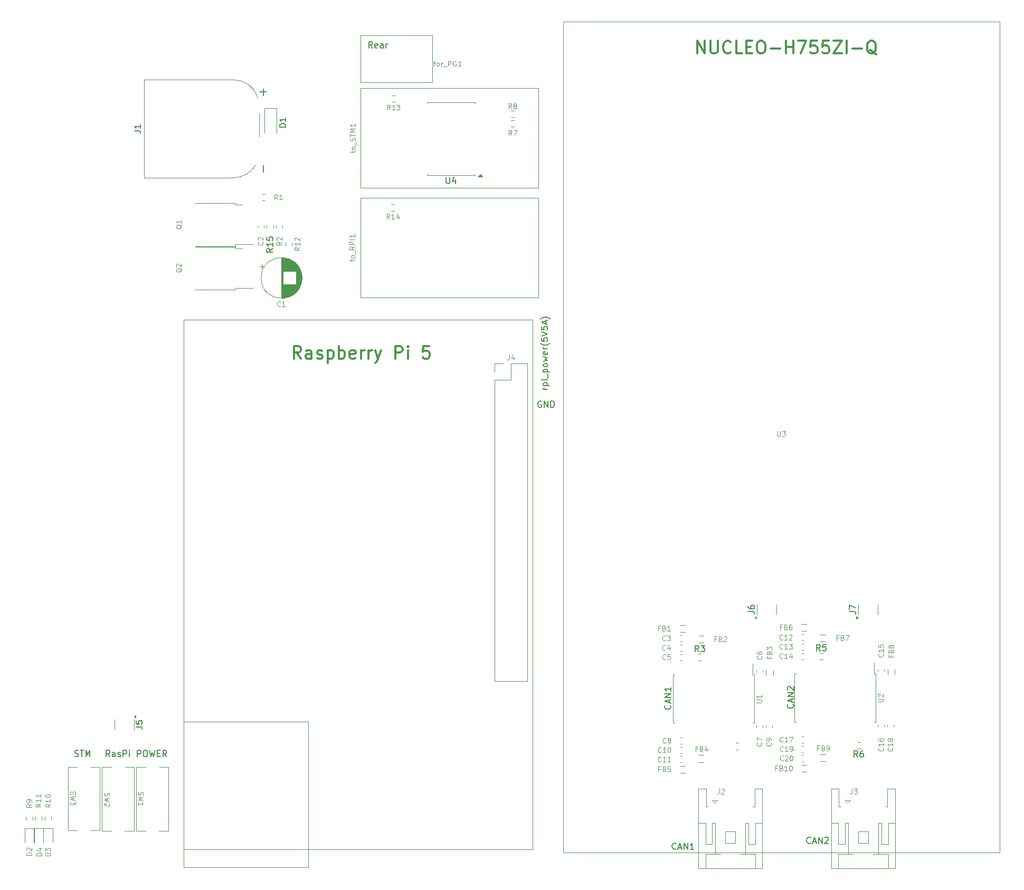
<source format=gbr>
%TF.GenerationSoftware,KiCad,Pcbnew,9.0.2*%
%TF.CreationDate,2025-09-29T11:38:53+09:00*%
%TF.ProjectId,RDC_Humanoid_Logic,5244435f-4875-46d6-916e-6f69645f4c6f,rev?*%
%TF.SameCoordinates,Original*%
%TF.FileFunction,Legend,Top*%
%TF.FilePolarity,Positive*%
%FSLAX46Y46*%
G04 Gerber Fmt 4.6, Leading zero omitted, Abs format (unit mm)*
G04 Created by KiCad (PCBNEW 9.0.2) date 2025-09-29 11:38:53*
%MOMM*%
%LPD*%
G01*
G04 APERTURE LIST*
%ADD10C,0.150000*%
%ADD11C,0.300000*%
%ADD12C,0.100000*%
%ADD13C,0.120000*%
G04 APERTURE END LIST*
D10*
X186558207Y-159194580D02*
X186510588Y-159242200D01*
X186510588Y-159242200D02*
X186367731Y-159289819D01*
X186367731Y-159289819D02*
X186272493Y-159289819D01*
X186272493Y-159289819D02*
X186129636Y-159242200D01*
X186129636Y-159242200D02*
X186034398Y-159146961D01*
X186034398Y-159146961D02*
X185986779Y-159051723D01*
X185986779Y-159051723D02*
X185939160Y-158861247D01*
X185939160Y-158861247D02*
X185939160Y-158718390D01*
X185939160Y-158718390D02*
X185986779Y-158527914D01*
X185986779Y-158527914D02*
X186034398Y-158432676D01*
X186034398Y-158432676D02*
X186129636Y-158337438D01*
X186129636Y-158337438D02*
X186272493Y-158289819D01*
X186272493Y-158289819D02*
X186367731Y-158289819D01*
X186367731Y-158289819D02*
X186510588Y-158337438D01*
X186510588Y-158337438D02*
X186558207Y-158385057D01*
X186939160Y-159004104D02*
X187415350Y-159004104D01*
X186843922Y-159289819D02*
X187177255Y-158289819D01*
X187177255Y-158289819D02*
X187510588Y-159289819D01*
X187843922Y-159289819D02*
X187843922Y-158289819D01*
X187843922Y-158289819D02*
X188415350Y-159289819D01*
X188415350Y-159289819D02*
X188415350Y-158289819D01*
X188843922Y-158385057D02*
X188891541Y-158337438D01*
X188891541Y-158337438D02*
X188986779Y-158289819D01*
X188986779Y-158289819D02*
X189224874Y-158289819D01*
X189224874Y-158289819D02*
X189320112Y-158337438D01*
X189320112Y-158337438D02*
X189367731Y-158385057D01*
X189367731Y-158385057D02*
X189415350Y-158480295D01*
X189415350Y-158480295D02*
X189415350Y-158575533D01*
X189415350Y-158575533D02*
X189367731Y-158718390D01*
X189367731Y-158718390D02*
X188796303Y-159289819D01*
X188796303Y-159289819D02*
X189415350Y-159289819D01*
X144369819Y-86413220D02*
X143703152Y-86413220D01*
X143893628Y-86413220D02*
X143798390Y-86365601D01*
X143798390Y-86365601D02*
X143750771Y-86317982D01*
X143750771Y-86317982D02*
X143703152Y-86222744D01*
X143703152Y-86222744D02*
X143703152Y-86127506D01*
X143703152Y-85794172D02*
X144703152Y-85794172D01*
X143750771Y-85794172D02*
X143703152Y-85698934D01*
X143703152Y-85698934D02*
X143703152Y-85508458D01*
X143703152Y-85508458D02*
X143750771Y-85413220D01*
X143750771Y-85413220D02*
X143798390Y-85365601D01*
X143798390Y-85365601D02*
X143893628Y-85317982D01*
X143893628Y-85317982D02*
X144179342Y-85317982D01*
X144179342Y-85317982D02*
X144274580Y-85365601D01*
X144274580Y-85365601D02*
X144322200Y-85413220D01*
X144322200Y-85413220D02*
X144369819Y-85508458D01*
X144369819Y-85508458D02*
X144369819Y-85698934D01*
X144369819Y-85698934D02*
X144322200Y-85794172D01*
X144369819Y-84889410D02*
X143703152Y-84889410D01*
X143369819Y-84889410D02*
X143417438Y-84937029D01*
X143417438Y-84937029D02*
X143465057Y-84889410D01*
X143465057Y-84889410D02*
X143417438Y-84841791D01*
X143417438Y-84841791D02*
X143369819Y-84889410D01*
X143369819Y-84889410D02*
X143465057Y-84889410D01*
X144465057Y-84651316D02*
X144465057Y-83889411D01*
X143703152Y-83651315D02*
X144703152Y-83651315D01*
X143750771Y-83651315D02*
X143703152Y-83556077D01*
X143703152Y-83556077D02*
X143703152Y-83365601D01*
X143703152Y-83365601D02*
X143750771Y-83270363D01*
X143750771Y-83270363D02*
X143798390Y-83222744D01*
X143798390Y-83222744D02*
X143893628Y-83175125D01*
X143893628Y-83175125D02*
X144179342Y-83175125D01*
X144179342Y-83175125D02*
X144274580Y-83222744D01*
X144274580Y-83222744D02*
X144322200Y-83270363D01*
X144322200Y-83270363D02*
X144369819Y-83365601D01*
X144369819Y-83365601D02*
X144369819Y-83556077D01*
X144369819Y-83556077D02*
X144322200Y-83651315D01*
X144369819Y-82603696D02*
X144322200Y-82698934D01*
X144322200Y-82698934D02*
X144274580Y-82746553D01*
X144274580Y-82746553D02*
X144179342Y-82794172D01*
X144179342Y-82794172D02*
X143893628Y-82794172D01*
X143893628Y-82794172D02*
X143798390Y-82746553D01*
X143798390Y-82746553D02*
X143750771Y-82698934D01*
X143750771Y-82698934D02*
X143703152Y-82603696D01*
X143703152Y-82603696D02*
X143703152Y-82460839D01*
X143703152Y-82460839D02*
X143750771Y-82365601D01*
X143750771Y-82365601D02*
X143798390Y-82317982D01*
X143798390Y-82317982D02*
X143893628Y-82270363D01*
X143893628Y-82270363D02*
X144179342Y-82270363D01*
X144179342Y-82270363D02*
X144274580Y-82317982D01*
X144274580Y-82317982D02*
X144322200Y-82365601D01*
X144322200Y-82365601D02*
X144369819Y-82460839D01*
X144369819Y-82460839D02*
X144369819Y-82603696D01*
X143703152Y-81937029D02*
X144369819Y-81746553D01*
X144369819Y-81746553D02*
X143893628Y-81556077D01*
X143893628Y-81556077D02*
X144369819Y-81365601D01*
X144369819Y-81365601D02*
X143703152Y-81175125D01*
X144322200Y-80413220D02*
X144369819Y-80508458D01*
X144369819Y-80508458D02*
X144369819Y-80698934D01*
X144369819Y-80698934D02*
X144322200Y-80794172D01*
X144322200Y-80794172D02*
X144226961Y-80841791D01*
X144226961Y-80841791D02*
X143846009Y-80841791D01*
X143846009Y-80841791D02*
X143750771Y-80794172D01*
X143750771Y-80794172D02*
X143703152Y-80698934D01*
X143703152Y-80698934D02*
X143703152Y-80508458D01*
X143703152Y-80508458D02*
X143750771Y-80413220D01*
X143750771Y-80413220D02*
X143846009Y-80365601D01*
X143846009Y-80365601D02*
X143941247Y-80365601D01*
X143941247Y-80365601D02*
X144036485Y-80841791D01*
X144369819Y-79937029D02*
X143703152Y-79937029D01*
X143893628Y-79937029D02*
X143798390Y-79889410D01*
X143798390Y-79889410D02*
X143750771Y-79841791D01*
X143750771Y-79841791D02*
X143703152Y-79746553D01*
X143703152Y-79746553D02*
X143703152Y-79651315D01*
X144750771Y-79032267D02*
X144703152Y-79079886D01*
X144703152Y-79079886D02*
X144560295Y-79175124D01*
X144560295Y-79175124D02*
X144465057Y-79222743D01*
X144465057Y-79222743D02*
X144322200Y-79270362D01*
X144322200Y-79270362D02*
X144084104Y-79317981D01*
X144084104Y-79317981D02*
X143893628Y-79317981D01*
X143893628Y-79317981D02*
X143655533Y-79270362D01*
X143655533Y-79270362D02*
X143512676Y-79222743D01*
X143512676Y-79222743D02*
X143417438Y-79175124D01*
X143417438Y-79175124D02*
X143274580Y-79079886D01*
X143274580Y-79079886D02*
X143226961Y-79032267D01*
X143369819Y-78175124D02*
X143369819Y-78651314D01*
X143369819Y-78651314D02*
X143846009Y-78698933D01*
X143846009Y-78698933D02*
X143798390Y-78651314D01*
X143798390Y-78651314D02*
X143750771Y-78556076D01*
X143750771Y-78556076D02*
X143750771Y-78317981D01*
X143750771Y-78317981D02*
X143798390Y-78222743D01*
X143798390Y-78222743D02*
X143846009Y-78175124D01*
X143846009Y-78175124D02*
X143941247Y-78127505D01*
X143941247Y-78127505D02*
X144179342Y-78127505D01*
X144179342Y-78127505D02*
X144274580Y-78175124D01*
X144274580Y-78175124D02*
X144322200Y-78222743D01*
X144322200Y-78222743D02*
X144369819Y-78317981D01*
X144369819Y-78317981D02*
X144369819Y-78556076D01*
X144369819Y-78556076D02*
X144322200Y-78651314D01*
X144322200Y-78651314D02*
X144274580Y-78698933D01*
X143369819Y-77841790D02*
X144369819Y-77508457D01*
X144369819Y-77508457D02*
X143369819Y-77175124D01*
X143369819Y-76365600D02*
X143369819Y-76841790D01*
X143369819Y-76841790D02*
X143846009Y-76889409D01*
X143846009Y-76889409D02*
X143798390Y-76841790D01*
X143798390Y-76841790D02*
X143750771Y-76746552D01*
X143750771Y-76746552D02*
X143750771Y-76508457D01*
X143750771Y-76508457D02*
X143798390Y-76413219D01*
X143798390Y-76413219D02*
X143846009Y-76365600D01*
X143846009Y-76365600D02*
X143941247Y-76317981D01*
X143941247Y-76317981D02*
X144179342Y-76317981D01*
X144179342Y-76317981D02*
X144274580Y-76365600D01*
X144274580Y-76365600D02*
X144322200Y-76413219D01*
X144322200Y-76413219D02*
X144369819Y-76508457D01*
X144369819Y-76508457D02*
X144369819Y-76746552D01*
X144369819Y-76746552D02*
X144322200Y-76841790D01*
X144322200Y-76841790D02*
X144274580Y-76889409D01*
X144084104Y-75937028D02*
X144084104Y-75460838D01*
X144369819Y-76032266D02*
X143369819Y-75698933D01*
X143369819Y-75698933D02*
X144369819Y-75365600D01*
X144750771Y-75127504D02*
X144703152Y-75079885D01*
X144703152Y-75079885D02*
X144560295Y-74984647D01*
X144560295Y-74984647D02*
X144465057Y-74937028D01*
X144465057Y-74937028D02*
X144322200Y-74889409D01*
X144322200Y-74889409D02*
X144084104Y-74841790D01*
X144084104Y-74841790D02*
X143893628Y-74841790D01*
X143893628Y-74841790D02*
X143655533Y-74889409D01*
X143655533Y-74889409D02*
X143512676Y-74937028D01*
X143512676Y-74937028D02*
X143417438Y-74984647D01*
X143417438Y-74984647D02*
X143274580Y-75079885D01*
X143274580Y-75079885D02*
X143226961Y-75127504D01*
X78586779Y-145369819D02*
X78586779Y-144369819D01*
X78586779Y-144369819D02*
X78967731Y-144369819D01*
X78967731Y-144369819D02*
X79062969Y-144417438D01*
X79062969Y-144417438D02*
X79110588Y-144465057D01*
X79110588Y-144465057D02*
X79158207Y-144560295D01*
X79158207Y-144560295D02*
X79158207Y-144703152D01*
X79158207Y-144703152D02*
X79110588Y-144798390D01*
X79110588Y-144798390D02*
X79062969Y-144846009D01*
X79062969Y-144846009D02*
X78967731Y-144893628D01*
X78967731Y-144893628D02*
X78586779Y-144893628D01*
X79777255Y-144369819D02*
X79967731Y-144369819D01*
X79967731Y-144369819D02*
X80062969Y-144417438D01*
X80062969Y-144417438D02*
X80158207Y-144512676D01*
X80158207Y-144512676D02*
X80205826Y-144703152D01*
X80205826Y-144703152D02*
X80205826Y-145036485D01*
X80205826Y-145036485D02*
X80158207Y-145226961D01*
X80158207Y-145226961D02*
X80062969Y-145322200D01*
X80062969Y-145322200D02*
X79967731Y-145369819D01*
X79967731Y-145369819D02*
X79777255Y-145369819D01*
X79777255Y-145369819D02*
X79682017Y-145322200D01*
X79682017Y-145322200D02*
X79586779Y-145226961D01*
X79586779Y-145226961D02*
X79539160Y-145036485D01*
X79539160Y-145036485D02*
X79539160Y-144703152D01*
X79539160Y-144703152D02*
X79586779Y-144512676D01*
X79586779Y-144512676D02*
X79682017Y-144417438D01*
X79682017Y-144417438D02*
X79777255Y-144369819D01*
X80539160Y-144369819D02*
X80777255Y-145369819D01*
X80777255Y-145369819D02*
X80967731Y-144655533D01*
X80967731Y-144655533D02*
X81158207Y-145369819D01*
X81158207Y-145369819D02*
X81396303Y-144369819D01*
X81777255Y-144846009D02*
X82110588Y-144846009D01*
X82253445Y-145369819D02*
X81777255Y-145369819D01*
X81777255Y-145369819D02*
X81777255Y-144369819D01*
X81777255Y-144369819D02*
X82253445Y-144369819D01*
X83253445Y-145369819D02*
X82920112Y-144893628D01*
X82682017Y-145369819D02*
X82682017Y-144369819D01*
X82682017Y-144369819D02*
X83062969Y-144369819D01*
X83062969Y-144369819D02*
X83158207Y-144417438D01*
X83158207Y-144417438D02*
X83205826Y-144465057D01*
X83205826Y-144465057D02*
X83253445Y-144560295D01*
X83253445Y-144560295D02*
X83253445Y-144703152D01*
X83253445Y-144703152D02*
X83205826Y-144798390D01*
X83205826Y-144798390D02*
X83158207Y-144846009D01*
X83158207Y-144846009D02*
X83062969Y-144893628D01*
X83062969Y-144893628D02*
X82682017Y-144893628D01*
D11*
X104816415Y-81489638D02*
X104149748Y-80537257D01*
X103673558Y-81489638D02*
X103673558Y-79489638D01*
X103673558Y-79489638D02*
X104435463Y-79489638D01*
X104435463Y-79489638D02*
X104625939Y-79584876D01*
X104625939Y-79584876D02*
X104721177Y-79680114D01*
X104721177Y-79680114D02*
X104816415Y-79870590D01*
X104816415Y-79870590D02*
X104816415Y-80156304D01*
X104816415Y-80156304D02*
X104721177Y-80346780D01*
X104721177Y-80346780D02*
X104625939Y-80442019D01*
X104625939Y-80442019D02*
X104435463Y-80537257D01*
X104435463Y-80537257D02*
X103673558Y-80537257D01*
X106530701Y-81489638D02*
X106530701Y-80442019D01*
X106530701Y-80442019D02*
X106435463Y-80251542D01*
X106435463Y-80251542D02*
X106244987Y-80156304D01*
X106244987Y-80156304D02*
X105864034Y-80156304D01*
X105864034Y-80156304D02*
X105673558Y-80251542D01*
X106530701Y-81394400D02*
X106340225Y-81489638D01*
X106340225Y-81489638D02*
X105864034Y-81489638D01*
X105864034Y-81489638D02*
X105673558Y-81394400D01*
X105673558Y-81394400D02*
X105578320Y-81203923D01*
X105578320Y-81203923D02*
X105578320Y-81013447D01*
X105578320Y-81013447D02*
X105673558Y-80822971D01*
X105673558Y-80822971D02*
X105864034Y-80727733D01*
X105864034Y-80727733D02*
X106340225Y-80727733D01*
X106340225Y-80727733D02*
X106530701Y-80632495D01*
X107387844Y-81394400D02*
X107578320Y-81489638D01*
X107578320Y-81489638D02*
X107959272Y-81489638D01*
X107959272Y-81489638D02*
X108149749Y-81394400D01*
X108149749Y-81394400D02*
X108244987Y-81203923D01*
X108244987Y-81203923D02*
X108244987Y-81108685D01*
X108244987Y-81108685D02*
X108149749Y-80918209D01*
X108149749Y-80918209D02*
X107959272Y-80822971D01*
X107959272Y-80822971D02*
X107673558Y-80822971D01*
X107673558Y-80822971D02*
X107483082Y-80727733D01*
X107483082Y-80727733D02*
X107387844Y-80537257D01*
X107387844Y-80537257D02*
X107387844Y-80442019D01*
X107387844Y-80442019D02*
X107483082Y-80251542D01*
X107483082Y-80251542D02*
X107673558Y-80156304D01*
X107673558Y-80156304D02*
X107959272Y-80156304D01*
X107959272Y-80156304D02*
X108149749Y-80251542D01*
X109102130Y-80156304D02*
X109102130Y-82156304D01*
X109102130Y-80251542D02*
X109292606Y-80156304D01*
X109292606Y-80156304D02*
X109673559Y-80156304D01*
X109673559Y-80156304D02*
X109864035Y-80251542D01*
X109864035Y-80251542D02*
X109959273Y-80346780D01*
X109959273Y-80346780D02*
X110054511Y-80537257D01*
X110054511Y-80537257D02*
X110054511Y-81108685D01*
X110054511Y-81108685D02*
X109959273Y-81299161D01*
X109959273Y-81299161D02*
X109864035Y-81394400D01*
X109864035Y-81394400D02*
X109673559Y-81489638D01*
X109673559Y-81489638D02*
X109292606Y-81489638D01*
X109292606Y-81489638D02*
X109102130Y-81394400D01*
X110911654Y-81489638D02*
X110911654Y-79489638D01*
X110911654Y-80251542D02*
X111102130Y-80156304D01*
X111102130Y-80156304D02*
X111483083Y-80156304D01*
X111483083Y-80156304D02*
X111673559Y-80251542D01*
X111673559Y-80251542D02*
X111768797Y-80346780D01*
X111768797Y-80346780D02*
X111864035Y-80537257D01*
X111864035Y-80537257D02*
X111864035Y-81108685D01*
X111864035Y-81108685D02*
X111768797Y-81299161D01*
X111768797Y-81299161D02*
X111673559Y-81394400D01*
X111673559Y-81394400D02*
X111483083Y-81489638D01*
X111483083Y-81489638D02*
X111102130Y-81489638D01*
X111102130Y-81489638D02*
X110911654Y-81394400D01*
X113483083Y-81394400D02*
X113292607Y-81489638D01*
X113292607Y-81489638D02*
X112911654Y-81489638D01*
X112911654Y-81489638D02*
X112721178Y-81394400D01*
X112721178Y-81394400D02*
X112625940Y-81203923D01*
X112625940Y-81203923D02*
X112625940Y-80442019D01*
X112625940Y-80442019D02*
X112721178Y-80251542D01*
X112721178Y-80251542D02*
X112911654Y-80156304D01*
X112911654Y-80156304D02*
X113292607Y-80156304D01*
X113292607Y-80156304D02*
X113483083Y-80251542D01*
X113483083Y-80251542D02*
X113578321Y-80442019D01*
X113578321Y-80442019D02*
X113578321Y-80632495D01*
X113578321Y-80632495D02*
X112625940Y-80822971D01*
X114435464Y-81489638D02*
X114435464Y-80156304D01*
X114435464Y-80537257D02*
X114530702Y-80346780D01*
X114530702Y-80346780D02*
X114625940Y-80251542D01*
X114625940Y-80251542D02*
X114816416Y-80156304D01*
X114816416Y-80156304D02*
X115006893Y-80156304D01*
X115673559Y-81489638D02*
X115673559Y-80156304D01*
X115673559Y-80537257D02*
X115768797Y-80346780D01*
X115768797Y-80346780D02*
X115864035Y-80251542D01*
X115864035Y-80251542D02*
X116054511Y-80156304D01*
X116054511Y-80156304D02*
X116244988Y-80156304D01*
X116721178Y-80156304D02*
X117197368Y-81489638D01*
X117673559Y-80156304D02*
X117197368Y-81489638D01*
X117197368Y-81489638D02*
X117006892Y-81965828D01*
X117006892Y-81965828D02*
X116911654Y-82061066D01*
X116911654Y-82061066D02*
X116721178Y-82156304D01*
X119959274Y-81489638D02*
X119959274Y-79489638D01*
X119959274Y-79489638D02*
X120721179Y-79489638D01*
X120721179Y-79489638D02*
X120911655Y-79584876D01*
X120911655Y-79584876D02*
X121006893Y-79680114D01*
X121006893Y-79680114D02*
X121102131Y-79870590D01*
X121102131Y-79870590D02*
X121102131Y-80156304D01*
X121102131Y-80156304D02*
X121006893Y-80346780D01*
X121006893Y-80346780D02*
X120911655Y-80442019D01*
X120911655Y-80442019D02*
X120721179Y-80537257D01*
X120721179Y-80537257D02*
X119959274Y-80537257D01*
X121959274Y-81489638D02*
X121959274Y-80156304D01*
X121959274Y-79489638D02*
X121864036Y-79584876D01*
X121864036Y-79584876D02*
X121959274Y-79680114D01*
X121959274Y-79680114D02*
X122054512Y-79584876D01*
X122054512Y-79584876D02*
X121959274Y-79489638D01*
X121959274Y-79489638D02*
X121959274Y-79680114D01*
X125387846Y-79489638D02*
X124435465Y-79489638D01*
X124435465Y-79489638D02*
X124340227Y-80442019D01*
X124340227Y-80442019D02*
X124435465Y-80346780D01*
X124435465Y-80346780D02*
X124625941Y-80251542D01*
X124625941Y-80251542D02*
X125102132Y-80251542D01*
X125102132Y-80251542D02*
X125292608Y-80346780D01*
X125292608Y-80346780D02*
X125387846Y-80442019D01*
X125387846Y-80442019D02*
X125483084Y-80632495D01*
X125483084Y-80632495D02*
X125483084Y-81108685D01*
X125483084Y-81108685D02*
X125387846Y-81299161D01*
X125387846Y-81299161D02*
X125292608Y-81394400D01*
X125292608Y-81394400D02*
X125102132Y-81489638D01*
X125102132Y-81489638D02*
X124625941Y-81489638D01*
X124625941Y-81489638D02*
X124435465Y-81394400D01*
X124435465Y-81394400D02*
X124340227Y-81299161D01*
D10*
X74158207Y-145369819D02*
X73824874Y-144893628D01*
X73586779Y-145369819D02*
X73586779Y-144369819D01*
X73586779Y-144369819D02*
X73967731Y-144369819D01*
X73967731Y-144369819D02*
X74062969Y-144417438D01*
X74062969Y-144417438D02*
X74110588Y-144465057D01*
X74110588Y-144465057D02*
X74158207Y-144560295D01*
X74158207Y-144560295D02*
X74158207Y-144703152D01*
X74158207Y-144703152D02*
X74110588Y-144798390D01*
X74110588Y-144798390D02*
X74062969Y-144846009D01*
X74062969Y-144846009D02*
X73967731Y-144893628D01*
X73967731Y-144893628D02*
X73586779Y-144893628D01*
X75015350Y-145369819D02*
X75015350Y-144846009D01*
X75015350Y-144846009D02*
X74967731Y-144750771D01*
X74967731Y-144750771D02*
X74872493Y-144703152D01*
X74872493Y-144703152D02*
X74682017Y-144703152D01*
X74682017Y-144703152D02*
X74586779Y-144750771D01*
X75015350Y-145322200D02*
X74920112Y-145369819D01*
X74920112Y-145369819D02*
X74682017Y-145369819D01*
X74682017Y-145369819D02*
X74586779Y-145322200D01*
X74586779Y-145322200D02*
X74539160Y-145226961D01*
X74539160Y-145226961D02*
X74539160Y-145131723D01*
X74539160Y-145131723D02*
X74586779Y-145036485D01*
X74586779Y-145036485D02*
X74682017Y-144988866D01*
X74682017Y-144988866D02*
X74920112Y-144988866D01*
X74920112Y-144988866D02*
X75015350Y-144941247D01*
X75443922Y-145322200D02*
X75539160Y-145369819D01*
X75539160Y-145369819D02*
X75729636Y-145369819D01*
X75729636Y-145369819D02*
X75824874Y-145322200D01*
X75824874Y-145322200D02*
X75872493Y-145226961D01*
X75872493Y-145226961D02*
X75872493Y-145179342D01*
X75872493Y-145179342D02*
X75824874Y-145084104D01*
X75824874Y-145084104D02*
X75729636Y-145036485D01*
X75729636Y-145036485D02*
X75586779Y-145036485D01*
X75586779Y-145036485D02*
X75491541Y-144988866D01*
X75491541Y-144988866D02*
X75443922Y-144893628D01*
X75443922Y-144893628D02*
X75443922Y-144846009D01*
X75443922Y-144846009D02*
X75491541Y-144750771D01*
X75491541Y-144750771D02*
X75586779Y-144703152D01*
X75586779Y-144703152D02*
X75729636Y-144703152D01*
X75729636Y-144703152D02*
X75824874Y-144750771D01*
X76301065Y-145369819D02*
X76301065Y-144369819D01*
X76301065Y-144369819D02*
X76682017Y-144369819D01*
X76682017Y-144369819D02*
X76777255Y-144417438D01*
X76777255Y-144417438D02*
X76824874Y-144465057D01*
X76824874Y-144465057D02*
X76872493Y-144560295D01*
X76872493Y-144560295D02*
X76872493Y-144703152D01*
X76872493Y-144703152D02*
X76824874Y-144798390D01*
X76824874Y-144798390D02*
X76777255Y-144846009D01*
X76777255Y-144846009D02*
X76682017Y-144893628D01*
X76682017Y-144893628D02*
X76301065Y-144893628D01*
X77301065Y-145369819D02*
X77301065Y-144703152D01*
X77301065Y-144369819D02*
X77253446Y-144417438D01*
X77253446Y-144417438D02*
X77301065Y-144465057D01*
X77301065Y-144465057D02*
X77348684Y-144417438D01*
X77348684Y-144417438D02*
X77301065Y-144369819D01*
X77301065Y-144369819D02*
X77301065Y-144465057D01*
X183745580Y-136967792D02*
X183793200Y-137015411D01*
X183793200Y-137015411D02*
X183840819Y-137158268D01*
X183840819Y-137158268D02*
X183840819Y-137253506D01*
X183840819Y-137253506D02*
X183793200Y-137396363D01*
X183793200Y-137396363D02*
X183697961Y-137491601D01*
X183697961Y-137491601D02*
X183602723Y-137539220D01*
X183602723Y-137539220D02*
X183412247Y-137586839D01*
X183412247Y-137586839D02*
X183269390Y-137586839D01*
X183269390Y-137586839D02*
X183078914Y-137539220D01*
X183078914Y-137539220D02*
X182983676Y-137491601D01*
X182983676Y-137491601D02*
X182888438Y-137396363D01*
X182888438Y-137396363D02*
X182840819Y-137253506D01*
X182840819Y-137253506D02*
X182840819Y-137158268D01*
X182840819Y-137158268D02*
X182888438Y-137015411D01*
X182888438Y-137015411D02*
X182936057Y-136967792D01*
X183555104Y-136586839D02*
X183555104Y-136110649D01*
X183840819Y-136682077D02*
X182840819Y-136348744D01*
X182840819Y-136348744D02*
X183840819Y-136015411D01*
X183840819Y-135682077D02*
X182840819Y-135682077D01*
X182840819Y-135682077D02*
X183840819Y-135110649D01*
X183840819Y-135110649D02*
X182840819Y-135110649D01*
X182936057Y-134682077D02*
X182888438Y-134634458D01*
X182888438Y-134634458D02*
X182840819Y-134539220D01*
X182840819Y-134539220D02*
X182840819Y-134301125D01*
X182840819Y-134301125D02*
X182888438Y-134205887D01*
X182888438Y-134205887D02*
X182936057Y-134158268D01*
X182936057Y-134158268D02*
X183031295Y-134110649D01*
X183031295Y-134110649D02*
X183126533Y-134110649D01*
X183126533Y-134110649D02*
X183269390Y-134158268D01*
X183269390Y-134158268D02*
X183840819Y-134729696D01*
X183840819Y-134729696D02*
X183840819Y-134110649D01*
X164974207Y-160160580D02*
X164926588Y-160208200D01*
X164926588Y-160208200D02*
X164783731Y-160255819D01*
X164783731Y-160255819D02*
X164688493Y-160255819D01*
X164688493Y-160255819D02*
X164545636Y-160208200D01*
X164545636Y-160208200D02*
X164450398Y-160112961D01*
X164450398Y-160112961D02*
X164402779Y-160017723D01*
X164402779Y-160017723D02*
X164355160Y-159827247D01*
X164355160Y-159827247D02*
X164355160Y-159684390D01*
X164355160Y-159684390D02*
X164402779Y-159493914D01*
X164402779Y-159493914D02*
X164450398Y-159398676D01*
X164450398Y-159398676D02*
X164545636Y-159303438D01*
X164545636Y-159303438D02*
X164688493Y-159255819D01*
X164688493Y-159255819D02*
X164783731Y-159255819D01*
X164783731Y-159255819D02*
X164926588Y-159303438D01*
X164926588Y-159303438D02*
X164974207Y-159351057D01*
X165355160Y-159970104D02*
X165831350Y-159970104D01*
X165259922Y-160255819D02*
X165593255Y-159255819D01*
X165593255Y-159255819D02*
X165926588Y-160255819D01*
X166259922Y-160255819D02*
X166259922Y-159255819D01*
X166259922Y-159255819D02*
X166831350Y-160255819D01*
X166831350Y-160255819D02*
X166831350Y-159255819D01*
X167831350Y-160255819D02*
X167259922Y-160255819D01*
X167545636Y-160255819D02*
X167545636Y-159255819D01*
X167545636Y-159255819D02*
X167450398Y-159398676D01*
X167450398Y-159398676D02*
X167355160Y-159493914D01*
X167355160Y-159493914D02*
X167259922Y-159541533D01*
X164055580Y-137117792D02*
X164103200Y-137165411D01*
X164103200Y-137165411D02*
X164150819Y-137308268D01*
X164150819Y-137308268D02*
X164150819Y-137403506D01*
X164150819Y-137403506D02*
X164103200Y-137546363D01*
X164103200Y-137546363D02*
X164007961Y-137641601D01*
X164007961Y-137641601D02*
X163912723Y-137689220D01*
X163912723Y-137689220D02*
X163722247Y-137736839D01*
X163722247Y-137736839D02*
X163579390Y-137736839D01*
X163579390Y-137736839D02*
X163388914Y-137689220D01*
X163388914Y-137689220D02*
X163293676Y-137641601D01*
X163293676Y-137641601D02*
X163198438Y-137546363D01*
X163198438Y-137546363D02*
X163150819Y-137403506D01*
X163150819Y-137403506D02*
X163150819Y-137308268D01*
X163150819Y-137308268D02*
X163198438Y-137165411D01*
X163198438Y-137165411D02*
X163246057Y-137117792D01*
X163865104Y-136736839D02*
X163865104Y-136260649D01*
X164150819Y-136832077D02*
X163150819Y-136498744D01*
X163150819Y-136498744D02*
X164150819Y-136165411D01*
X164150819Y-135832077D02*
X163150819Y-135832077D01*
X163150819Y-135832077D02*
X164150819Y-135260649D01*
X164150819Y-135260649D02*
X163150819Y-135260649D01*
X164150819Y-134260649D02*
X164150819Y-134832077D01*
X164150819Y-134546363D02*
X163150819Y-134546363D01*
X163150819Y-134546363D02*
X163293676Y-134641601D01*
X163293676Y-134641601D02*
X163388914Y-134736839D01*
X163388914Y-134736839D02*
X163436533Y-134832077D01*
X68539160Y-145322200D02*
X68682017Y-145369819D01*
X68682017Y-145369819D02*
X68920112Y-145369819D01*
X68920112Y-145369819D02*
X69015350Y-145322200D01*
X69015350Y-145322200D02*
X69062969Y-145274580D01*
X69062969Y-145274580D02*
X69110588Y-145179342D01*
X69110588Y-145179342D02*
X69110588Y-145084104D01*
X69110588Y-145084104D02*
X69062969Y-144988866D01*
X69062969Y-144988866D02*
X69015350Y-144941247D01*
X69015350Y-144941247D02*
X68920112Y-144893628D01*
X68920112Y-144893628D02*
X68729636Y-144846009D01*
X68729636Y-144846009D02*
X68634398Y-144798390D01*
X68634398Y-144798390D02*
X68586779Y-144750771D01*
X68586779Y-144750771D02*
X68539160Y-144655533D01*
X68539160Y-144655533D02*
X68539160Y-144560295D01*
X68539160Y-144560295D02*
X68586779Y-144465057D01*
X68586779Y-144465057D02*
X68634398Y-144417438D01*
X68634398Y-144417438D02*
X68729636Y-144369819D01*
X68729636Y-144369819D02*
X68967731Y-144369819D01*
X68967731Y-144369819D02*
X69110588Y-144417438D01*
X69396303Y-144369819D02*
X69967731Y-144369819D01*
X69682017Y-145369819D02*
X69682017Y-144369819D01*
X70301065Y-145369819D02*
X70301065Y-144369819D01*
X70301065Y-144369819D02*
X70634398Y-145084104D01*
X70634398Y-145084104D02*
X70967731Y-144369819D01*
X70967731Y-144369819D02*
X70967731Y-145369819D01*
D11*
X168423558Y-32489638D02*
X168423558Y-30489638D01*
X168423558Y-30489638D02*
X169566415Y-32489638D01*
X169566415Y-32489638D02*
X169566415Y-30489638D01*
X170518796Y-30489638D02*
X170518796Y-32108685D01*
X170518796Y-32108685D02*
X170614034Y-32299161D01*
X170614034Y-32299161D02*
X170709272Y-32394400D01*
X170709272Y-32394400D02*
X170899748Y-32489638D01*
X170899748Y-32489638D02*
X171280701Y-32489638D01*
X171280701Y-32489638D02*
X171471177Y-32394400D01*
X171471177Y-32394400D02*
X171566415Y-32299161D01*
X171566415Y-32299161D02*
X171661653Y-32108685D01*
X171661653Y-32108685D02*
X171661653Y-30489638D01*
X173756891Y-32299161D02*
X173661653Y-32394400D01*
X173661653Y-32394400D02*
X173375939Y-32489638D01*
X173375939Y-32489638D02*
X173185463Y-32489638D01*
X173185463Y-32489638D02*
X172899748Y-32394400D01*
X172899748Y-32394400D02*
X172709272Y-32203923D01*
X172709272Y-32203923D02*
X172614034Y-32013447D01*
X172614034Y-32013447D02*
X172518796Y-31632495D01*
X172518796Y-31632495D02*
X172518796Y-31346780D01*
X172518796Y-31346780D02*
X172614034Y-30965828D01*
X172614034Y-30965828D02*
X172709272Y-30775352D01*
X172709272Y-30775352D02*
X172899748Y-30584876D01*
X172899748Y-30584876D02*
X173185463Y-30489638D01*
X173185463Y-30489638D02*
X173375939Y-30489638D01*
X173375939Y-30489638D02*
X173661653Y-30584876D01*
X173661653Y-30584876D02*
X173756891Y-30680114D01*
X175566415Y-32489638D02*
X174614034Y-32489638D01*
X174614034Y-32489638D02*
X174614034Y-30489638D01*
X176233082Y-31442019D02*
X176899749Y-31442019D01*
X177185463Y-32489638D02*
X176233082Y-32489638D01*
X176233082Y-32489638D02*
X176233082Y-30489638D01*
X176233082Y-30489638D02*
X177185463Y-30489638D01*
X178423558Y-30489638D02*
X178804511Y-30489638D01*
X178804511Y-30489638D02*
X178994987Y-30584876D01*
X178994987Y-30584876D02*
X179185463Y-30775352D01*
X179185463Y-30775352D02*
X179280701Y-31156304D01*
X179280701Y-31156304D02*
X179280701Y-31822971D01*
X179280701Y-31822971D02*
X179185463Y-32203923D01*
X179185463Y-32203923D02*
X178994987Y-32394400D01*
X178994987Y-32394400D02*
X178804511Y-32489638D01*
X178804511Y-32489638D02*
X178423558Y-32489638D01*
X178423558Y-32489638D02*
X178233082Y-32394400D01*
X178233082Y-32394400D02*
X178042606Y-32203923D01*
X178042606Y-32203923D02*
X177947368Y-31822971D01*
X177947368Y-31822971D02*
X177947368Y-31156304D01*
X177947368Y-31156304D02*
X178042606Y-30775352D01*
X178042606Y-30775352D02*
X178233082Y-30584876D01*
X178233082Y-30584876D02*
X178423558Y-30489638D01*
X180137844Y-31727733D02*
X181661654Y-31727733D01*
X182614034Y-32489638D02*
X182614034Y-30489638D01*
X182614034Y-31442019D02*
X183756891Y-31442019D01*
X183756891Y-32489638D02*
X183756891Y-30489638D01*
X184518796Y-30489638D02*
X185852129Y-30489638D01*
X185852129Y-30489638D02*
X184994986Y-32489638D01*
X187566415Y-30489638D02*
X186614034Y-30489638D01*
X186614034Y-30489638D02*
X186518796Y-31442019D01*
X186518796Y-31442019D02*
X186614034Y-31346780D01*
X186614034Y-31346780D02*
X186804510Y-31251542D01*
X186804510Y-31251542D02*
X187280701Y-31251542D01*
X187280701Y-31251542D02*
X187471177Y-31346780D01*
X187471177Y-31346780D02*
X187566415Y-31442019D01*
X187566415Y-31442019D02*
X187661653Y-31632495D01*
X187661653Y-31632495D02*
X187661653Y-32108685D01*
X187661653Y-32108685D02*
X187566415Y-32299161D01*
X187566415Y-32299161D02*
X187471177Y-32394400D01*
X187471177Y-32394400D02*
X187280701Y-32489638D01*
X187280701Y-32489638D02*
X186804510Y-32489638D01*
X186804510Y-32489638D02*
X186614034Y-32394400D01*
X186614034Y-32394400D02*
X186518796Y-32299161D01*
X189471177Y-30489638D02*
X188518796Y-30489638D01*
X188518796Y-30489638D02*
X188423558Y-31442019D01*
X188423558Y-31442019D02*
X188518796Y-31346780D01*
X188518796Y-31346780D02*
X188709272Y-31251542D01*
X188709272Y-31251542D02*
X189185463Y-31251542D01*
X189185463Y-31251542D02*
X189375939Y-31346780D01*
X189375939Y-31346780D02*
X189471177Y-31442019D01*
X189471177Y-31442019D02*
X189566415Y-31632495D01*
X189566415Y-31632495D02*
X189566415Y-32108685D01*
X189566415Y-32108685D02*
X189471177Y-32299161D01*
X189471177Y-32299161D02*
X189375939Y-32394400D01*
X189375939Y-32394400D02*
X189185463Y-32489638D01*
X189185463Y-32489638D02*
X188709272Y-32489638D01*
X188709272Y-32489638D02*
X188518796Y-32394400D01*
X188518796Y-32394400D02*
X188423558Y-32299161D01*
X190233082Y-30489638D02*
X191566415Y-30489638D01*
X191566415Y-30489638D02*
X190233082Y-32489638D01*
X190233082Y-32489638D02*
X191566415Y-32489638D01*
X192328320Y-32489638D02*
X192328320Y-30489638D01*
X193280701Y-31727733D02*
X194804511Y-31727733D01*
X197090224Y-32680114D02*
X196899748Y-32584876D01*
X196899748Y-32584876D02*
X196709272Y-32394400D01*
X196709272Y-32394400D02*
X196423558Y-32108685D01*
X196423558Y-32108685D02*
X196233081Y-32013447D01*
X196233081Y-32013447D02*
X196042605Y-32013447D01*
X196137843Y-32489638D02*
X195947367Y-32394400D01*
X195947367Y-32394400D02*
X195756891Y-32203923D01*
X195756891Y-32203923D02*
X195661653Y-31822971D01*
X195661653Y-31822971D02*
X195661653Y-31156304D01*
X195661653Y-31156304D02*
X195756891Y-30775352D01*
X195756891Y-30775352D02*
X195947367Y-30584876D01*
X195947367Y-30584876D02*
X196137843Y-30489638D01*
X196137843Y-30489638D02*
X196518796Y-30489638D01*
X196518796Y-30489638D02*
X196709272Y-30584876D01*
X196709272Y-30584876D02*
X196899748Y-30775352D01*
X196899748Y-30775352D02*
X196994986Y-31156304D01*
X196994986Y-31156304D02*
X196994986Y-31822971D01*
X196994986Y-31822971D02*
X196899748Y-32203923D01*
X196899748Y-32203923D02*
X196709272Y-32394400D01*
X196709272Y-32394400D02*
X196518796Y-32489638D01*
X196518796Y-32489638D02*
X196137843Y-32489638D01*
D10*
X143353988Y-88359838D02*
X143258750Y-88312219D01*
X143258750Y-88312219D02*
X143115893Y-88312219D01*
X143115893Y-88312219D02*
X142973036Y-88359838D01*
X142973036Y-88359838D02*
X142877798Y-88455076D01*
X142877798Y-88455076D02*
X142830179Y-88550314D01*
X142830179Y-88550314D02*
X142782560Y-88740790D01*
X142782560Y-88740790D02*
X142782560Y-88883647D01*
X142782560Y-88883647D02*
X142830179Y-89074123D01*
X142830179Y-89074123D02*
X142877798Y-89169361D01*
X142877798Y-89169361D02*
X142973036Y-89264600D01*
X142973036Y-89264600D02*
X143115893Y-89312219D01*
X143115893Y-89312219D02*
X143211131Y-89312219D01*
X143211131Y-89312219D02*
X143353988Y-89264600D01*
X143353988Y-89264600D02*
X143401607Y-89216980D01*
X143401607Y-89216980D02*
X143401607Y-88883647D01*
X143401607Y-88883647D02*
X143211131Y-88883647D01*
X143830179Y-89312219D02*
X143830179Y-88312219D01*
X143830179Y-88312219D02*
X144401607Y-89312219D01*
X144401607Y-89312219D02*
X144401607Y-88312219D01*
X144877798Y-89312219D02*
X144877798Y-88312219D01*
X144877798Y-88312219D02*
X145115893Y-88312219D01*
X145115893Y-88312219D02*
X145258750Y-88359838D01*
X145258750Y-88359838D02*
X145353988Y-88455076D01*
X145353988Y-88455076D02*
X145401607Y-88550314D01*
X145401607Y-88550314D02*
X145449226Y-88740790D01*
X145449226Y-88740790D02*
X145449226Y-88883647D01*
X145449226Y-88883647D02*
X145401607Y-89074123D01*
X145401607Y-89074123D02*
X145353988Y-89169361D01*
X145353988Y-89169361D02*
X145258750Y-89264600D01*
X145258750Y-89264600D02*
X145115893Y-89312219D01*
X145115893Y-89312219D02*
X144877798Y-89312219D01*
D12*
X181260476Y-93124895D02*
X181260476Y-93772514D01*
X181260476Y-93772514D02*
X181298571Y-93848704D01*
X181298571Y-93848704D02*
X181336666Y-93886800D01*
X181336666Y-93886800D02*
X181412857Y-93924895D01*
X181412857Y-93924895D02*
X181565238Y-93924895D01*
X181565238Y-93924895D02*
X181641428Y-93886800D01*
X181641428Y-93886800D02*
X181679523Y-93848704D01*
X181679523Y-93848704D02*
X181717619Y-93772514D01*
X181717619Y-93772514D02*
X181717619Y-93124895D01*
X182022380Y-93124895D02*
X182517618Y-93124895D01*
X182517618Y-93124895D02*
X182250952Y-93429657D01*
X182250952Y-93429657D02*
X182365237Y-93429657D01*
X182365237Y-93429657D02*
X182441428Y-93467752D01*
X182441428Y-93467752D02*
X182479523Y-93505847D01*
X182479523Y-93505847D02*
X182517618Y-93582038D01*
X182517618Y-93582038D02*
X182517618Y-93772514D01*
X182517618Y-93772514D02*
X182479523Y-93848704D01*
X182479523Y-93848704D02*
X182441428Y-93886800D01*
X182441428Y-93886800D02*
X182365237Y-93924895D01*
X182365237Y-93924895D02*
X182136666Y-93924895D01*
X182136666Y-93924895D02*
X182060475Y-93886800D01*
X182060475Y-93886800D02*
X182022380Y-93848704D01*
D10*
X100304819Y-63842857D02*
X99828628Y-64176190D01*
X100304819Y-64414285D02*
X99304819Y-64414285D01*
X99304819Y-64414285D02*
X99304819Y-64033333D01*
X99304819Y-64033333D02*
X99352438Y-63938095D01*
X99352438Y-63938095D02*
X99400057Y-63890476D01*
X99400057Y-63890476D02*
X99495295Y-63842857D01*
X99495295Y-63842857D02*
X99638152Y-63842857D01*
X99638152Y-63842857D02*
X99733390Y-63890476D01*
X99733390Y-63890476D02*
X99781009Y-63938095D01*
X99781009Y-63938095D02*
X99828628Y-64033333D01*
X99828628Y-64033333D02*
X99828628Y-64414285D01*
X100304819Y-62890476D02*
X100304819Y-63461904D01*
X100304819Y-63176190D02*
X99304819Y-63176190D01*
X99304819Y-63176190D02*
X99447676Y-63271428D01*
X99447676Y-63271428D02*
X99542914Y-63366666D01*
X99542914Y-63366666D02*
X99590533Y-63461904D01*
X99304819Y-61985714D02*
X99304819Y-62461904D01*
X99304819Y-62461904D02*
X99781009Y-62509523D01*
X99781009Y-62509523D02*
X99733390Y-62461904D01*
X99733390Y-62461904D02*
X99685771Y-62366666D01*
X99685771Y-62366666D02*
X99685771Y-62128571D01*
X99685771Y-62128571D02*
X99733390Y-62033333D01*
X99733390Y-62033333D02*
X99781009Y-61985714D01*
X99781009Y-61985714D02*
X99876247Y-61938095D01*
X99876247Y-61938095D02*
X100114342Y-61938095D01*
X100114342Y-61938095D02*
X100209580Y-61985714D01*
X100209580Y-61985714D02*
X100257200Y-62033333D01*
X100257200Y-62033333D02*
X100304819Y-62128571D01*
X100304819Y-62128571D02*
X100304819Y-62366666D01*
X100304819Y-62366666D02*
X100257200Y-62461904D01*
X100257200Y-62461904D02*
X100209580Y-62509523D01*
D12*
X198169704Y-128860285D02*
X198207800Y-128898381D01*
X198207800Y-128898381D02*
X198245895Y-129012666D01*
X198245895Y-129012666D02*
X198245895Y-129088857D01*
X198245895Y-129088857D02*
X198207800Y-129203143D01*
X198207800Y-129203143D02*
X198131609Y-129279333D01*
X198131609Y-129279333D02*
X198055419Y-129317428D01*
X198055419Y-129317428D02*
X197903038Y-129355524D01*
X197903038Y-129355524D02*
X197788752Y-129355524D01*
X197788752Y-129355524D02*
X197636371Y-129317428D01*
X197636371Y-129317428D02*
X197560180Y-129279333D01*
X197560180Y-129279333D02*
X197483990Y-129203143D01*
X197483990Y-129203143D02*
X197445895Y-129088857D01*
X197445895Y-129088857D02*
X197445895Y-129012666D01*
X197445895Y-129012666D02*
X197483990Y-128898381D01*
X197483990Y-128898381D02*
X197522085Y-128860285D01*
X198245895Y-128098381D02*
X198245895Y-128555524D01*
X198245895Y-128326952D02*
X197445895Y-128326952D01*
X197445895Y-128326952D02*
X197560180Y-128403143D01*
X197560180Y-128403143D02*
X197636371Y-128479333D01*
X197636371Y-128479333D02*
X197674466Y-128555524D01*
X197445895Y-127374571D02*
X197445895Y-127755523D01*
X197445895Y-127755523D02*
X197826847Y-127793619D01*
X197826847Y-127793619D02*
X197788752Y-127755523D01*
X197788752Y-127755523D02*
X197750657Y-127679333D01*
X197750657Y-127679333D02*
X197750657Y-127488857D01*
X197750657Y-127488857D02*
X197788752Y-127412666D01*
X197788752Y-127412666D02*
X197826847Y-127374571D01*
X197826847Y-127374571D02*
X197903038Y-127336476D01*
X197903038Y-127336476D02*
X198093514Y-127336476D01*
X198093514Y-127336476D02*
X198169704Y-127374571D01*
X198169704Y-127374571D02*
X198207800Y-127412666D01*
X198207800Y-127412666D02*
X198245895Y-127488857D01*
X198245895Y-127488857D02*
X198245895Y-127679333D01*
X198245895Y-127679333D02*
X198207800Y-127755523D01*
X198207800Y-127755523D02*
X198169704Y-127793619D01*
X193208333Y-150544895D02*
X193208333Y-151116323D01*
X193208333Y-151116323D02*
X193170238Y-151230609D01*
X193170238Y-151230609D02*
X193094047Y-151306800D01*
X193094047Y-151306800D02*
X192979762Y-151344895D01*
X192979762Y-151344895D02*
X192903571Y-151344895D01*
X193513095Y-150544895D02*
X194008333Y-150544895D01*
X194008333Y-150544895D02*
X193741667Y-150849657D01*
X193741667Y-150849657D02*
X193855952Y-150849657D01*
X193855952Y-150849657D02*
X193932143Y-150887752D01*
X193932143Y-150887752D02*
X193970238Y-150925847D01*
X193970238Y-150925847D02*
X194008333Y-151002038D01*
X194008333Y-151002038D02*
X194008333Y-151192514D01*
X194008333Y-151192514D02*
X193970238Y-151268704D01*
X193970238Y-151268704D02*
X193932143Y-151306800D01*
X193932143Y-151306800D02*
X193855952Y-151344895D01*
X193855952Y-151344895D02*
X193627381Y-151344895D01*
X193627381Y-151344895D02*
X193551190Y-151306800D01*
X193551190Y-151306800D02*
X193513095Y-151268704D01*
X163287667Y-129684704D02*
X163249571Y-129722800D01*
X163249571Y-129722800D02*
X163135286Y-129760895D01*
X163135286Y-129760895D02*
X163059095Y-129760895D01*
X163059095Y-129760895D02*
X162944809Y-129722800D01*
X162944809Y-129722800D02*
X162868619Y-129646609D01*
X162868619Y-129646609D02*
X162830524Y-129570419D01*
X162830524Y-129570419D02*
X162792428Y-129418038D01*
X162792428Y-129418038D02*
X162792428Y-129303752D01*
X162792428Y-129303752D02*
X162830524Y-129151371D01*
X162830524Y-129151371D02*
X162868619Y-129075180D01*
X162868619Y-129075180D02*
X162944809Y-128998990D01*
X162944809Y-128998990D02*
X163059095Y-128960895D01*
X163059095Y-128960895D02*
X163135286Y-128960895D01*
X163135286Y-128960895D02*
X163249571Y-128998990D01*
X163249571Y-128998990D02*
X163287667Y-129037085D01*
X164011476Y-128960895D02*
X163630524Y-128960895D01*
X163630524Y-128960895D02*
X163592428Y-129341847D01*
X163592428Y-129341847D02*
X163630524Y-129303752D01*
X163630524Y-129303752D02*
X163706714Y-129265657D01*
X163706714Y-129265657D02*
X163897190Y-129265657D01*
X163897190Y-129265657D02*
X163973381Y-129303752D01*
X163973381Y-129303752D02*
X164011476Y-129341847D01*
X164011476Y-129341847D02*
X164049571Y-129418038D01*
X164049571Y-129418038D02*
X164049571Y-129608514D01*
X164049571Y-129608514D02*
X164011476Y-129684704D01*
X164011476Y-129684704D02*
X163973381Y-129722800D01*
X163973381Y-129722800D02*
X163897190Y-129760895D01*
X163897190Y-129760895D02*
X163706714Y-129760895D01*
X163706714Y-129760895D02*
X163630524Y-129722800D01*
X163630524Y-129722800D02*
X163592428Y-129684704D01*
X126065380Y-33991561D02*
X126370142Y-33991561D01*
X126179666Y-34524895D02*
X126179666Y-33839180D01*
X126179666Y-33839180D02*
X126217761Y-33762990D01*
X126217761Y-33762990D02*
X126293951Y-33724895D01*
X126293951Y-33724895D02*
X126370142Y-33724895D01*
X126751094Y-34524895D02*
X126674904Y-34486800D01*
X126674904Y-34486800D02*
X126636809Y-34448704D01*
X126636809Y-34448704D02*
X126598713Y-34372514D01*
X126598713Y-34372514D02*
X126598713Y-34143942D01*
X126598713Y-34143942D02*
X126636809Y-34067752D01*
X126636809Y-34067752D02*
X126674904Y-34029657D01*
X126674904Y-34029657D02*
X126751094Y-33991561D01*
X126751094Y-33991561D02*
X126865380Y-33991561D01*
X126865380Y-33991561D02*
X126941571Y-34029657D01*
X126941571Y-34029657D02*
X126979666Y-34067752D01*
X126979666Y-34067752D02*
X127017761Y-34143942D01*
X127017761Y-34143942D02*
X127017761Y-34372514D01*
X127017761Y-34372514D02*
X126979666Y-34448704D01*
X126979666Y-34448704D02*
X126941571Y-34486800D01*
X126941571Y-34486800D02*
X126865380Y-34524895D01*
X126865380Y-34524895D02*
X126751094Y-34524895D01*
X127360619Y-34524895D02*
X127360619Y-33991561D01*
X127360619Y-34143942D02*
X127398714Y-34067752D01*
X127398714Y-34067752D02*
X127436809Y-34029657D01*
X127436809Y-34029657D02*
X127513000Y-33991561D01*
X127513000Y-33991561D02*
X127589190Y-33991561D01*
X127665381Y-34601085D02*
X128274904Y-34601085D01*
X128465381Y-34524895D02*
X128465381Y-33724895D01*
X128465381Y-33724895D02*
X128770143Y-33724895D01*
X128770143Y-33724895D02*
X128846333Y-33762990D01*
X128846333Y-33762990D02*
X128884428Y-33801085D01*
X128884428Y-33801085D02*
X128922524Y-33877276D01*
X128922524Y-33877276D02*
X128922524Y-33991561D01*
X128922524Y-33991561D02*
X128884428Y-34067752D01*
X128884428Y-34067752D02*
X128846333Y-34105847D01*
X128846333Y-34105847D02*
X128770143Y-34143942D01*
X128770143Y-34143942D02*
X128465381Y-34143942D01*
X129684428Y-33762990D02*
X129608238Y-33724895D01*
X129608238Y-33724895D02*
X129493952Y-33724895D01*
X129493952Y-33724895D02*
X129379666Y-33762990D01*
X129379666Y-33762990D02*
X129303476Y-33839180D01*
X129303476Y-33839180D02*
X129265381Y-33915371D01*
X129265381Y-33915371D02*
X129227285Y-34067752D01*
X129227285Y-34067752D02*
X129227285Y-34182038D01*
X129227285Y-34182038D02*
X129265381Y-34334419D01*
X129265381Y-34334419D02*
X129303476Y-34410609D01*
X129303476Y-34410609D02*
X129379666Y-34486800D01*
X129379666Y-34486800D02*
X129493952Y-34524895D01*
X129493952Y-34524895D02*
X129570143Y-34524895D01*
X129570143Y-34524895D02*
X129684428Y-34486800D01*
X129684428Y-34486800D02*
X129722524Y-34448704D01*
X129722524Y-34448704D02*
X129722524Y-34182038D01*
X129722524Y-34182038D02*
X129570143Y-34182038D01*
X130484428Y-34524895D02*
X130027285Y-34524895D01*
X130255857Y-34524895D02*
X130255857Y-33724895D01*
X130255857Y-33724895D02*
X130179666Y-33839180D01*
X130179666Y-33839180D02*
X130103476Y-33915371D01*
X130103476Y-33915371D02*
X130027285Y-33953466D01*
D10*
X116272047Y-31614819D02*
X115938714Y-31138628D01*
X115700619Y-31614819D02*
X115700619Y-30614819D01*
X115700619Y-30614819D02*
X116081571Y-30614819D01*
X116081571Y-30614819D02*
X116176809Y-30662438D01*
X116176809Y-30662438D02*
X116224428Y-30710057D01*
X116224428Y-30710057D02*
X116272047Y-30805295D01*
X116272047Y-30805295D02*
X116272047Y-30948152D01*
X116272047Y-30948152D02*
X116224428Y-31043390D01*
X116224428Y-31043390D02*
X116176809Y-31091009D01*
X116176809Y-31091009D02*
X116081571Y-31138628D01*
X116081571Y-31138628D02*
X115700619Y-31138628D01*
X117081571Y-31567200D02*
X116986333Y-31614819D01*
X116986333Y-31614819D02*
X116795857Y-31614819D01*
X116795857Y-31614819D02*
X116700619Y-31567200D01*
X116700619Y-31567200D02*
X116653000Y-31471961D01*
X116653000Y-31471961D02*
X116653000Y-31091009D01*
X116653000Y-31091009D02*
X116700619Y-30995771D01*
X116700619Y-30995771D02*
X116795857Y-30948152D01*
X116795857Y-30948152D02*
X116986333Y-30948152D01*
X116986333Y-30948152D02*
X117081571Y-30995771D01*
X117081571Y-30995771D02*
X117129190Y-31091009D01*
X117129190Y-31091009D02*
X117129190Y-31186247D01*
X117129190Y-31186247D02*
X116653000Y-31281485D01*
X117986333Y-31614819D02*
X117986333Y-31091009D01*
X117986333Y-31091009D02*
X117938714Y-30995771D01*
X117938714Y-30995771D02*
X117843476Y-30948152D01*
X117843476Y-30948152D02*
X117653000Y-30948152D01*
X117653000Y-30948152D02*
X117557762Y-30995771D01*
X117986333Y-31567200D02*
X117891095Y-31614819D01*
X117891095Y-31614819D02*
X117653000Y-31614819D01*
X117653000Y-31614819D02*
X117557762Y-31567200D01*
X117557762Y-31567200D02*
X117510143Y-31471961D01*
X117510143Y-31471961D02*
X117510143Y-31376723D01*
X117510143Y-31376723D02*
X117557762Y-31281485D01*
X117557762Y-31281485D02*
X117653000Y-31233866D01*
X117653000Y-31233866D02*
X117891095Y-31233866D01*
X117891095Y-31233866D02*
X117986333Y-31186247D01*
X118462524Y-31614819D02*
X118462524Y-30948152D01*
X118462524Y-31138628D02*
X118510143Y-31043390D01*
X118510143Y-31043390D02*
X118557762Y-30995771D01*
X118557762Y-30995771D02*
X118653000Y-30948152D01*
X118653000Y-30948152D02*
X118748238Y-30948152D01*
D12*
X163287667Y-128184704D02*
X163249571Y-128222800D01*
X163249571Y-128222800D02*
X163135286Y-128260895D01*
X163135286Y-128260895D02*
X163059095Y-128260895D01*
X163059095Y-128260895D02*
X162944809Y-128222800D01*
X162944809Y-128222800D02*
X162868619Y-128146609D01*
X162868619Y-128146609D02*
X162830524Y-128070419D01*
X162830524Y-128070419D02*
X162792428Y-127918038D01*
X162792428Y-127918038D02*
X162792428Y-127803752D01*
X162792428Y-127803752D02*
X162830524Y-127651371D01*
X162830524Y-127651371D02*
X162868619Y-127575180D01*
X162868619Y-127575180D02*
X162944809Y-127498990D01*
X162944809Y-127498990D02*
X163059095Y-127460895D01*
X163059095Y-127460895D02*
X163135286Y-127460895D01*
X163135286Y-127460895D02*
X163249571Y-127498990D01*
X163249571Y-127498990D02*
X163287667Y-127537085D01*
X163973381Y-127727561D02*
X163973381Y-128260895D01*
X163782905Y-127422800D02*
X163592428Y-127994228D01*
X163592428Y-127994228D02*
X164087667Y-127994228D01*
X78748200Y-151039582D02*
X78710104Y-151153868D01*
X78710104Y-151153868D02*
X78710104Y-151344344D01*
X78710104Y-151344344D02*
X78748200Y-151420535D01*
X78748200Y-151420535D02*
X78786295Y-151458630D01*
X78786295Y-151458630D02*
X78862485Y-151496725D01*
X78862485Y-151496725D02*
X78938676Y-151496725D01*
X78938676Y-151496725D02*
X79014866Y-151458630D01*
X79014866Y-151458630D02*
X79052961Y-151420535D01*
X79052961Y-151420535D02*
X79091057Y-151344344D01*
X79091057Y-151344344D02*
X79129152Y-151191963D01*
X79129152Y-151191963D02*
X79167247Y-151115773D01*
X79167247Y-151115773D02*
X79205342Y-151077678D01*
X79205342Y-151077678D02*
X79281533Y-151039582D01*
X79281533Y-151039582D02*
X79357723Y-151039582D01*
X79357723Y-151039582D02*
X79433914Y-151077678D01*
X79433914Y-151077678D02*
X79472009Y-151115773D01*
X79472009Y-151115773D02*
X79510104Y-151191963D01*
X79510104Y-151191963D02*
X79510104Y-151382440D01*
X79510104Y-151382440D02*
X79472009Y-151496725D01*
X79510104Y-151763392D02*
X78710104Y-151953868D01*
X78710104Y-151953868D02*
X79281533Y-152106249D01*
X79281533Y-152106249D02*
X78710104Y-152258630D01*
X78710104Y-152258630D02*
X79510104Y-152449107D01*
X78710104Y-153172916D02*
X78710104Y-152715773D01*
X78710104Y-152944345D02*
X79510104Y-152944345D01*
X79510104Y-152944345D02*
X79395819Y-152868154D01*
X79395819Y-152868154D02*
X79319628Y-152791964D01*
X79319628Y-152791964D02*
X79281533Y-152715773D01*
D10*
X168610533Y-128537219D02*
X168277200Y-128061028D01*
X168039105Y-128537219D02*
X168039105Y-127537219D01*
X168039105Y-127537219D02*
X168420057Y-127537219D01*
X168420057Y-127537219D02*
X168515295Y-127584838D01*
X168515295Y-127584838D02*
X168562914Y-127632457D01*
X168562914Y-127632457D02*
X168610533Y-127727695D01*
X168610533Y-127727695D02*
X168610533Y-127870552D01*
X168610533Y-127870552D02*
X168562914Y-127965790D01*
X168562914Y-127965790D02*
X168515295Y-128013409D01*
X168515295Y-128013409D02*
X168420057Y-128061028D01*
X168420057Y-128061028D02*
X168039105Y-128061028D01*
X168943867Y-127537219D02*
X169562914Y-127537219D01*
X169562914Y-127537219D02*
X169229581Y-127918171D01*
X169229581Y-127918171D02*
X169372438Y-127918171D01*
X169372438Y-127918171D02*
X169467676Y-127965790D01*
X169467676Y-127965790D02*
X169515295Y-128013409D01*
X169515295Y-128013409D02*
X169562914Y-128108647D01*
X169562914Y-128108647D02*
X169562914Y-128346742D01*
X169562914Y-128346742D02*
X169515295Y-128441980D01*
X169515295Y-128441980D02*
X169467676Y-128489600D01*
X169467676Y-128489600D02*
X169372438Y-128537219D01*
X169372438Y-128537219D02*
X169086724Y-128537219D01*
X169086724Y-128537219D02*
X168991486Y-128489600D01*
X168991486Y-128489600D02*
X168943867Y-128441980D01*
D12*
X63214895Y-161257975D02*
X62414895Y-161257975D01*
X62414895Y-161257975D02*
X62414895Y-161067499D01*
X62414895Y-161067499D02*
X62452990Y-160953213D01*
X62452990Y-160953213D02*
X62529180Y-160877023D01*
X62529180Y-160877023D02*
X62605371Y-160838928D01*
X62605371Y-160838928D02*
X62757752Y-160800832D01*
X62757752Y-160800832D02*
X62872038Y-160800832D01*
X62872038Y-160800832D02*
X63024419Y-160838928D01*
X63024419Y-160838928D02*
X63100609Y-160877023D01*
X63100609Y-160877023D02*
X63176800Y-160953213D01*
X63176800Y-160953213D02*
X63214895Y-161067499D01*
X63214895Y-161067499D02*
X63214895Y-161257975D01*
X62681561Y-160115118D02*
X63214895Y-160115118D01*
X62376800Y-160305594D02*
X62948228Y-160496071D01*
X62948228Y-160496071D02*
X62948228Y-160000832D01*
X61614895Y-161202975D02*
X60814895Y-161202975D01*
X60814895Y-161202975D02*
X60814895Y-161012499D01*
X60814895Y-161012499D02*
X60852990Y-160898213D01*
X60852990Y-160898213D02*
X60929180Y-160822023D01*
X60929180Y-160822023D02*
X61005371Y-160783928D01*
X61005371Y-160783928D02*
X61157752Y-160745832D01*
X61157752Y-160745832D02*
X61272038Y-160745832D01*
X61272038Y-160745832D02*
X61424419Y-160783928D01*
X61424419Y-160783928D02*
X61500609Y-160822023D01*
X61500609Y-160822023D02*
X61576800Y-160898213D01*
X61576800Y-160898213D02*
X61614895Y-161012499D01*
X61614895Y-161012499D02*
X61614895Y-161202975D01*
X60891085Y-160441071D02*
X60852990Y-160402975D01*
X60852990Y-160402975D02*
X60814895Y-160326785D01*
X60814895Y-160326785D02*
X60814895Y-160136309D01*
X60814895Y-160136309D02*
X60852990Y-160060118D01*
X60852990Y-160060118D02*
X60891085Y-160022023D01*
X60891085Y-160022023D02*
X60967276Y-159983928D01*
X60967276Y-159983928D02*
X61043466Y-159983928D01*
X61043466Y-159983928D02*
X61157752Y-160022023D01*
X61157752Y-160022023D02*
X61614895Y-160479166D01*
X61614895Y-160479166D02*
X61614895Y-159983928D01*
X119038714Y-59054895D02*
X118772047Y-58673942D01*
X118581571Y-59054895D02*
X118581571Y-58254895D01*
X118581571Y-58254895D02*
X118886333Y-58254895D01*
X118886333Y-58254895D02*
X118962523Y-58292990D01*
X118962523Y-58292990D02*
X119000618Y-58331085D01*
X119000618Y-58331085D02*
X119038714Y-58407276D01*
X119038714Y-58407276D02*
X119038714Y-58521561D01*
X119038714Y-58521561D02*
X119000618Y-58597752D01*
X119000618Y-58597752D02*
X118962523Y-58635847D01*
X118962523Y-58635847D02*
X118886333Y-58673942D01*
X118886333Y-58673942D02*
X118581571Y-58673942D01*
X119800618Y-59054895D02*
X119343475Y-59054895D01*
X119572047Y-59054895D02*
X119572047Y-58254895D01*
X119572047Y-58254895D02*
X119495856Y-58369180D01*
X119495856Y-58369180D02*
X119419666Y-58445371D01*
X119419666Y-58445371D02*
X119343475Y-58483466D01*
X120486333Y-58521561D02*
X120486333Y-59054895D01*
X120295857Y-58216800D02*
X120105380Y-58788228D01*
X120105380Y-58788228D02*
X120600619Y-58788228D01*
X67848200Y-150959582D02*
X67810104Y-151073868D01*
X67810104Y-151073868D02*
X67810104Y-151264344D01*
X67810104Y-151264344D02*
X67848200Y-151340535D01*
X67848200Y-151340535D02*
X67886295Y-151378630D01*
X67886295Y-151378630D02*
X67962485Y-151416725D01*
X67962485Y-151416725D02*
X68038676Y-151416725D01*
X68038676Y-151416725D02*
X68114866Y-151378630D01*
X68114866Y-151378630D02*
X68152961Y-151340535D01*
X68152961Y-151340535D02*
X68191057Y-151264344D01*
X68191057Y-151264344D02*
X68229152Y-151111963D01*
X68229152Y-151111963D02*
X68267247Y-151035773D01*
X68267247Y-151035773D02*
X68305342Y-150997678D01*
X68305342Y-150997678D02*
X68381533Y-150959582D01*
X68381533Y-150959582D02*
X68457723Y-150959582D01*
X68457723Y-150959582D02*
X68533914Y-150997678D01*
X68533914Y-150997678D02*
X68572009Y-151035773D01*
X68572009Y-151035773D02*
X68610104Y-151111963D01*
X68610104Y-151111963D02*
X68610104Y-151302440D01*
X68610104Y-151302440D02*
X68572009Y-151416725D01*
X68610104Y-151683392D02*
X67810104Y-151873868D01*
X67810104Y-151873868D02*
X68381533Y-152026249D01*
X68381533Y-152026249D02*
X67810104Y-152178630D01*
X67810104Y-152178630D02*
X68610104Y-152369107D01*
X68610104Y-152597678D02*
X68610104Y-153092916D01*
X68610104Y-153092916D02*
X68305342Y-152826250D01*
X68305342Y-152826250D02*
X68305342Y-152940535D01*
X68305342Y-152940535D02*
X68267247Y-153016726D01*
X68267247Y-153016726D02*
X68229152Y-153054821D01*
X68229152Y-153054821D02*
X68152961Y-153092916D01*
X68152961Y-153092916D02*
X67962485Y-153092916D01*
X67962485Y-153092916D02*
X67886295Y-153054821D01*
X67886295Y-153054821D02*
X67848200Y-153016726D01*
X67848200Y-153016726D02*
X67810104Y-152940535D01*
X67810104Y-152940535D02*
X67810104Y-152711964D01*
X67810104Y-152711964D02*
X67848200Y-152635773D01*
X67848200Y-152635773D02*
X67886295Y-152597678D01*
X182051714Y-126534704D02*
X182013618Y-126572800D01*
X182013618Y-126572800D02*
X181899333Y-126610895D01*
X181899333Y-126610895D02*
X181823142Y-126610895D01*
X181823142Y-126610895D02*
X181708856Y-126572800D01*
X181708856Y-126572800D02*
X181632666Y-126496609D01*
X181632666Y-126496609D02*
X181594571Y-126420419D01*
X181594571Y-126420419D02*
X181556475Y-126268038D01*
X181556475Y-126268038D02*
X181556475Y-126153752D01*
X181556475Y-126153752D02*
X181594571Y-126001371D01*
X181594571Y-126001371D02*
X181632666Y-125925180D01*
X181632666Y-125925180D02*
X181708856Y-125848990D01*
X181708856Y-125848990D02*
X181823142Y-125810895D01*
X181823142Y-125810895D02*
X181899333Y-125810895D01*
X181899333Y-125810895D02*
X182013618Y-125848990D01*
X182013618Y-125848990D02*
X182051714Y-125887085D01*
X182813618Y-126610895D02*
X182356475Y-126610895D01*
X182585047Y-126610895D02*
X182585047Y-125810895D01*
X182585047Y-125810895D02*
X182508856Y-125925180D01*
X182508856Y-125925180D02*
X182432666Y-126001371D01*
X182432666Y-126001371D02*
X182356475Y-126039466D01*
X183118380Y-125887085D02*
X183156476Y-125848990D01*
X183156476Y-125848990D02*
X183232666Y-125810895D01*
X183232666Y-125810895D02*
X183423142Y-125810895D01*
X183423142Y-125810895D02*
X183499333Y-125848990D01*
X183499333Y-125848990D02*
X183537428Y-125887085D01*
X183537428Y-125887085D02*
X183575523Y-125963276D01*
X183575523Y-125963276D02*
X183575523Y-126039466D01*
X183575523Y-126039466D02*
X183537428Y-126153752D01*
X183537428Y-126153752D02*
X183080285Y-126610895D01*
X183080285Y-126610895D02*
X183575523Y-126610895D01*
X178669704Y-143129332D02*
X178707800Y-143167428D01*
X178707800Y-143167428D02*
X178745895Y-143281713D01*
X178745895Y-143281713D02*
X178745895Y-143357904D01*
X178745895Y-143357904D02*
X178707800Y-143472190D01*
X178707800Y-143472190D02*
X178631609Y-143548380D01*
X178631609Y-143548380D02*
X178555419Y-143586475D01*
X178555419Y-143586475D02*
X178403038Y-143624571D01*
X178403038Y-143624571D02*
X178288752Y-143624571D01*
X178288752Y-143624571D02*
X178136371Y-143586475D01*
X178136371Y-143586475D02*
X178060180Y-143548380D01*
X178060180Y-143548380D02*
X177983990Y-143472190D01*
X177983990Y-143472190D02*
X177945895Y-143357904D01*
X177945895Y-143357904D02*
X177945895Y-143281713D01*
X177945895Y-143281713D02*
X177983990Y-143167428D01*
X177983990Y-143167428D02*
X178022085Y-143129332D01*
X177945895Y-142862666D02*
X177945895Y-142329332D01*
X177945895Y-142329332D02*
X178745895Y-142672190D01*
X178669704Y-129229332D02*
X178707800Y-129267428D01*
X178707800Y-129267428D02*
X178745895Y-129381713D01*
X178745895Y-129381713D02*
X178745895Y-129457904D01*
X178745895Y-129457904D02*
X178707800Y-129572190D01*
X178707800Y-129572190D02*
X178631609Y-129648380D01*
X178631609Y-129648380D02*
X178555419Y-129686475D01*
X178555419Y-129686475D02*
X178403038Y-129724571D01*
X178403038Y-129724571D02*
X178288752Y-129724571D01*
X178288752Y-129724571D02*
X178136371Y-129686475D01*
X178136371Y-129686475D02*
X178060180Y-129648380D01*
X178060180Y-129648380D02*
X177983990Y-129572190D01*
X177983990Y-129572190D02*
X177945895Y-129457904D01*
X177945895Y-129457904D02*
X177945895Y-129381713D01*
X177945895Y-129381713D02*
X177983990Y-129267428D01*
X177983990Y-129267428D02*
X178022085Y-129229332D01*
X177945895Y-128543618D02*
X177945895Y-128695999D01*
X177945895Y-128695999D02*
X177983990Y-128772190D01*
X177983990Y-128772190D02*
X178022085Y-128810285D01*
X178022085Y-128810285D02*
X178136371Y-128886475D01*
X178136371Y-128886475D02*
X178288752Y-128924571D01*
X178288752Y-128924571D02*
X178593514Y-128924571D01*
X178593514Y-128924571D02*
X178669704Y-128886475D01*
X178669704Y-128886475D02*
X178707800Y-128848380D01*
X178707800Y-128848380D02*
X178745895Y-128772190D01*
X178745895Y-128772190D02*
X178745895Y-128619809D01*
X178745895Y-128619809D02*
X178707800Y-128543618D01*
X178707800Y-128543618D02*
X178669704Y-128505523D01*
X178669704Y-128505523D02*
X178593514Y-128467428D01*
X178593514Y-128467428D02*
X178403038Y-128467428D01*
X178403038Y-128467428D02*
X178326847Y-128505523D01*
X178326847Y-128505523D02*
X178288752Y-128543618D01*
X178288752Y-128543618D02*
X178250657Y-128619809D01*
X178250657Y-128619809D02*
X178250657Y-128772190D01*
X178250657Y-128772190D02*
X178288752Y-128848380D01*
X178288752Y-128848380D02*
X178326847Y-128886475D01*
X178326847Y-128886475D02*
X178403038Y-128924571D01*
X198169704Y-143960285D02*
X198207800Y-143998381D01*
X198207800Y-143998381D02*
X198245895Y-144112666D01*
X198245895Y-144112666D02*
X198245895Y-144188857D01*
X198245895Y-144188857D02*
X198207800Y-144303143D01*
X198207800Y-144303143D02*
X198131609Y-144379333D01*
X198131609Y-144379333D02*
X198055419Y-144417428D01*
X198055419Y-144417428D02*
X197903038Y-144455524D01*
X197903038Y-144455524D02*
X197788752Y-144455524D01*
X197788752Y-144455524D02*
X197636371Y-144417428D01*
X197636371Y-144417428D02*
X197560180Y-144379333D01*
X197560180Y-144379333D02*
X197483990Y-144303143D01*
X197483990Y-144303143D02*
X197445895Y-144188857D01*
X197445895Y-144188857D02*
X197445895Y-144112666D01*
X197445895Y-144112666D02*
X197483990Y-143998381D01*
X197483990Y-143998381D02*
X197522085Y-143960285D01*
X198245895Y-143198381D02*
X198245895Y-143655524D01*
X198245895Y-143426952D02*
X197445895Y-143426952D01*
X197445895Y-143426952D02*
X197560180Y-143503143D01*
X197560180Y-143503143D02*
X197636371Y-143579333D01*
X197636371Y-143579333D02*
X197674466Y-143655524D01*
X197445895Y-142512666D02*
X197445895Y-142665047D01*
X197445895Y-142665047D02*
X197483990Y-142741238D01*
X197483990Y-142741238D02*
X197522085Y-142779333D01*
X197522085Y-142779333D02*
X197636371Y-142855523D01*
X197636371Y-142855523D02*
X197788752Y-142893619D01*
X197788752Y-142893619D02*
X198093514Y-142893619D01*
X198093514Y-142893619D02*
X198169704Y-142855523D01*
X198169704Y-142855523D02*
X198207800Y-142817428D01*
X198207800Y-142817428D02*
X198245895Y-142741238D01*
X198245895Y-142741238D02*
X198245895Y-142588857D01*
X198245895Y-142588857D02*
X198207800Y-142512666D01*
X198207800Y-142512666D02*
X198169704Y-142474571D01*
X198169704Y-142474571D02*
X198093514Y-142436476D01*
X198093514Y-142436476D02*
X197903038Y-142436476D01*
X197903038Y-142436476D02*
X197826847Y-142474571D01*
X197826847Y-142474571D02*
X197788752Y-142512666D01*
X197788752Y-142512666D02*
X197750657Y-142588857D01*
X197750657Y-142588857D02*
X197750657Y-142741238D01*
X197750657Y-142741238D02*
X197788752Y-142817428D01*
X197788752Y-142817428D02*
X197826847Y-142855523D01*
X197826847Y-142855523D02*
X197903038Y-142893619D01*
X138233333Y-80854895D02*
X138233333Y-81426323D01*
X138233333Y-81426323D02*
X138195238Y-81540609D01*
X138195238Y-81540609D02*
X138119047Y-81616800D01*
X138119047Y-81616800D02*
X138004762Y-81654895D01*
X138004762Y-81654895D02*
X137928571Y-81654895D01*
X138957143Y-81121561D02*
X138957143Y-81654895D01*
X138766667Y-80816800D02*
X138576190Y-81388228D01*
X138576190Y-81388228D02*
X139071429Y-81388228D01*
X64614895Y-161262975D02*
X63814895Y-161262975D01*
X63814895Y-161262975D02*
X63814895Y-161072499D01*
X63814895Y-161072499D02*
X63852990Y-160958213D01*
X63852990Y-160958213D02*
X63929180Y-160882023D01*
X63929180Y-160882023D02*
X64005371Y-160843928D01*
X64005371Y-160843928D02*
X64157752Y-160805832D01*
X64157752Y-160805832D02*
X64272038Y-160805832D01*
X64272038Y-160805832D02*
X64424419Y-160843928D01*
X64424419Y-160843928D02*
X64500609Y-160882023D01*
X64500609Y-160882023D02*
X64576800Y-160958213D01*
X64576800Y-160958213D02*
X64614895Y-161072499D01*
X64614895Y-161072499D02*
X64614895Y-161262975D01*
X63814895Y-160539166D02*
X63814895Y-160043928D01*
X63814895Y-160043928D02*
X64119657Y-160310594D01*
X64119657Y-160310594D02*
X64119657Y-160196309D01*
X64119657Y-160196309D02*
X64157752Y-160120118D01*
X64157752Y-160120118D02*
X64195847Y-160082023D01*
X64195847Y-160082023D02*
X64272038Y-160043928D01*
X64272038Y-160043928D02*
X64462514Y-160043928D01*
X64462514Y-160043928D02*
X64538704Y-160082023D01*
X64538704Y-160082023D02*
X64576800Y-160120118D01*
X64576800Y-160120118D02*
X64614895Y-160196309D01*
X64614895Y-160196309D02*
X64614895Y-160424880D01*
X64614895Y-160424880D02*
X64576800Y-160501071D01*
X64576800Y-160501071D02*
X64538704Y-160539166D01*
X85691085Y-66996190D02*
X85652990Y-67072380D01*
X85652990Y-67072380D02*
X85576800Y-67148571D01*
X85576800Y-67148571D02*
X85462514Y-67262857D01*
X85462514Y-67262857D02*
X85424419Y-67339047D01*
X85424419Y-67339047D02*
X85424419Y-67415238D01*
X85614895Y-67377142D02*
X85576800Y-67453333D01*
X85576800Y-67453333D02*
X85500609Y-67529523D01*
X85500609Y-67529523D02*
X85348228Y-67567619D01*
X85348228Y-67567619D02*
X85081561Y-67567619D01*
X85081561Y-67567619D02*
X84929180Y-67529523D01*
X84929180Y-67529523D02*
X84852990Y-67453333D01*
X84852990Y-67453333D02*
X84814895Y-67377142D01*
X84814895Y-67377142D02*
X84814895Y-67224761D01*
X84814895Y-67224761D02*
X84852990Y-67148571D01*
X84852990Y-67148571D02*
X84929180Y-67072380D01*
X84929180Y-67072380D02*
X85081561Y-67034285D01*
X85081561Y-67034285D02*
X85348228Y-67034285D01*
X85348228Y-67034285D02*
X85500609Y-67072380D01*
X85500609Y-67072380D02*
X85576800Y-67148571D01*
X85576800Y-67148571D02*
X85614895Y-67224761D01*
X85614895Y-67224761D02*
X85614895Y-67377142D01*
X84891085Y-66729524D02*
X84852990Y-66691428D01*
X84852990Y-66691428D02*
X84814895Y-66615238D01*
X84814895Y-66615238D02*
X84814895Y-66424762D01*
X84814895Y-66424762D02*
X84852990Y-66348571D01*
X84852990Y-66348571D02*
X84891085Y-66310476D01*
X84891085Y-66310476D02*
X84967276Y-66272381D01*
X84967276Y-66272381D02*
X85043466Y-66272381D01*
X85043466Y-66272381D02*
X85157752Y-66310476D01*
X85157752Y-66310476D02*
X85614895Y-66767619D01*
X85614895Y-66767619D02*
X85614895Y-66272381D01*
X179926847Y-129362666D02*
X179926847Y-129629332D01*
X180345895Y-129629332D02*
X179545895Y-129629332D01*
X179545895Y-129629332D02*
X179545895Y-129248380D01*
X179926847Y-128676952D02*
X179964942Y-128562666D01*
X179964942Y-128562666D02*
X180003038Y-128524571D01*
X180003038Y-128524571D02*
X180079228Y-128486475D01*
X180079228Y-128486475D02*
X180193514Y-128486475D01*
X180193514Y-128486475D02*
X180269704Y-128524571D01*
X180269704Y-128524571D02*
X180307800Y-128562666D01*
X180307800Y-128562666D02*
X180345895Y-128638856D01*
X180345895Y-128638856D02*
X180345895Y-128943618D01*
X180345895Y-128943618D02*
X179545895Y-128943618D01*
X179545895Y-128943618D02*
X179545895Y-128676952D01*
X179545895Y-128676952D02*
X179583990Y-128600761D01*
X179583990Y-128600761D02*
X179622085Y-128562666D01*
X179622085Y-128562666D02*
X179698276Y-128524571D01*
X179698276Y-128524571D02*
X179774466Y-128524571D01*
X179774466Y-128524571D02*
X179850657Y-128562666D01*
X179850657Y-128562666D02*
X179888752Y-128600761D01*
X179888752Y-128600761D02*
X179926847Y-128676952D01*
X179926847Y-128676952D02*
X179926847Y-128943618D01*
X179545895Y-128219809D02*
X179545895Y-127724571D01*
X179545895Y-127724571D02*
X179850657Y-127991237D01*
X179850657Y-127991237D02*
X179850657Y-127876952D01*
X179850657Y-127876952D02*
X179888752Y-127800761D01*
X179888752Y-127800761D02*
X179926847Y-127762666D01*
X179926847Y-127762666D02*
X180003038Y-127724571D01*
X180003038Y-127724571D02*
X180193514Y-127724571D01*
X180193514Y-127724571D02*
X180269704Y-127762666D01*
X180269704Y-127762666D02*
X180307800Y-127800761D01*
X180307800Y-127800761D02*
X180345895Y-127876952D01*
X180345895Y-127876952D02*
X180345895Y-128105523D01*
X180345895Y-128105523D02*
X180307800Y-128181714D01*
X180307800Y-128181714D02*
X180269704Y-128219809D01*
X171908333Y-150544895D02*
X171908333Y-151116323D01*
X171908333Y-151116323D02*
X171870238Y-151230609D01*
X171870238Y-151230609D02*
X171794047Y-151306800D01*
X171794047Y-151306800D02*
X171679762Y-151344895D01*
X171679762Y-151344895D02*
X171603571Y-151344895D01*
X172251190Y-150621085D02*
X172289286Y-150582990D01*
X172289286Y-150582990D02*
X172365476Y-150544895D01*
X172365476Y-150544895D02*
X172555952Y-150544895D01*
X172555952Y-150544895D02*
X172632143Y-150582990D01*
X172632143Y-150582990D02*
X172670238Y-150621085D01*
X172670238Y-150621085D02*
X172708333Y-150697276D01*
X172708333Y-150697276D02*
X172708333Y-150773466D01*
X172708333Y-150773466D02*
X172670238Y-150887752D01*
X172670238Y-150887752D02*
X172213095Y-151344895D01*
X172213095Y-151344895D02*
X172708333Y-151344895D01*
X98638704Y-62758332D02*
X98676800Y-62796428D01*
X98676800Y-62796428D02*
X98714895Y-62910713D01*
X98714895Y-62910713D02*
X98714895Y-62986904D01*
X98714895Y-62986904D02*
X98676800Y-63101190D01*
X98676800Y-63101190D02*
X98600609Y-63177380D01*
X98600609Y-63177380D02*
X98524419Y-63215475D01*
X98524419Y-63215475D02*
X98372038Y-63253571D01*
X98372038Y-63253571D02*
X98257752Y-63253571D01*
X98257752Y-63253571D02*
X98105371Y-63215475D01*
X98105371Y-63215475D02*
X98029180Y-63177380D01*
X98029180Y-63177380D02*
X97952990Y-63101190D01*
X97952990Y-63101190D02*
X97914895Y-62986904D01*
X97914895Y-62986904D02*
X97914895Y-62910713D01*
X97914895Y-62910713D02*
X97952990Y-62796428D01*
X97952990Y-62796428D02*
X97991085Y-62758332D01*
X97991085Y-62453571D02*
X97952990Y-62415475D01*
X97952990Y-62415475D02*
X97914895Y-62339285D01*
X97914895Y-62339285D02*
X97914895Y-62148809D01*
X97914895Y-62148809D02*
X97952990Y-62072618D01*
X97952990Y-62072618D02*
X97991085Y-62034523D01*
X97991085Y-62034523D02*
X98067276Y-61996428D01*
X98067276Y-61996428D02*
X98143466Y-61996428D01*
X98143466Y-61996428D02*
X98257752Y-62034523D01*
X98257752Y-62034523D02*
X98714895Y-62491666D01*
X98714895Y-62491666D02*
X98714895Y-61996428D01*
D10*
X176554819Y-122083333D02*
X177269104Y-122083333D01*
X177269104Y-122083333D02*
X177411961Y-122130952D01*
X177411961Y-122130952D02*
X177507200Y-122226190D01*
X177507200Y-122226190D02*
X177554819Y-122369047D01*
X177554819Y-122369047D02*
X177554819Y-122464285D01*
X176554819Y-121178571D02*
X176554819Y-121369047D01*
X176554819Y-121369047D02*
X176602438Y-121464285D01*
X176602438Y-121464285D02*
X176650057Y-121511904D01*
X176650057Y-121511904D02*
X176792914Y-121607142D01*
X176792914Y-121607142D02*
X176983390Y-121654761D01*
X176983390Y-121654761D02*
X177364342Y-121654761D01*
X177364342Y-121654761D02*
X177459580Y-121607142D01*
X177459580Y-121607142D02*
X177507200Y-121559523D01*
X177507200Y-121559523D02*
X177554819Y-121464285D01*
X177554819Y-121464285D02*
X177554819Y-121273809D01*
X177554819Y-121273809D02*
X177507200Y-121178571D01*
X177507200Y-121178571D02*
X177459580Y-121130952D01*
X177459580Y-121130952D02*
X177364342Y-121083333D01*
X177364342Y-121083333D02*
X177126247Y-121083333D01*
X177126247Y-121083333D02*
X177031009Y-121130952D01*
X177031009Y-121130952D02*
X176983390Y-121178571D01*
X176983390Y-121178571D02*
X176935771Y-121273809D01*
X176935771Y-121273809D02*
X176935771Y-121464285D01*
X176935771Y-121464285D02*
X176983390Y-121559523D01*
X176983390Y-121559523D02*
X177031009Y-121607142D01*
X177031009Y-121607142D02*
X177126247Y-121654761D01*
D12*
X191014333Y-126291847D02*
X190747667Y-126291847D01*
X190747667Y-126710895D02*
X190747667Y-125910895D01*
X190747667Y-125910895D02*
X191128619Y-125910895D01*
X191700047Y-126291847D02*
X191814333Y-126329942D01*
X191814333Y-126329942D02*
X191852428Y-126368038D01*
X191852428Y-126368038D02*
X191890524Y-126444228D01*
X191890524Y-126444228D02*
X191890524Y-126558514D01*
X191890524Y-126558514D02*
X191852428Y-126634704D01*
X191852428Y-126634704D02*
X191814333Y-126672800D01*
X191814333Y-126672800D02*
X191738143Y-126710895D01*
X191738143Y-126710895D02*
X191433381Y-126710895D01*
X191433381Y-126710895D02*
X191433381Y-125910895D01*
X191433381Y-125910895D02*
X191700047Y-125910895D01*
X191700047Y-125910895D02*
X191776238Y-125948990D01*
X191776238Y-125948990D02*
X191814333Y-125987085D01*
X191814333Y-125987085D02*
X191852428Y-126063276D01*
X191852428Y-126063276D02*
X191852428Y-126139466D01*
X191852428Y-126139466D02*
X191814333Y-126215657D01*
X191814333Y-126215657D02*
X191776238Y-126253752D01*
X191776238Y-126253752D02*
X191700047Y-126291847D01*
X191700047Y-126291847D02*
X191433381Y-126291847D01*
X192157190Y-125910895D02*
X192690524Y-125910895D01*
X192690524Y-125910895D02*
X192347666Y-126710895D01*
X199426847Y-129112666D02*
X199426847Y-129379332D01*
X199845895Y-129379332D02*
X199045895Y-129379332D01*
X199045895Y-129379332D02*
X199045895Y-128998380D01*
X199426847Y-128426952D02*
X199464942Y-128312666D01*
X199464942Y-128312666D02*
X199503038Y-128274571D01*
X199503038Y-128274571D02*
X199579228Y-128236475D01*
X199579228Y-128236475D02*
X199693514Y-128236475D01*
X199693514Y-128236475D02*
X199769704Y-128274571D01*
X199769704Y-128274571D02*
X199807800Y-128312666D01*
X199807800Y-128312666D02*
X199845895Y-128388856D01*
X199845895Y-128388856D02*
X199845895Y-128693618D01*
X199845895Y-128693618D02*
X199045895Y-128693618D01*
X199045895Y-128693618D02*
X199045895Y-128426952D01*
X199045895Y-128426952D02*
X199083990Y-128350761D01*
X199083990Y-128350761D02*
X199122085Y-128312666D01*
X199122085Y-128312666D02*
X199198276Y-128274571D01*
X199198276Y-128274571D02*
X199274466Y-128274571D01*
X199274466Y-128274571D02*
X199350657Y-128312666D01*
X199350657Y-128312666D02*
X199388752Y-128350761D01*
X199388752Y-128350761D02*
X199426847Y-128426952D01*
X199426847Y-128426952D02*
X199426847Y-128693618D01*
X199388752Y-127779333D02*
X199350657Y-127855523D01*
X199350657Y-127855523D02*
X199312561Y-127893618D01*
X199312561Y-127893618D02*
X199236371Y-127931714D01*
X199236371Y-127931714D02*
X199198276Y-127931714D01*
X199198276Y-127931714D02*
X199122085Y-127893618D01*
X199122085Y-127893618D02*
X199083990Y-127855523D01*
X199083990Y-127855523D02*
X199045895Y-127779333D01*
X199045895Y-127779333D02*
X199045895Y-127626952D01*
X199045895Y-127626952D02*
X199083990Y-127550761D01*
X199083990Y-127550761D02*
X199122085Y-127512666D01*
X199122085Y-127512666D02*
X199198276Y-127474571D01*
X199198276Y-127474571D02*
X199236371Y-127474571D01*
X199236371Y-127474571D02*
X199312561Y-127512666D01*
X199312561Y-127512666D02*
X199350657Y-127550761D01*
X199350657Y-127550761D02*
X199388752Y-127626952D01*
X199388752Y-127626952D02*
X199388752Y-127779333D01*
X199388752Y-127779333D02*
X199426847Y-127855523D01*
X199426847Y-127855523D02*
X199464942Y-127893618D01*
X199464942Y-127893618D02*
X199541133Y-127931714D01*
X199541133Y-127931714D02*
X199693514Y-127931714D01*
X199693514Y-127931714D02*
X199769704Y-127893618D01*
X199769704Y-127893618D02*
X199807800Y-127855523D01*
X199807800Y-127855523D02*
X199845895Y-127779333D01*
X199845895Y-127779333D02*
X199845895Y-127626952D01*
X199845895Y-127626952D02*
X199807800Y-127550761D01*
X199807800Y-127550761D02*
X199769704Y-127512666D01*
X199769704Y-127512666D02*
X199693514Y-127474571D01*
X199693514Y-127474571D02*
X199541133Y-127474571D01*
X199541133Y-127474571D02*
X199464942Y-127512666D01*
X199464942Y-127512666D02*
X199426847Y-127550761D01*
X199426847Y-127550761D02*
X199388752Y-127626952D01*
X138616667Y-45614895D02*
X138350000Y-45233942D01*
X138159524Y-45614895D02*
X138159524Y-44814895D01*
X138159524Y-44814895D02*
X138464286Y-44814895D01*
X138464286Y-44814895D02*
X138540476Y-44852990D01*
X138540476Y-44852990D02*
X138578571Y-44891085D01*
X138578571Y-44891085D02*
X138616667Y-44967276D01*
X138616667Y-44967276D02*
X138616667Y-45081561D01*
X138616667Y-45081561D02*
X138578571Y-45157752D01*
X138578571Y-45157752D02*
X138540476Y-45195847D01*
X138540476Y-45195847D02*
X138464286Y-45233942D01*
X138464286Y-45233942D02*
X138159524Y-45233942D01*
X138883333Y-44814895D02*
X139416667Y-44814895D01*
X139416667Y-44814895D02*
X139073809Y-45614895D01*
X177895895Y-136705523D02*
X178543514Y-136705523D01*
X178543514Y-136705523D02*
X178619704Y-136667428D01*
X178619704Y-136667428D02*
X178657800Y-136629333D01*
X178657800Y-136629333D02*
X178695895Y-136553142D01*
X178695895Y-136553142D02*
X178695895Y-136400761D01*
X178695895Y-136400761D02*
X178657800Y-136324571D01*
X178657800Y-136324571D02*
X178619704Y-136286476D01*
X178619704Y-136286476D02*
X178543514Y-136248380D01*
X178543514Y-136248380D02*
X177895895Y-136248380D01*
X178695895Y-135448381D02*
X178695895Y-135905524D01*
X178695895Y-135676952D02*
X177895895Y-135676952D01*
X177895895Y-135676952D02*
X178010180Y-135753143D01*
X178010180Y-135753143D02*
X178086371Y-135829333D01*
X178086371Y-135829333D02*
X178124466Y-135905524D01*
X112984561Y-48402857D02*
X112984561Y-48098095D01*
X112717895Y-48288571D02*
X113403609Y-48288571D01*
X113403609Y-48288571D02*
X113479800Y-48250476D01*
X113479800Y-48250476D02*
X113517895Y-48174286D01*
X113517895Y-48174286D02*
X113517895Y-48098095D01*
X113517895Y-47717143D02*
X113479800Y-47793333D01*
X113479800Y-47793333D02*
X113441704Y-47831428D01*
X113441704Y-47831428D02*
X113365514Y-47869524D01*
X113365514Y-47869524D02*
X113136942Y-47869524D01*
X113136942Y-47869524D02*
X113060752Y-47831428D01*
X113060752Y-47831428D02*
X113022657Y-47793333D01*
X113022657Y-47793333D02*
X112984561Y-47717143D01*
X112984561Y-47717143D02*
X112984561Y-47602857D01*
X112984561Y-47602857D02*
X113022657Y-47526666D01*
X113022657Y-47526666D02*
X113060752Y-47488571D01*
X113060752Y-47488571D02*
X113136942Y-47450476D01*
X113136942Y-47450476D02*
X113365514Y-47450476D01*
X113365514Y-47450476D02*
X113441704Y-47488571D01*
X113441704Y-47488571D02*
X113479800Y-47526666D01*
X113479800Y-47526666D02*
X113517895Y-47602857D01*
X113517895Y-47602857D02*
X113517895Y-47717143D01*
X113594085Y-47298095D02*
X113594085Y-46688571D01*
X113479800Y-46536190D02*
X113517895Y-46421904D01*
X113517895Y-46421904D02*
X113517895Y-46231428D01*
X113517895Y-46231428D02*
X113479800Y-46155237D01*
X113479800Y-46155237D02*
X113441704Y-46117142D01*
X113441704Y-46117142D02*
X113365514Y-46079047D01*
X113365514Y-46079047D02*
X113289323Y-46079047D01*
X113289323Y-46079047D02*
X113213133Y-46117142D01*
X113213133Y-46117142D02*
X113175038Y-46155237D01*
X113175038Y-46155237D02*
X113136942Y-46231428D01*
X113136942Y-46231428D02*
X113098847Y-46383809D01*
X113098847Y-46383809D02*
X113060752Y-46459999D01*
X113060752Y-46459999D02*
X113022657Y-46498094D01*
X113022657Y-46498094D02*
X112946466Y-46536190D01*
X112946466Y-46536190D02*
X112870276Y-46536190D01*
X112870276Y-46536190D02*
X112794085Y-46498094D01*
X112794085Y-46498094D02*
X112755990Y-46459999D01*
X112755990Y-46459999D02*
X112717895Y-46383809D01*
X112717895Y-46383809D02*
X112717895Y-46193332D01*
X112717895Y-46193332D02*
X112755990Y-46079047D01*
X112717895Y-45850475D02*
X112717895Y-45393332D01*
X113517895Y-45621904D02*
X112717895Y-45621904D01*
X113517895Y-45126665D02*
X112717895Y-45126665D01*
X112717895Y-45126665D02*
X113289323Y-44859999D01*
X113289323Y-44859999D02*
X112717895Y-44593332D01*
X112717895Y-44593332D02*
X113517895Y-44593332D01*
X113517895Y-43793332D02*
X113517895Y-44250475D01*
X113517895Y-44021903D02*
X112717895Y-44021903D01*
X112717895Y-44021903D02*
X112832180Y-44098094D01*
X112832180Y-44098094D02*
X112908371Y-44174284D01*
X112908371Y-44174284D02*
X112946466Y-44250475D01*
X199669704Y-143960285D02*
X199707800Y-143998381D01*
X199707800Y-143998381D02*
X199745895Y-144112666D01*
X199745895Y-144112666D02*
X199745895Y-144188857D01*
X199745895Y-144188857D02*
X199707800Y-144303143D01*
X199707800Y-144303143D02*
X199631609Y-144379333D01*
X199631609Y-144379333D02*
X199555419Y-144417428D01*
X199555419Y-144417428D02*
X199403038Y-144455524D01*
X199403038Y-144455524D02*
X199288752Y-144455524D01*
X199288752Y-144455524D02*
X199136371Y-144417428D01*
X199136371Y-144417428D02*
X199060180Y-144379333D01*
X199060180Y-144379333D02*
X198983990Y-144303143D01*
X198983990Y-144303143D02*
X198945895Y-144188857D01*
X198945895Y-144188857D02*
X198945895Y-144112666D01*
X198945895Y-144112666D02*
X198983990Y-143998381D01*
X198983990Y-143998381D02*
X199022085Y-143960285D01*
X199745895Y-143198381D02*
X199745895Y-143655524D01*
X199745895Y-143426952D02*
X198945895Y-143426952D01*
X198945895Y-143426952D02*
X199060180Y-143503143D01*
X199060180Y-143503143D02*
X199136371Y-143579333D01*
X199136371Y-143579333D02*
X199174466Y-143655524D01*
X199288752Y-142741238D02*
X199250657Y-142817428D01*
X199250657Y-142817428D02*
X199212561Y-142855523D01*
X199212561Y-142855523D02*
X199136371Y-142893619D01*
X199136371Y-142893619D02*
X199098276Y-142893619D01*
X199098276Y-142893619D02*
X199022085Y-142855523D01*
X199022085Y-142855523D02*
X198983990Y-142817428D01*
X198983990Y-142817428D02*
X198945895Y-142741238D01*
X198945895Y-142741238D02*
X198945895Y-142588857D01*
X198945895Y-142588857D02*
X198983990Y-142512666D01*
X198983990Y-142512666D02*
X199022085Y-142474571D01*
X199022085Y-142474571D02*
X199098276Y-142436476D01*
X199098276Y-142436476D02*
X199136371Y-142436476D01*
X199136371Y-142436476D02*
X199212561Y-142474571D01*
X199212561Y-142474571D02*
X199250657Y-142512666D01*
X199250657Y-142512666D02*
X199288752Y-142588857D01*
X199288752Y-142588857D02*
X199288752Y-142741238D01*
X199288752Y-142741238D02*
X199326847Y-142817428D01*
X199326847Y-142817428D02*
X199364942Y-142855523D01*
X199364942Y-142855523D02*
X199441133Y-142893619D01*
X199441133Y-142893619D02*
X199593514Y-142893619D01*
X199593514Y-142893619D02*
X199669704Y-142855523D01*
X199669704Y-142855523D02*
X199707800Y-142817428D01*
X199707800Y-142817428D02*
X199745895Y-142741238D01*
X199745895Y-142741238D02*
X199745895Y-142588857D01*
X199745895Y-142588857D02*
X199707800Y-142512666D01*
X199707800Y-142512666D02*
X199669704Y-142474571D01*
X199669704Y-142474571D02*
X199593514Y-142436476D01*
X199593514Y-142436476D02*
X199441133Y-142436476D01*
X199441133Y-142436476D02*
X199364942Y-142474571D01*
X199364942Y-142474571D02*
X199326847Y-142512666D01*
X199326847Y-142512666D02*
X199288752Y-142588857D01*
X64614895Y-152976785D02*
X64233942Y-153243452D01*
X64614895Y-153433928D02*
X63814895Y-153433928D01*
X63814895Y-153433928D02*
X63814895Y-153129166D01*
X63814895Y-153129166D02*
X63852990Y-153052976D01*
X63852990Y-153052976D02*
X63891085Y-153014881D01*
X63891085Y-153014881D02*
X63967276Y-152976785D01*
X63967276Y-152976785D02*
X64081561Y-152976785D01*
X64081561Y-152976785D02*
X64157752Y-153014881D01*
X64157752Y-153014881D02*
X64195847Y-153052976D01*
X64195847Y-153052976D02*
X64233942Y-153129166D01*
X64233942Y-153129166D02*
X64233942Y-153433928D01*
X64614895Y-152214881D02*
X64614895Y-152672024D01*
X64614895Y-152443452D02*
X63814895Y-152443452D01*
X63814895Y-152443452D02*
X63929180Y-152519643D01*
X63929180Y-152519643D02*
X64005371Y-152595833D01*
X64005371Y-152595833D02*
X64043466Y-152672024D01*
X63814895Y-151719642D02*
X63814895Y-151643452D01*
X63814895Y-151643452D02*
X63852990Y-151567261D01*
X63852990Y-151567261D02*
X63891085Y-151529166D01*
X63891085Y-151529166D02*
X63967276Y-151491071D01*
X63967276Y-151491071D02*
X64119657Y-151452976D01*
X64119657Y-151452976D02*
X64310133Y-151452976D01*
X64310133Y-151452976D02*
X64462514Y-151491071D01*
X64462514Y-151491071D02*
X64538704Y-151529166D01*
X64538704Y-151529166D02*
X64576800Y-151567261D01*
X64576800Y-151567261D02*
X64614895Y-151643452D01*
X64614895Y-151643452D02*
X64614895Y-151719642D01*
X64614895Y-151719642D02*
X64576800Y-151795833D01*
X64576800Y-151795833D02*
X64538704Y-151833928D01*
X64538704Y-151833928D02*
X64462514Y-151872023D01*
X64462514Y-151872023D02*
X64310133Y-151910119D01*
X64310133Y-151910119D02*
X64119657Y-151910119D01*
X64119657Y-151910119D02*
X63967276Y-151872023D01*
X63967276Y-151872023D02*
X63891085Y-151833928D01*
X63891085Y-151833928D02*
X63852990Y-151795833D01*
X63852990Y-151795833D02*
X63814895Y-151719642D01*
X112884561Y-65850476D02*
X112884561Y-65545714D01*
X112617895Y-65736190D02*
X113303609Y-65736190D01*
X113303609Y-65736190D02*
X113379800Y-65698095D01*
X113379800Y-65698095D02*
X113417895Y-65621905D01*
X113417895Y-65621905D02*
X113417895Y-65545714D01*
X113417895Y-65164762D02*
X113379800Y-65240952D01*
X113379800Y-65240952D02*
X113341704Y-65279047D01*
X113341704Y-65279047D02*
X113265514Y-65317143D01*
X113265514Y-65317143D02*
X113036942Y-65317143D01*
X113036942Y-65317143D02*
X112960752Y-65279047D01*
X112960752Y-65279047D02*
X112922657Y-65240952D01*
X112922657Y-65240952D02*
X112884561Y-65164762D01*
X112884561Y-65164762D02*
X112884561Y-65050476D01*
X112884561Y-65050476D02*
X112922657Y-64974285D01*
X112922657Y-64974285D02*
X112960752Y-64936190D01*
X112960752Y-64936190D02*
X113036942Y-64898095D01*
X113036942Y-64898095D02*
X113265514Y-64898095D01*
X113265514Y-64898095D02*
X113341704Y-64936190D01*
X113341704Y-64936190D02*
X113379800Y-64974285D01*
X113379800Y-64974285D02*
X113417895Y-65050476D01*
X113417895Y-65050476D02*
X113417895Y-65164762D01*
X113494085Y-64745714D02*
X113494085Y-64136190D01*
X113417895Y-63488570D02*
X113036942Y-63755237D01*
X113417895Y-63945713D02*
X112617895Y-63945713D01*
X112617895Y-63945713D02*
X112617895Y-63640951D01*
X112617895Y-63640951D02*
X112655990Y-63564761D01*
X112655990Y-63564761D02*
X112694085Y-63526666D01*
X112694085Y-63526666D02*
X112770276Y-63488570D01*
X112770276Y-63488570D02*
X112884561Y-63488570D01*
X112884561Y-63488570D02*
X112960752Y-63526666D01*
X112960752Y-63526666D02*
X112998847Y-63564761D01*
X112998847Y-63564761D02*
X113036942Y-63640951D01*
X113036942Y-63640951D02*
X113036942Y-63945713D01*
X113417895Y-63145713D02*
X112617895Y-63145713D01*
X112617895Y-63145713D02*
X112617895Y-62840951D01*
X112617895Y-62840951D02*
X112655990Y-62764761D01*
X112655990Y-62764761D02*
X112694085Y-62726666D01*
X112694085Y-62726666D02*
X112770276Y-62688570D01*
X112770276Y-62688570D02*
X112884561Y-62688570D01*
X112884561Y-62688570D02*
X112960752Y-62726666D01*
X112960752Y-62726666D02*
X112998847Y-62764761D01*
X112998847Y-62764761D02*
X113036942Y-62840951D01*
X113036942Y-62840951D02*
X113036942Y-63145713D01*
X113417895Y-62345713D02*
X112617895Y-62345713D01*
X113417895Y-61545714D02*
X113417895Y-62002857D01*
X113417895Y-61774285D02*
X112617895Y-61774285D01*
X112617895Y-61774285D02*
X112732180Y-61850476D01*
X112732180Y-61850476D02*
X112808371Y-61926666D01*
X112808371Y-61926666D02*
X112846466Y-62002857D01*
X182151714Y-145934704D02*
X182113618Y-145972800D01*
X182113618Y-145972800D02*
X181999333Y-146010895D01*
X181999333Y-146010895D02*
X181923142Y-146010895D01*
X181923142Y-146010895D02*
X181808856Y-145972800D01*
X181808856Y-145972800D02*
X181732666Y-145896609D01*
X181732666Y-145896609D02*
X181694571Y-145820419D01*
X181694571Y-145820419D02*
X181656475Y-145668038D01*
X181656475Y-145668038D02*
X181656475Y-145553752D01*
X181656475Y-145553752D02*
X181694571Y-145401371D01*
X181694571Y-145401371D02*
X181732666Y-145325180D01*
X181732666Y-145325180D02*
X181808856Y-145248990D01*
X181808856Y-145248990D02*
X181923142Y-145210895D01*
X181923142Y-145210895D02*
X181999333Y-145210895D01*
X181999333Y-145210895D02*
X182113618Y-145248990D01*
X182113618Y-145248990D02*
X182151714Y-145287085D01*
X182456475Y-145287085D02*
X182494571Y-145248990D01*
X182494571Y-145248990D02*
X182570761Y-145210895D01*
X182570761Y-145210895D02*
X182761237Y-145210895D01*
X182761237Y-145210895D02*
X182837428Y-145248990D01*
X182837428Y-145248990D02*
X182875523Y-145287085D01*
X182875523Y-145287085D02*
X182913618Y-145363276D01*
X182913618Y-145363276D02*
X182913618Y-145439466D01*
X182913618Y-145439466D02*
X182875523Y-145553752D01*
X182875523Y-145553752D02*
X182418380Y-146010895D01*
X182418380Y-146010895D02*
X182913618Y-146010895D01*
X183408857Y-145210895D02*
X183485047Y-145210895D01*
X183485047Y-145210895D02*
X183561238Y-145248990D01*
X183561238Y-145248990D02*
X183599333Y-145287085D01*
X183599333Y-145287085D02*
X183637428Y-145363276D01*
X183637428Y-145363276D02*
X183675523Y-145515657D01*
X183675523Y-145515657D02*
X183675523Y-145706133D01*
X183675523Y-145706133D02*
X183637428Y-145858514D01*
X183637428Y-145858514D02*
X183599333Y-145934704D01*
X183599333Y-145934704D02*
X183561238Y-145972800D01*
X183561238Y-145972800D02*
X183485047Y-146010895D01*
X183485047Y-146010895D02*
X183408857Y-146010895D01*
X183408857Y-146010895D02*
X183332666Y-145972800D01*
X183332666Y-145972800D02*
X183294571Y-145934704D01*
X183294571Y-145934704D02*
X183256476Y-145858514D01*
X183256476Y-145858514D02*
X183218380Y-145706133D01*
X183218380Y-145706133D02*
X183218380Y-145515657D01*
X183218380Y-145515657D02*
X183256476Y-145363276D01*
X183256476Y-145363276D02*
X183294571Y-145287085D01*
X183294571Y-145287085D02*
X183332666Y-145248990D01*
X183332666Y-145248990D02*
X183408857Y-145210895D01*
X104614895Y-63614285D02*
X104233942Y-63880952D01*
X104614895Y-64071428D02*
X103814895Y-64071428D01*
X103814895Y-64071428D02*
X103814895Y-63766666D01*
X103814895Y-63766666D02*
X103852990Y-63690476D01*
X103852990Y-63690476D02*
X103891085Y-63652381D01*
X103891085Y-63652381D02*
X103967276Y-63614285D01*
X103967276Y-63614285D02*
X104081561Y-63614285D01*
X104081561Y-63614285D02*
X104157752Y-63652381D01*
X104157752Y-63652381D02*
X104195847Y-63690476D01*
X104195847Y-63690476D02*
X104233942Y-63766666D01*
X104233942Y-63766666D02*
X104233942Y-64071428D01*
X104614895Y-62852381D02*
X104614895Y-63309524D01*
X104614895Y-63080952D02*
X103814895Y-63080952D01*
X103814895Y-63080952D02*
X103929180Y-63157143D01*
X103929180Y-63157143D02*
X104005371Y-63233333D01*
X104005371Y-63233333D02*
X104043466Y-63309524D01*
X103891085Y-62547619D02*
X103852990Y-62509523D01*
X103852990Y-62509523D02*
X103814895Y-62433333D01*
X103814895Y-62433333D02*
X103814895Y-62242857D01*
X103814895Y-62242857D02*
X103852990Y-62166666D01*
X103852990Y-62166666D02*
X103891085Y-62128571D01*
X103891085Y-62128571D02*
X103967276Y-62090476D01*
X103967276Y-62090476D02*
X104043466Y-62090476D01*
X104043466Y-62090476D02*
X104157752Y-62128571D01*
X104157752Y-62128571D02*
X104614895Y-62585714D01*
X104614895Y-62585714D02*
X104614895Y-62090476D01*
X162581714Y-144584704D02*
X162543618Y-144622800D01*
X162543618Y-144622800D02*
X162429333Y-144660895D01*
X162429333Y-144660895D02*
X162353142Y-144660895D01*
X162353142Y-144660895D02*
X162238856Y-144622800D01*
X162238856Y-144622800D02*
X162162666Y-144546609D01*
X162162666Y-144546609D02*
X162124571Y-144470419D01*
X162124571Y-144470419D02*
X162086475Y-144318038D01*
X162086475Y-144318038D02*
X162086475Y-144203752D01*
X162086475Y-144203752D02*
X162124571Y-144051371D01*
X162124571Y-144051371D02*
X162162666Y-143975180D01*
X162162666Y-143975180D02*
X162238856Y-143898990D01*
X162238856Y-143898990D02*
X162353142Y-143860895D01*
X162353142Y-143860895D02*
X162429333Y-143860895D01*
X162429333Y-143860895D02*
X162543618Y-143898990D01*
X162543618Y-143898990D02*
X162581714Y-143937085D01*
X163343618Y-144660895D02*
X162886475Y-144660895D01*
X163115047Y-144660895D02*
X163115047Y-143860895D01*
X163115047Y-143860895D02*
X163038856Y-143975180D01*
X163038856Y-143975180D02*
X162962666Y-144051371D01*
X162962666Y-144051371D02*
X162886475Y-144089466D01*
X163838857Y-143860895D02*
X163915047Y-143860895D01*
X163915047Y-143860895D02*
X163991238Y-143898990D01*
X163991238Y-143898990D02*
X164029333Y-143937085D01*
X164029333Y-143937085D02*
X164067428Y-144013276D01*
X164067428Y-144013276D02*
X164105523Y-144165657D01*
X164105523Y-144165657D02*
X164105523Y-144356133D01*
X164105523Y-144356133D02*
X164067428Y-144508514D01*
X164067428Y-144508514D02*
X164029333Y-144584704D01*
X164029333Y-144584704D02*
X163991238Y-144622800D01*
X163991238Y-144622800D02*
X163915047Y-144660895D01*
X163915047Y-144660895D02*
X163838857Y-144660895D01*
X163838857Y-144660895D02*
X163762666Y-144622800D01*
X163762666Y-144622800D02*
X163724571Y-144584704D01*
X163724571Y-144584704D02*
X163686476Y-144508514D01*
X163686476Y-144508514D02*
X163648380Y-144356133D01*
X163648380Y-144356133D02*
X163648380Y-144165657D01*
X163648380Y-144165657D02*
X163686476Y-144013276D01*
X163686476Y-144013276D02*
X163724571Y-143937085D01*
X163724571Y-143937085D02*
X163762666Y-143898990D01*
X163762666Y-143898990D02*
X163838857Y-143860895D01*
X101041667Y-55964895D02*
X100775000Y-55583942D01*
X100584524Y-55964895D02*
X100584524Y-55164895D01*
X100584524Y-55164895D02*
X100889286Y-55164895D01*
X100889286Y-55164895D02*
X100965476Y-55202990D01*
X100965476Y-55202990D02*
X101003571Y-55241085D01*
X101003571Y-55241085D02*
X101041667Y-55317276D01*
X101041667Y-55317276D02*
X101041667Y-55431561D01*
X101041667Y-55431561D02*
X101003571Y-55507752D01*
X101003571Y-55507752D02*
X100965476Y-55545847D01*
X100965476Y-55545847D02*
X100889286Y-55583942D01*
X100889286Y-55583942D02*
X100584524Y-55583942D01*
X101803571Y-55964895D02*
X101346428Y-55964895D01*
X101575000Y-55964895D02*
X101575000Y-55164895D01*
X101575000Y-55164895D02*
X101498809Y-55279180D01*
X101498809Y-55279180D02*
X101422619Y-55355371D01*
X101422619Y-55355371D02*
X101346428Y-55393466D01*
X162429333Y-147341847D02*
X162162667Y-147341847D01*
X162162667Y-147760895D02*
X162162667Y-146960895D01*
X162162667Y-146960895D02*
X162543619Y-146960895D01*
X163115047Y-147341847D02*
X163229333Y-147379942D01*
X163229333Y-147379942D02*
X163267428Y-147418038D01*
X163267428Y-147418038D02*
X163305524Y-147494228D01*
X163305524Y-147494228D02*
X163305524Y-147608514D01*
X163305524Y-147608514D02*
X163267428Y-147684704D01*
X163267428Y-147684704D02*
X163229333Y-147722800D01*
X163229333Y-147722800D02*
X163153143Y-147760895D01*
X163153143Y-147760895D02*
X162848381Y-147760895D01*
X162848381Y-147760895D02*
X162848381Y-146960895D01*
X162848381Y-146960895D02*
X163115047Y-146960895D01*
X163115047Y-146960895D02*
X163191238Y-146998990D01*
X163191238Y-146998990D02*
X163229333Y-147037085D01*
X163229333Y-147037085D02*
X163267428Y-147113276D01*
X163267428Y-147113276D02*
X163267428Y-147189466D01*
X163267428Y-147189466D02*
X163229333Y-147265657D01*
X163229333Y-147265657D02*
X163191238Y-147303752D01*
X163191238Y-147303752D02*
X163115047Y-147341847D01*
X163115047Y-147341847D02*
X162848381Y-147341847D01*
X164029333Y-146960895D02*
X163648381Y-146960895D01*
X163648381Y-146960895D02*
X163610285Y-147341847D01*
X163610285Y-147341847D02*
X163648381Y-147303752D01*
X163648381Y-147303752D02*
X163724571Y-147265657D01*
X163724571Y-147265657D02*
X163915047Y-147265657D01*
X163915047Y-147265657D02*
X163991238Y-147303752D01*
X163991238Y-147303752D02*
X164029333Y-147341847D01*
X164029333Y-147341847D02*
X164067428Y-147418038D01*
X164067428Y-147418038D02*
X164067428Y-147608514D01*
X164067428Y-147608514D02*
X164029333Y-147684704D01*
X164029333Y-147684704D02*
X163991238Y-147722800D01*
X163991238Y-147722800D02*
X163915047Y-147760895D01*
X163915047Y-147760895D02*
X163724571Y-147760895D01*
X163724571Y-147760895D02*
X163648381Y-147722800D01*
X163648381Y-147722800D02*
X163610285Y-147684704D01*
X182076714Y-129534704D02*
X182038618Y-129572800D01*
X182038618Y-129572800D02*
X181924333Y-129610895D01*
X181924333Y-129610895D02*
X181848142Y-129610895D01*
X181848142Y-129610895D02*
X181733856Y-129572800D01*
X181733856Y-129572800D02*
X181657666Y-129496609D01*
X181657666Y-129496609D02*
X181619571Y-129420419D01*
X181619571Y-129420419D02*
X181581475Y-129268038D01*
X181581475Y-129268038D02*
X181581475Y-129153752D01*
X181581475Y-129153752D02*
X181619571Y-129001371D01*
X181619571Y-129001371D02*
X181657666Y-128925180D01*
X181657666Y-128925180D02*
X181733856Y-128848990D01*
X181733856Y-128848990D02*
X181848142Y-128810895D01*
X181848142Y-128810895D02*
X181924333Y-128810895D01*
X181924333Y-128810895D02*
X182038618Y-128848990D01*
X182038618Y-128848990D02*
X182076714Y-128887085D01*
X182838618Y-129610895D02*
X182381475Y-129610895D01*
X182610047Y-129610895D02*
X182610047Y-128810895D01*
X182610047Y-128810895D02*
X182533856Y-128925180D01*
X182533856Y-128925180D02*
X182457666Y-129001371D01*
X182457666Y-129001371D02*
X182381475Y-129039466D01*
X183524333Y-129077561D02*
X183524333Y-129610895D01*
X183333857Y-128772800D02*
X183143380Y-129344228D01*
X183143380Y-129344228D02*
X183638619Y-129344228D01*
X181914333Y-124591847D02*
X181647667Y-124591847D01*
X181647667Y-125010895D02*
X181647667Y-124210895D01*
X181647667Y-124210895D02*
X182028619Y-124210895D01*
X182600047Y-124591847D02*
X182714333Y-124629942D01*
X182714333Y-124629942D02*
X182752428Y-124668038D01*
X182752428Y-124668038D02*
X182790524Y-124744228D01*
X182790524Y-124744228D02*
X182790524Y-124858514D01*
X182790524Y-124858514D02*
X182752428Y-124934704D01*
X182752428Y-124934704D02*
X182714333Y-124972800D01*
X182714333Y-124972800D02*
X182638143Y-125010895D01*
X182638143Y-125010895D02*
X182333381Y-125010895D01*
X182333381Y-125010895D02*
X182333381Y-124210895D01*
X182333381Y-124210895D02*
X182600047Y-124210895D01*
X182600047Y-124210895D02*
X182676238Y-124248990D01*
X182676238Y-124248990D02*
X182714333Y-124287085D01*
X182714333Y-124287085D02*
X182752428Y-124363276D01*
X182752428Y-124363276D02*
X182752428Y-124439466D01*
X182752428Y-124439466D02*
X182714333Y-124515657D01*
X182714333Y-124515657D02*
X182676238Y-124553752D01*
X182676238Y-124553752D02*
X182600047Y-124591847D01*
X182600047Y-124591847D02*
X182333381Y-124591847D01*
X183476238Y-124210895D02*
X183323857Y-124210895D01*
X183323857Y-124210895D02*
X183247666Y-124248990D01*
X183247666Y-124248990D02*
X183209571Y-124287085D01*
X183209571Y-124287085D02*
X183133381Y-124401371D01*
X183133381Y-124401371D02*
X183095285Y-124553752D01*
X183095285Y-124553752D02*
X183095285Y-124858514D01*
X183095285Y-124858514D02*
X183133381Y-124934704D01*
X183133381Y-124934704D02*
X183171476Y-124972800D01*
X183171476Y-124972800D02*
X183247666Y-125010895D01*
X183247666Y-125010895D02*
X183400047Y-125010895D01*
X183400047Y-125010895D02*
X183476238Y-124972800D01*
X183476238Y-124972800D02*
X183514333Y-124934704D01*
X183514333Y-124934704D02*
X183552428Y-124858514D01*
X183552428Y-124858514D02*
X183552428Y-124668038D01*
X183552428Y-124668038D02*
X183514333Y-124591847D01*
X183514333Y-124591847D02*
X183476238Y-124553752D01*
X183476238Y-124553752D02*
X183400047Y-124515657D01*
X183400047Y-124515657D02*
X183247666Y-124515657D01*
X183247666Y-124515657D02*
X183171476Y-124553752D01*
X183171476Y-124553752D02*
X183133381Y-124591847D01*
X183133381Y-124591847D02*
X183095285Y-124668038D01*
X181193380Y-147191847D02*
X180926714Y-147191847D01*
X180926714Y-147610895D02*
X180926714Y-146810895D01*
X180926714Y-146810895D02*
X181307666Y-146810895D01*
X181879094Y-147191847D02*
X181993380Y-147229942D01*
X181993380Y-147229942D02*
X182031475Y-147268038D01*
X182031475Y-147268038D02*
X182069571Y-147344228D01*
X182069571Y-147344228D02*
X182069571Y-147458514D01*
X182069571Y-147458514D02*
X182031475Y-147534704D01*
X182031475Y-147534704D02*
X181993380Y-147572800D01*
X181993380Y-147572800D02*
X181917190Y-147610895D01*
X181917190Y-147610895D02*
X181612428Y-147610895D01*
X181612428Y-147610895D02*
X181612428Y-146810895D01*
X181612428Y-146810895D02*
X181879094Y-146810895D01*
X181879094Y-146810895D02*
X181955285Y-146848990D01*
X181955285Y-146848990D02*
X181993380Y-146887085D01*
X181993380Y-146887085D02*
X182031475Y-146963276D01*
X182031475Y-146963276D02*
X182031475Y-147039466D01*
X182031475Y-147039466D02*
X181993380Y-147115657D01*
X181993380Y-147115657D02*
X181955285Y-147153752D01*
X181955285Y-147153752D02*
X181879094Y-147191847D01*
X181879094Y-147191847D02*
X181612428Y-147191847D01*
X182831475Y-147610895D02*
X182374332Y-147610895D01*
X182602904Y-147610895D02*
X182602904Y-146810895D01*
X182602904Y-146810895D02*
X182526713Y-146925180D01*
X182526713Y-146925180D02*
X182450523Y-147001371D01*
X182450523Y-147001371D02*
X182374332Y-147039466D01*
X183326714Y-146810895D02*
X183402904Y-146810895D01*
X183402904Y-146810895D02*
X183479095Y-146848990D01*
X183479095Y-146848990D02*
X183517190Y-146887085D01*
X183517190Y-146887085D02*
X183555285Y-146963276D01*
X183555285Y-146963276D02*
X183593380Y-147115657D01*
X183593380Y-147115657D02*
X183593380Y-147306133D01*
X183593380Y-147306133D02*
X183555285Y-147458514D01*
X183555285Y-147458514D02*
X183517190Y-147534704D01*
X183517190Y-147534704D02*
X183479095Y-147572800D01*
X183479095Y-147572800D02*
X183402904Y-147610895D01*
X183402904Y-147610895D02*
X183326714Y-147610895D01*
X183326714Y-147610895D02*
X183250523Y-147572800D01*
X183250523Y-147572800D02*
X183212428Y-147534704D01*
X183212428Y-147534704D02*
X183174333Y-147458514D01*
X183174333Y-147458514D02*
X183136237Y-147306133D01*
X183136237Y-147306133D02*
X183136237Y-147115657D01*
X183136237Y-147115657D02*
X183174333Y-146963276D01*
X183174333Y-146963276D02*
X183212428Y-146887085D01*
X183212428Y-146887085D02*
X183250523Y-146848990D01*
X183250523Y-146848990D02*
X183326714Y-146810895D01*
X168376833Y-144091847D02*
X168110167Y-144091847D01*
X168110167Y-144510895D02*
X168110167Y-143710895D01*
X168110167Y-143710895D02*
X168491119Y-143710895D01*
X169062547Y-144091847D02*
X169176833Y-144129942D01*
X169176833Y-144129942D02*
X169214928Y-144168038D01*
X169214928Y-144168038D02*
X169253024Y-144244228D01*
X169253024Y-144244228D02*
X169253024Y-144358514D01*
X169253024Y-144358514D02*
X169214928Y-144434704D01*
X169214928Y-144434704D02*
X169176833Y-144472800D01*
X169176833Y-144472800D02*
X169100643Y-144510895D01*
X169100643Y-144510895D02*
X168795881Y-144510895D01*
X168795881Y-144510895D02*
X168795881Y-143710895D01*
X168795881Y-143710895D02*
X169062547Y-143710895D01*
X169062547Y-143710895D02*
X169138738Y-143748990D01*
X169138738Y-143748990D02*
X169176833Y-143787085D01*
X169176833Y-143787085D02*
X169214928Y-143863276D01*
X169214928Y-143863276D02*
X169214928Y-143939466D01*
X169214928Y-143939466D02*
X169176833Y-144015657D01*
X169176833Y-144015657D02*
X169138738Y-144053752D01*
X169138738Y-144053752D02*
X169062547Y-144091847D01*
X169062547Y-144091847D02*
X168795881Y-144091847D01*
X169938738Y-143977561D02*
X169938738Y-144510895D01*
X169748262Y-143672800D02*
X169557785Y-144244228D01*
X169557785Y-144244228D02*
X170053024Y-144244228D01*
X85691085Y-59996190D02*
X85652990Y-60072380D01*
X85652990Y-60072380D02*
X85576800Y-60148571D01*
X85576800Y-60148571D02*
X85462514Y-60262857D01*
X85462514Y-60262857D02*
X85424419Y-60339047D01*
X85424419Y-60339047D02*
X85424419Y-60415238D01*
X85614895Y-60377142D02*
X85576800Y-60453333D01*
X85576800Y-60453333D02*
X85500609Y-60529523D01*
X85500609Y-60529523D02*
X85348228Y-60567619D01*
X85348228Y-60567619D02*
X85081561Y-60567619D01*
X85081561Y-60567619D02*
X84929180Y-60529523D01*
X84929180Y-60529523D02*
X84852990Y-60453333D01*
X84852990Y-60453333D02*
X84814895Y-60377142D01*
X84814895Y-60377142D02*
X84814895Y-60224761D01*
X84814895Y-60224761D02*
X84852990Y-60148571D01*
X84852990Y-60148571D02*
X84929180Y-60072380D01*
X84929180Y-60072380D02*
X85081561Y-60034285D01*
X85081561Y-60034285D02*
X85348228Y-60034285D01*
X85348228Y-60034285D02*
X85500609Y-60072380D01*
X85500609Y-60072380D02*
X85576800Y-60148571D01*
X85576800Y-60148571D02*
X85614895Y-60224761D01*
X85614895Y-60224761D02*
X85614895Y-60377142D01*
X85614895Y-59272381D02*
X85614895Y-59729524D01*
X85614895Y-59500952D02*
X84814895Y-59500952D01*
X84814895Y-59500952D02*
X84929180Y-59577143D01*
X84929180Y-59577143D02*
X85005371Y-59653333D01*
X85005371Y-59653333D02*
X85043466Y-59729524D01*
X180169704Y-143129332D02*
X180207800Y-143167428D01*
X180207800Y-143167428D02*
X180245895Y-143281713D01*
X180245895Y-143281713D02*
X180245895Y-143357904D01*
X180245895Y-143357904D02*
X180207800Y-143472190D01*
X180207800Y-143472190D02*
X180131609Y-143548380D01*
X180131609Y-143548380D02*
X180055419Y-143586475D01*
X180055419Y-143586475D02*
X179903038Y-143624571D01*
X179903038Y-143624571D02*
X179788752Y-143624571D01*
X179788752Y-143624571D02*
X179636371Y-143586475D01*
X179636371Y-143586475D02*
X179560180Y-143548380D01*
X179560180Y-143548380D02*
X179483990Y-143472190D01*
X179483990Y-143472190D02*
X179445895Y-143357904D01*
X179445895Y-143357904D02*
X179445895Y-143281713D01*
X179445895Y-143281713D02*
X179483990Y-143167428D01*
X179483990Y-143167428D02*
X179522085Y-143129332D01*
X180245895Y-142748380D02*
X180245895Y-142595999D01*
X180245895Y-142595999D02*
X180207800Y-142519809D01*
X180207800Y-142519809D02*
X180169704Y-142481713D01*
X180169704Y-142481713D02*
X180055419Y-142405523D01*
X180055419Y-142405523D02*
X179903038Y-142367428D01*
X179903038Y-142367428D02*
X179598276Y-142367428D01*
X179598276Y-142367428D02*
X179522085Y-142405523D01*
X179522085Y-142405523D02*
X179483990Y-142443618D01*
X179483990Y-142443618D02*
X179445895Y-142519809D01*
X179445895Y-142519809D02*
X179445895Y-142672190D01*
X179445895Y-142672190D02*
X179483990Y-142748380D01*
X179483990Y-142748380D02*
X179522085Y-142786475D01*
X179522085Y-142786475D02*
X179598276Y-142824571D01*
X179598276Y-142824571D02*
X179788752Y-142824571D01*
X179788752Y-142824571D02*
X179864942Y-142786475D01*
X179864942Y-142786475D02*
X179903038Y-142748380D01*
X179903038Y-142748380D02*
X179941133Y-142672190D01*
X179941133Y-142672190D02*
X179941133Y-142519809D01*
X179941133Y-142519809D02*
X179903038Y-142443618D01*
X179903038Y-142443618D02*
X179864942Y-142405523D01*
X179864942Y-142405523D02*
X179788752Y-142367428D01*
X182126714Y-142909704D02*
X182088618Y-142947800D01*
X182088618Y-142947800D02*
X181974333Y-142985895D01*
X181974333Y-142985895D02*
X181898142Y-142985895D01*
X181898142Y-142985895D02*
X181783856Y-142947800D01*
X181783856Y-142947800D02*
X181707666Y-142871609D01*
X181707666Y-142871609D02*
X181669571Y-142795419D01*
X181669571Y-142795419D02*
X181631475Y-142643038D01*
X181631475Y-142643038D02*
X181631475Y-142528752D01*
X181631475Y-142528752D02*
X181669571Y-142376371D01*
X181669571Y-142376371D02*
X181707666Y-142300180D01*
X181707666Y-142300180D02*
X181783856Y-142223990D01*
X181783856Y-142223990D02*
X181898142Y-142185895D01*
X181898142Y-142185895D02*
X181974333Y-142185895D01*
X181974333Y-142185895D02*
X182088618Y-142223990D01*
X182088618Y-142223990D02*
X182126714Y-142262085D01*
X182888618Y-142985895D02*
X182431475Y-142985895D01*
X182660047Y-142985895D02*
X182660047Y-142185895D01*
X182660047Y-142185895D02*
X182583856Y-142300180D01*
X182583856Y-142300180D02*
X182507666Y-142376371D01*
X182507666Y-142376371D02*
X182431475Y-142414466D01*
X183155285Y-142185895D02*
X183688619Y-142185895D01*
X183688619Y-142185895D02*
X183345761Y-142985895D01*
X163347667Y-143084704D02*
X163309571Y-143122800D01*
X163309571Y-143122800D02*
X163195286Y-143160895D01*
X163195286Y-143160895D02*
X163119095Y-143160895D01*
X163119095Y-143160895D02*
X163004809Y-143122800D01*
X163004809Y-143122800D02*
X162928619Y-143046609D01*
X162928619Y-143046609D02*
X162890524Y-142970419D01*
X162890524Y-142970419D02*
X162852428Y-142818038D01*
X162852428Y-142818038D02*
X162852428Y-142703752D01*
X162852428Y-142703752D02*
X162890524Y-142551371D01*
X162890524Y-142551371D02*
X162928619Y-142475180D01*
X162928619Y-142475180D02*
X163004809Y-142398990D01*
X163004809Y-142398990D02*
X163119095Y-142360895D01*
X163119095Y-142360895D02*
X163195286Y-142360895D01*
X163195286Y-142360895D02*
X163309571Y-142398990D01*
X163309571Y-142398990D02*
X163347667Y-142437085D01*
X163804809Y-142703752D02*
X163728619Y-142665657D01*
X163728619Y-142665657D02*
X163690524Y-142627561D01*
X163690524Y-142627561D02*
X163652428Y-142551371D01*
X163652428Y-142551371D02*
X163652428Y-142513276D01*
X163652428Y-142513276D02*
X163690524Y-142437085D01*
X163690524Y-142437085D02*
X163728619Y-142398990D01*
X163728619Y-142398990D02*
X163804809Y-142360895D01*
X163804809Y-142360895D02*
X163957190Y-142360895D01*
X163957190Y-142360895D02*
X164033381Y-142398990D01*
X164033381Y-142398990D02*
X164071476Y-142437085D01*
X164071476Y-142437085D02*
X164109571Y-142513276D01*
X164109571Y-142513276D02*
X164109571Y-142551371D01*
X164109571Y-142551371D02*
X164071476Y-142627561D01*
X164071476Y-142627561D02*
X164033381Y-142665657D01*
X164033381Y-142665657D02*
X163957190Y-142703752D01*
X163957190Y-142703752D02*
X163804809Y-142703752D01*
X163804809Y-142703752D02*
X163728619Y-142741847D01*
X163728619Y-142741847D02*
X163690524Y-142779942D01*
X163690524Y-142779942D02*
X163652428Y-142856133D01*
X163652428Y-142856133D02*
X163652428Y-143008514D01*
X163652428Y-143008514D02*
X163690524Y-143084704D01*
X163690524Y-143084704D02*
X163728619Y-143122800D01*
X163728619Y-143122800D02*
X163804809Y-143160895D01*
X163804809Y-143160895D02*
X163957190Y-143160895D01*
X163957190Y-143160895D02*
X164033381Y-143122800D01*
X164033381Y-143122800D02*
X164071476Y-143084704D01*
X164071476Y-143084704D02*
X164109571Y-143008514D01*
X164109571Y-143008514D02*
X164109571Y-142856133D01*
X164109571Y-142856133D02*
X164071476Y-142779942D01*
X164071476Y-142779942D02*
X164033381Y-142741847D01*
X164033381Y-142741847D02*
X163957190Y-142703752D01*
D10*
X188104533Y-128384819D02*
X187771200Y-127908628D01*
X187533105Y-128384819D02*
X187533105Y-127384819D01*
X187533105Y-127384819D02*
X187914057Y-127384819D01*
X187914057Y-127384819D02*
X188009295Y-127432438D01*
X188009295Y-127432438D02*
X188056914Y-127480057D01*
X188056914Y-127480057D02*
X188104533Y-127575295D01*
X188104533Y-127575295D02*
X188104533Y-127718152D01*
X188104533Y-127718152D02*
X188056914Y-127813390D01*
X188056914Y-127813390D02*
X188009295Y-127861009D01*
X188009295Y-127861009D02*
X187914057Y-127908628D01*
X187914057Y-127908628D02*
X187533105Y-127908628D01*
X189009295Y-127384819D02*
X188533105Y-127384819D01*
X188533105Y-127384819D02*
X188485486Y-127861009D01*
X188485486Y-127861009D02*
X188533105Y-127813390D01*
X188533105Y-127813390D02*
X188628343Y-127765771D01*
X188628343Y-127765771D02*
X188866438Y-127765771D01*
X188866438Y-127765771D02*
X188961676Y-127813390D01*
X188961676Y-127813390D02*
X189009295Y-127861009D01*
X189009295Y-127861009D02*
X189056914Y-127956247D01*
X189056914Y-127956247D02*
X189056914Y-128194342D01*
X189056914Y-128194342D02*
X189009295Y-128289580D01*
X189009295Y-128289580D02*
X188961676Y-128337200D01*
X188961676Y-128337200D02*
X188866438Y-128384819D01*
X188866438Y-128384819D02*
X188628343Y-128384819D01*
X188628343Y-128384819D02*
X188533105Y-128337200D01*
X188533105Y-128337200D02*
X188485486Y-128289580D01*
D12*
X73348200Y-151199582D02*
X73310104Y-151313868D01*
X73310104Y-151313868D02*
X73310104Y-151504344D01*
X73310104Y-151504344D02*
X73348200Y-151580535D01*
X73348200Y-151580535D02*
X73386295Y-151618630D01*
X73386295Y-151618630D02*
X73462485Y-151656725D01*
X73462485Y-151656725D02*
X73538676Y-151656725D01*
X73538676Y-151656725D02*
X73614866Y-151618630D01*
X73614866Y-151618630D02*
X73652961Y-151580535D01*
X73652961Y-151580535D02*
X73691057Y-151504344D01*
X73691057Y-151504344D02*
X73729152Y-151351963D01*
X73729152Y-151351963D02*
X73767247Y-151275773D01*
X73767247Y-151275773D02*
X73805342Y-151237678D01*
X73805342Y-151237678D02*
X73881533Y-151199582D01*
X73881533Y-151199582D02*
X73957723Y-151199582D01*
X73957723Y-151199582D02*
X74033914Y-151237678D01*
X74033914Y-151237678D02*
X74072009Y-151275773D01*
X74072009Y-151275773D02*
X74110104Y-151351963D01*
X74110104Y-151351963D02*
X74110104Y-151542440D01*
X74110104Y-151542440D02*
X74072009Y-151656725D01*
X74110104Y-151923392D02*
X73310104Y-152113868D01*
X73310104Y-152113868D02*
X73881533Y-152266249D01*
X73881533Y-152266249D02*
X73310104Y-152418630D01*
X73310104Y-152418630D02*
X74110104Y-152609107D01*
X74033914Y-152875773D02*
X74072009Y-152913869D01*
X74072009Y-152913869D02*
X74110104Y-152990059D01*
X74110104Y-152990059D02*
X74110104Y-153180535D01*
X74110104Y-153180535D02*
X74072009Y-153256726D01*
X74072009Y-153256726D02*
X74033914Y-153294821D01*
X74033914Y-153294821D02*
X73957723Y-153332916D01*
X73957723Y-153332916D02*
X73881533Y-153332916D01*
X73881533Y-153332916D02*
X73767247Y-153294821D01*
X73767247Y-153294821D02*
X73310104Y-152837678D01*
X73310104Y-152837678D02*
X73310104Y-153332916D01*
X182076714Y-128034704D02*
X182038618Y-128072800D01*
X182038618Y-128072800D02*
X181924333Y-128110895D01*
X181924333Y-128110895D02*
X181848142Y-128110895D01*
X181848142Y-128110895D02*
X181733856Y-128072800D01*
X181733856Y-128072800D02*
X181657666Y-127996609D01*
X181657666Y-127996609D02*
X181619571Y-127920419D01*
X181619571Y-127920419D02*
X181581475Y-127768038D01*
X181581475Y-127768038D02*
X181581475Y-127653752D01*
X181581475Y-127653752D02*
X181619571Y-127501371D01*
X181619571Y-127501371D02*
X181657666Y-127425180D01*
X181657666Y-127425180D02*
X181733856Y-127348990D01*
X181733856Y-127348990D02*
X181848142Y-127310895D01*
X181848142Y-127310895D02*
X181924333Y-127310895D01*
X181924333Y-127310895D02*
X182038618Y-127348990D01*
X182038618Y-127348990D02*
X182076714Y-127387085D01*
X182838618Y-128110895D02*
X182381475Y-128110895D01*
X182610047Y-128110895D02*
X182610047Y-127310895D01*
X182610047Y-127310895D02*
X182533856Y-127425180D01*
X182533856Y-127425180D02*
X182457666Y-127501371D01*
X182457666Y-127501371D02*
X182381475Y-127539466D01*
X183105285Y-127310895D02*
X183600523Y-127310895D01*
X183600523Y-127310895D02*
X183333857Y-127615657D01*
X183333857Y-127615657D02*
X183448142Y-127615657D01*
X183448142Y-127615657D02*
X183524333Y-127653752D01*
X183524333Y-127653752D02*
X183562428Y-127691847D01*
X183562428Y-127691847D02*
X183600523Y-127768038D01*
X183600523Y-127768038D02*
X183600523Y-127958514D01*
X183600523Y-127958514D02*
X183562428Y-128034704D01*
X183562428Y-128034704D02*
X183524333Y-128072800D01*
X183524333Y-128072800D02*
X183448142Y-128110895D01*
X183448142Y-128110895D02*
X183219571Y-128110895D01*
X183219571Y-128110895D02*
X183143380Y-128072800D01*
X183143380Y-128072800D02*
X183105285Y-128034704D01*
D10*
X78354819Y-140583333D02*
X79069104Y-140583333D01*
X79069104Y-140583333D02*
X79211961Y-140630952D01*
X79211961Y-140630952D02*
X79307200Y-140726190D01*
X79307200Y-140726190D02*
X79354819Y-140869047D01*
X79354819Y-140869047D02*
X79354819Y-140964285D01*
X78354819Y-139630952D02*
X78354819Y-140107142D01*
X78354819Y-140107142D02*
X78831009Y-140154761D01*
X78831009Y-140154761D02*
X78783390Y-140107142D01*
X78783390Y-140107142D02*
X78735771Y-140011904D01*
X78735771Y-140011904D02*
X78735771Y-139773809D01*
X78735771Y-139773809D02*
X78783390Y-139678571D01*
X78783390Y-139678571D02*
X78831009Y-139630952D01*
X78831009Y-139630952D02*
X78926247Y-139583333D01*
X78926247Y-139583333D02*
X79164342Y-139583333D01*
X79164342Y-139583333D02*
X79259580Y-139630952D01*
X79259580Y-139630952D02*
X79307200Y-139678571D01*
X79307200Y-139678571D02*
X79354819Y-139773809D01*
X79354819Y-139773809D02*
X79354819Y-140011904D01*
X79354819Y-140011904D02*
X79307200Y-140107142D01*
X79307200Y-140107142D02*
X79259580Y-140154761D01*
D12*
X162581714Y-146084704D02*
X162543618Y-146122800D01*
X162543618Y-146122800D02*
X162429333Y-146160895D01*
X162429333Y-146160895D02*
X162353142Y-146160895D01*
X162353142Y-146160895D02*
X162238856Y-146122800D01*
X162238856Y-146122800D02*
X162162666Y-146046609D01*
X162162666Y-146046609D02*
X162124571Y-145970419D01*
X162124571Y-145970419D02*
X162086475Y-145818038D01*
X162086475Y-145818038D02*
X162086475Y-145703752D01*
X162086475Y-145703752D02*
X162124571Y-145551371D01*
X162124571Y-145551371D02*
X162162666Y-145475180D01*
X162162666Y-145475180D02*
X162238856Y-145398990D01*
X162238856Y-145398990D02*
X162353142Y-145360895D01*
X162353142Y-145360895D02*
X162429333Y-145360895D01*
X162429333Y-145360895D02*
X162543618Y-145398990D01*
X162543618Y-145398990D02*
X162581714Y-145437085D01*
X163343618Y-146160895D02*
X162886475Y-146160895D01*
X163115047Y-146160895D02*
X163115047Y-145360895D01*
X163115047Y-145360895D02*
X163038856Y-145475180D01*
X163038856Y-145475180D02*
X162962666Y-145551371D01*
X162962666Y-145551371D02*
X162886475Y-145589466D01*
X164105523Y-146160895D02*
X163648380Y-146160895D01*
X163876952Y-146160895D02*
X163876952Y-145360895D01*
X163876952Y-145360895D02*
X163800761Y-145475180D01*
X163800761Y-145475180D02*
X163724571Y-145551371D01*
X163724571Y-145551371D02*
X163648380Y-145589466D01*
X101505046Y-73024704D02*
X101466950Y-73062800D01*
X101466950Y-73062800D02*
X101352665Y-73100895D01*
X101352665Y-73100895D02*
X101276474Y-73100895D01*
X101276474Y-73100895D02*
X101162188Y-73062800D01*
X101162188Y-73062800D02*
X101085998Y-72986609D01*
X101085998Y-72986609D02*
X101047903Y-72910419D01*
X101047903Y-72910419D02*
X101009807Y-72758038D01*
X101009807Y-72758038D02*
X101009807Y-72643752D01*
X101009807Y-72643752D02*
X101047903Y-72491371D01*
X101047903Y-72491371D02*
X101085998Y-72415180D01*
X101085998Y-72415180D02*
X101162188Y-72338990D01*
X101162188Y-72338990D02*
X101276474Y-72300895D01*
X101276474Y-72300895D02*
X101352665Y-72300895D01*
X101352665Y-72300895D02*
X101466950Y-72338990D01*
X101466950Y-72338990D02*
X101505046Y-72377085D01*
X102266950Y-73100895D02*
X101809807Y-73100895D01*
X102038379Y-73100895D02*
X102038379Y-72300895D01*
X102038379Y-72300895D02*
X101962188Y-72415180D01*
X101962188Y-72415180D02*
X101885998Y-72491371D01*
X101885998Y-72491371D02*
X101809807Y-72529466D01*
X101714895Y-62758332D02*
X101333942Y-63024999D01*
X101714895Y-63215475D02*
X100914895Y-63215475D01*
X100914895Y-63215475D02*
X100914895Y-62910713D01*
X100914895Y-62910713D02*
X100952990Y-62834523D01*
X100952990Y-62834523D02*
X100991085Y-62796428D01*
X100991085Y-62796428D02*
X101067276Y-62758332D01*
X101067276Y-62758332D02*
X101181561Y-62758332D01*
X101181561Y-62758332D02*
X101257752Y-62796428D01*
X101257752Y-62796428D02*
X101295847Y-62834523D01*
X101295847Y-62834523D02*
X101333942Y-62910713D01*
X101333942Y-62910713D02*
X101333942Y-63215475D01*
X100991085Y-62453571D02*
X100952990Y-62415475D01*
X100952990Y-62415475D02*
X100914895Y-62339285D01*
X100914895Y-62339285D02*
X100914895Y-62148809D01*
X100914895Y-62148809D02*
X100952990Y-62072618D01*
X100952990Y-62072618D02*
X100991085Y-62034523D01*
X100991085Y-62034523D02*
X101067276Y-61996428D01*
X101067276Y-61996428D02*
X101143466Y-61996428D01*
X101143466Y-61996428D02*
X101257752Y-62034523D01*
X101257752Y-62034523D02*
X101714895Y-62491666D01*
X101714895Y-62491666D02*
X101714895Y-61996428D01*
X119138714Y-41544895D02*
X118872047Y-41163942D01*
X118681571Y-41544895D02*
X118681571Y-40744895D01*
X118681571Y-40744895D02*
X118986333Y-40744895D01*
X118986333Y-40744895D02*
X119062523Y-40782990D01*
X119062523Y-40782990D02*
X119100618Y-40821085D01*
X119100618Y-40821085D02*
X119138714Y-40897276D01*
X119138714Y-40897276D02*
X119138714Y-41011561D01*
X119138714Y-41011561D02*
X119100618Y-41087752D01*
X119100618Y-41087752D02*
X119062523Y-41125847D01*
X119062523Y-41125847D02*
X118986333Y-41163942D01*
X118986333Y-41163942D02*
X118681571Y-41163942D01*
X119900618Y-41544895D02*
X119443475Y-41544895D01*
X119672047Y-41544895D02*
X119672047Y-40744895D01*
X119672047Y-40744895D02*
X119595856Y-40859180D01*
X119595856Y-40859180D02*
X119519666Y-40935371D01*
X119519666Y-40935371D02*
X119443475Y-40973466D01*
X120167285Y-40744895D02*
X120662523Y-40744895D01*
X120662523Y-40744895D02*
X120395857Y-41049657D01*
X120395857Y-41049657D02*
X120510142Y-41049657D01*
X120510142Y-41049657D02*
X120586333Y-41087752D01*
X120586333Y-41087752D02*
X120624428Y-41125847D01*
X120624428Y-41125847D02*
X120662523Y-41202038D01*
X120662523Y-41202038D02*
X120662523Y-41392514D01*
X120662523Y-41392514D02*
X120624428Y-41468704D01*
X120624428Y-41468704D02*
X120586333Y-41506800D01*
X120586333Y-41506800D02*
X120510142Y-41544895D01*
X120510142Y-41544895D02*
X120281571Y-41544895D01*
X120281571Y-41544895D02*
X120205380Y-41506800D01*
X120205380Y-41506800D02*
X120167285Y-41468704D01*
X182151714Y-144434704D02*
X182113618Y-144472800D01*
X182113618Y-144472800D02*
X181999333Y-144510895D01*
X181999333Y-144510895D02*
X181923142Y-144510895D01*
X181923142Y-144510895D02*
X181808856Y-144472800D01*
X181808856Y-144472800D02*
X181732666Y-144396609D01*
X181732666Y-144396609D02*
X181694571Y-144320419D01*
X181694571Y-144320419D02*
X181656475Y-144168038D01*
X181656475Y-144168038D02*
X181656475Y-144053752D01*
X181656475Y-144053752D02*
X181694571Y-143901371D01*
X181694571Y-143901371D02*
X181732666Y-143825180D01*
X181732666Y-143825180D02*
X181808856Y-143748990D01*
X181808856Y-143748990D02*
X181923142Y-143710895D01*
X181923142Y-143710895D02*
X181999333Y-143710895D01*
X181999333Y-143710895D02*
X182113618Y-143748990D01*
X182113618Y-143748990D02*
X182151714Y-143787085D01*
X182913618Y-144510895D02*
X182456475Y-144510895D01*
X182685047Y-144510895D02*
X182685047Y-143710895D01*
X182685047Y-143710895D02*
X182608856Y-143825180D01*
X182608856Y-143825180D02*
X182532666Y-143901371D01*
X182532666Y-143901371D02*
X182456475Y-143939466D01*
X183294571Y-144510895D02*
X183446952Y-144510895D01*
X183446952Y-144510895D02*
X183523142Y-144472800D01*
X183523142Y-144472800D02*
X183561238Y-144434704D01*
X183561238Y-144434704D02*
X183637428Y-144320419D01*
X183637428Y-144320419D02*
X183675523Y-144168038D01*
X183675523Y-144168038D02*
X183675523Y-143863276D01*
X183675523Y-143863276D02*
X183637428Y-143787085D01*
X183637428Y-143787085D02*
X183599333Y-143748990D01*
X183599333Y-143748990D02*
X183523142Y-143710895D01*
X183523142Y-143710895D02*
X183370761Y-143710895D01*
X183370761Y-143710895D02*
X183294571Y-143748990D01*
X183294571Y-143748990D02*
X183256476Y-143787085D01*
X183256476Y-143787085D02*
X183218380Y-143863276D01*
X183218380Y-143863276D02*
X183218380Y-144053752D01*
X183218380Y-144053752D02*
X183256476Y-144129942D01*
X183256476Y-144129942D02*
X183294571Y-144168038D01*
X183294571Y-144168038D02*
X183370761Y-144206133D01*
X183370761Y-144206133D02*
X183523142Y-144206133D01*
X183523142Y-144206133D02*
X183599333Y-144168038D01*
X183599333Y-144168038D02*
X183637428Y-144129942D01*
X183637428Y-144129942D02*
X183675523Y-144053752D01*
D10*
X192804819Y-122083333D02*
X193519104Y-122083333D01*
X193519104Y-122083333D02*
X193661961Y-122130952D01*
X193661961Y-122130952D02*
X193757200Y-122226190D01*
X193757200Y-122226190D02*
X193804819Y-122369047D01*
X193804819Y-122369047D02*
X193804819Y-122464285D01*
X192804819Y-121702380D02*
X192804819Y-121035714D01*
X192804819Y-121035714D02*
X193804819Y-121464285D01*
D12*
X197395895Y-136555523D02*
X198043514Y-136555523D01*
X198043514Y-136555523D02*
X198119704Y-136517428D01*
X198119704Y-136517428D02*
X198157800Y-136479333D01*
X198157800Y-136479333D02*
X198195895Y-136403142D01*
X198195895Y-136403142D02*
X198195895Y-136250761D01*
X198195895Y-136250761D02*
X198157800Y-136174571D01*
X198157800Y-136174571D02*
X198119704Y-136136476D01*
X198119704Y-136136476D02*
X198043514Y-136098380D01*
X198043514Y-136098380D02*
X197395895Y-136098380D01*
X197472085Y-135755524D02*
X197433990Y-135717428D01*
X197433990Y-135717428D02*
X197395895Y-135641238D01*
X197395895Y-135641238D02*
X197395895Y-135450762D01*
X197395895Y-135450762D02*
X197433990Y-135374571D01*
X197433990Y-135374571D02*
X197472085Y-135336476D01*
X197472085Y-135336476D02*
X197548276Y-135298381D01*
X197548276Y-135298381D02*
X197624466Y-135298381D01*
X197624466Y-135298381D02*
X197738752Y-135336476D01*
X197738752Y-135336476D02*
X198195895Y-135793619D01*
X198195895Y-135793619D02*
X198195895Y-135298381D01*
X163287667Y-126684704D02*
X163249571Y-126722800D01*
X163249571Y-126722800D02*
X163135286Y-126760895D01*
X163135286Y-126760895D02*
X163059095Y-126760895D01*
X163059095Y-126760895D02*
X162944809Y-126722800D01*
X162944809Y-126722800D02*
X162868619Y-126646609D01*
X162868619Y-126646609D02*
X162830524Y-126570419D01*
X162830524Y-126570419D02*
X162792428Y-126418038D01*
X162792428Y-126418038D02*
X162792428Y-126303752D01*
X162792428Y-126303752D02*
X162830524Y-126151371D01*
X162830524Y-126151371D02*
X162868619Y-126075180D01*
X162868619Y-126075180D02*
X162944809Y-125998990D01*
X162944809Y-125998990D02*
X163059095Y-125960895D01*
X163059095Y-125960895D02*
X163135286Y-125960895D01*
X163135286Y-125960895D02*
X163249571Y-125998990D01*
X163249571Y-125998990D02*
X163287667Y-126037085D01*
X163554333Y-125960895D02*
X164049571Y-125960895D01*
X164049571Y-125960895D02*
X163782905Y-126265657D01*
X163782905Y-126265657D02*
X163897190Y-126265657D01*
X163897190Y-126265657D02*
X163973381Y-126303752D01*
X163973381Y-126303752D02*
X164011476Y-126341847D01*
X164011476Y-126341847D02*
X164049571Y-126418038D01*
X164049571Y-126418038D02*
X164049571Y-126608514D01*
X164049571Y-126608514D02*
X164011476Y-126684704D01*
X164011476Y-126684704D02*
X163973381Y-126722800D01*
X163973381Y-126722800D02*
X163897190Y-126760895D01*
X163897190Y-126760895D02*
X163668619Y-126760895D01*
X163668619Y-126760895D02*
X163592428Y-126722800D01*
X163592428Y-126722800D02*
X163554333Y-126684704D01*
X162414333Y-124741847D02*
X162147667Y-124741847D01*
X162147667Y-125160895D02*
X162147667Y-124360895D01*
X162147667Y-124360895D02*
X162528619Y-124360895D01*
X163100047Y-124741847D02*
X163214333Y-124779942D01*
X163214333Y-124779942D02*
X163252428Y-124818038D01*
X163252428Y-124818038D02*
X163290524Y-124894228D01*
X163290524Y-124894228D02*
X163290524Y-125008514D01*
X163290524Y-125008514D02*
X163252428Y-125084704D01*
X163252428Y-125084704D02*
X163214333Y-125122800D01*
X163214333Y-125122800D02*
X163138143Y-125160895D01*
X163138143Y-125160895D02*
X162833381Y-125160895D01*
X162833381Y-125160895D02*
X162833381Y-124360895D01*
X162833381Y-124360895D02*
X163100047Y-124360895D01*
X163100047Y-124360895D02*
X163176238Y-124398990D01*
X163176238Y-124398990D02*
X163214333Y-124437085D01*
X163214333Y-124437085D02*
X163252428Y-124513276D01*
X163252428Y-124513276D02*
X163252428Y-124589466D01*
X163252428Y-124589466D02*
X163214333Y-124665657D01*
X163214333Y-124665657D02*
X163176238Y-124703752D01*
X163176238Y-124703752D02*
X163100047Y-124741847D01*
X163100047Y-124741847D02*
X162833381Y-124741847D01*
X164052428Y-125160895D02*
X163595285Y-125160895D01*
X163823857Y-125160895D02*
X163823857Y-124360895D01*
X163823857Y-124360895D02*
X163747666Y-124475180D01*
X163747666Y-124475180D02*
X163671476Y-124551371D01*
X163671476Y-124551371D02*
X163595285Y-124589466D01*
X138616667Y-41364895D02*
X138350000Y-40983942D01*
X138159524Y-41364895D02*
X138159524Y-40564895D01*
X138159524Y-40564895D02*
X138464286Y-40564895D01*
X138464286Y-40564895D02*
X138540476Y-40602990D01*
X138540476Y-40602990D02*
X138578571Y-40641085D01*
X138578571Y-40641085D02*
X138616667Y-40717276D01*
X138616667Y-40717276D02*
X138616667Y-40831561D01*
X138616667Y-40831561D02*
X138578571Y-40907752D01*
X138578571Y-40907752D02*
X138540476Y-40945847D01*
X138540476Y-40945847D02*
X138464286Y-40983942D01*
X138464286Y-40983942D02*
X138159524Y-40983942D01*
X139073809Y-40907752D02*
X138997619Y-40869657D01*
X138997619Y-40869657D02*
X138959524Y-40831561D01*
X138959524Y-40831561D02*
X138921428Y-40755371D01*
X138921428Y-40755371D02*
X138921428Y-40717276D01*
X138921428Y-40717276D02*
X138959524Y-40641085D01*
X138959524Y-40641085D02*
X138997619Y-40602990D01*
X138997619Y-40602990D02*
X139073809Y-40564895D01*
X139073809Y-40564895D02*
X139226190Y-40564895D01*
X139226190Y-40564895D02*
X139302381Y-40602990D01*
X139302381Y-40602990D02*
X139340476Y-40641085D01*
X139340476Y-40641085D02*
X139378571Y-40717276D01*
X139378571Y-40717276D02*
X139378571Y-40755371D01*
X139378571Y-40755371D02*
X139340476Y-40831561D01*
X139340476Y-40831561D02*
X139302381Y-40869657D01*
X139302381Y-40869657D02*
X139226190Y-40907752D01*
X139226190Y-40907752D02*
X139073809Y-40907752D01*
X139073809Y-40907752D02*
X138997619Y-40945847D01*
X138997619Y-40945847D02*
X138959524Y-40983942D01*
X138959524Y-40983942D02*
X138921428Y-41060133D01*
X138921428Y-41060133D02*
X138921428Y-41212514D01*
X138921428Y-41212514D02*
X138959524Y-41288704D01*
X138959524Y-41288704D02*
X138997619Y-41326800D01*
X138997619Y-41326800D02*
X139073809Y-41364895D01*
X139073809Y-41364895D02*
X139226190Y-41364895D01*
X139226190Y-41364895D02*
X139302381Y-41326800D01*
X139302381Y-41326800D02*
X139340476Y-41288704D01*
X139340476Y-41288704D02*
X139378571Y-41212514D01*
X139378571Y-41212514D02*
X139378571Y-41060133D01*
X139378571Y-41060133D02*
X139340476Y-40983942D01*
X139340476Y-40983942D02*
X139302381Y-40945847D01*
X139302381Y-40945847D02*
X139226190Y-40907752D01*
D10*
X128113095Y-52368819D02*
X128113095Y-53178342D01*
X128113095Y-53178342D02*
X128160714Y-53273580D01*
X128160714Y-53273580D02*
X128208333Y-53321200D01*
X128208333Y-53321200D02*
X128303571Y-53368819D01*
X128303571Y-53368819D02*
X128494047Y-53368819D01*
X128494047Y-53368819D02*
X128589285Y-53321200D01*
X128589285Y-53321200D02*
X128636904Y-53273580D01*
X128636904Y-53273580D02*
X128684523Y-53178342D01*
X128684523Y-53178342D02*
X128684523Y-52368819D01*
X129589285Y-52702152D02*
X129589285Y-53368819D01*
X129351190Y-52321200D02*
X129113095Y-53035485D01*
X129113095Y-53035485D02*
X129732142Y-53035485D01*
D12*
X63094895Y-152944285D02*
X62713942Y-153210952D01*
X63094895Y-153401428D02*
X62294895Y-153401428D01*
X62294895Y-153401428D02*
X62294895Y-153096666D01*
X62294895Y-153096666D02*
X62332990Y-153020476D01*
X62332990Y-153020476D02*
X62371085Y-152982381D01*
X62371085Y-152982381D02*
X62447276Y-152944285D01*
X62447276Y-152944285D02*
X62561561Y-152944285D01*
X62561561Y-152944285D02*
X62637752Y-152982381D01*
X62637752Y-152982381D02*
X62675847Y-153020476D01*
X62675847Y-153020476D02*
X62713942Y-153096666D01*
X62713942Y-153096666D02*
X62713942Y-153401428D01*
X63094895Y-152182381D02*
X63094895Y-152639524D01*
X63094895Y-152410952D02*
X62294895Y-152410952D01*
X62294895Y-152410952D02*
X62409180Y-152487143D01*
X62409180Y-152487143D02*
X62485371Y-152563333D01*
X62485371Y-152563333D02*
X62523466Y-152639524D01*
X63094895Y-151420476D02*
X63094895Y-151877619D01*
X63094895Y-151649047D02*
X62294895Y-151649047D01*
X62294895Y-151649047D02*
X62409180Y-151725238D01*
X62409180Y-151725238D02*
X62485371Y-151801428D01*
X62485371Y-151801428D02*
X62523466Y-151877619D01*
X171414333Y-126441847D02*
X171147667Y-126441847D01*
X171147667Y-126860895D02*
X171147667Y-126060895D01*
X171147667Y-126060895D02*
X171528619Y-126060895D01*
X172100047Y-126441847D02*
X172214333Y-126479942D01*
X172214333Y-126479942D02*
X172252428Y-126518038D01*
X172252428Y-126518038D02*
X172290524Y-126594228D01*
X172290524Y-126594228D02*
X172290524Y-126708514D01*
X172290524Y-126708514D02*
X172252428Y-126784704D01*
X172252428Y-126784704D02*
X172214333Y-126822800D01*
X172214333Y-126822800D02*
X172138143Y-126860895D01*
X172138143Y-126860895D02*
X171833381Y-126860895D01*
X171833381Y-126860895D02*
X171833381Y-126060895D01*
X171833381Y-126060895D02*
X172100047Y-126060895D01*
X172100047Y-126060895D02*
X172176238Y-126098990D01*
X172176238Y-126098990D02*
X172214333Y-126137085D01*
X172214333Y-126137085D02*
X172252428Y-126213276D01*
X172252428Y-126213276D02*
X172252428Y-126289466D01*
X172252428Y-126289466D02*
X172214333Y-126365657D01*
X172214333Y-126365657D02*
X172176238Y-126403752D01*
X172176238Y-126403752D02*
X172100047Y-126441847D01*
X172100047Y-126441847D02*
X171833381Y-126441847D01*
X172595285Y-126137085D02*
X172633381Y-126098990D01*
X172633381Y-126098990D02*
X172709571Y-126060895D01*
X172709571Y-126060895D02*
X172900047Y-126060895D01*
X172900047Y-126060895D02*
X172976238Y-126098990D01*
X172976238Y-126098990D02*
X173014333Y-126137085D01*
X173014333Y-126137085D02*
X173052428Y-126213276D01*
X173052428Y-126213276D02*
X173052428Y-126289466D01*
X173052428Y-126289466D02*
X173014333Y-126403752D01*
X173014333Y-126403752D02*
X172557190Y-126860895D01*
X172557190Y-126860895D02*
X173052428Y-126860895D01*
X187914333Y-143991847D02*
X187647667Y-143991847D01*
X187647667Y-144410895D02*
X187647667Y-143610895D01*
X187647667Y-143610895D02*
X188028619Y-143610895D01*
X188600047Y-143991847D02*
X188714333Y-144029942D01*
X188714333Y-144029942D02*
X188752428Y-144068038D01*
X188752428Y-144068038D02*
X188790524Y-144144228D01*
X188790524Y-144144228D02*
X188790524Y-144258514D01*
X188790524Y-144258514D02*
X188752428Y-144334704D01*
X188752428Y-144334704D02*
X188714333Y-144372800D01*
X188714333Y-144372800D02*
X188638143Y-144410895D01*
X188638143Y-144410895D02*
X188333381Y-144410895D01*
X188333381Y-144410895D02*
X188333381Y-143610895D01*
X188333381Y-143610895D02*
X188600047Y-143610895D01*
X188600047Y-143610895D02*
X188676238Y-143648990D01*
X188676238Y-143648990D02*
X188714333Y-143687085D01*
X188714333Y-143687085D02*
X188752428Y-143763276D01*
X188752428Y-143763276D02*
X188752428Y-143839466D01*
X188752428Y-143839466D02*
X188714333Y-143915657D01*
X188714333Y-143915657D02*
X188676238Y-143953752D01*
X188676238Y-143953752D02*
X188600047Y-143991847D01*
X188600047Y-143991847D02*
X188333381Y-143991847D01*
X189171476Y-144410895D02*
X189323857Y-144410895D01*
X189323857Y-144410895D02*
X189400047Y-144372800D01*
X189400047Y-144372800D02*
X189438143Y-144334704D01*
X189438143Y-144334704D02*
X189514333Y-144220419D01*
X189514333Y-144220419D02*
X189552428Y-144068038D01*
X189552428Y-144068038D02*
X189552428Y-143763276D01*
X189552428Y-143763276D02*
X189514333Y-143687085D01*
X189514333Y-143687085D02*
X189476238Y-143648990D01*
X189476238Y-143648990D02*
X189400047Y-143610895D01*
X189400047Y-143610895D02*
X189247666Y-143610895D01*
X189247666Y-143610895D02*
X189171476Y-143648990D01*
X189171476Y-143648990D02*
X189133381Y-143687085D01*
X189133381Y-143687085D02*
X189095285Y-143763276D01*
X189095285Y-143763276D02*
X189095285Y-143953752D01*
X189095285Y-143953752D02*
X189133381Y-144029942D01*
X189133381Y-144029942D02*
X189171476Y-144068038D01*
X189171476Y-144068038D02*
X189247666Y-144106133D01*
X189247666Y-144106133D02*
X189400047Y-144106133D01*
X189400047Y-144106133D02*
X189476238Y-144068038D01*
X189476238Y-144068038D02*
X189514333Y-144029942D01*
X189514333Y-144029942D02*
X189552428Y-143953752D01*
D10*
X78104819Y-44933333D02*
X78819104Y-44933333D01*
X78819104Y-44933333D02*
X78961961Y-44980952D01*
X78961961Y-44980952D02*
X79057200Y-45076190D01*
X79057200Y-45076190D02*
X79104819Y-45219047D01*
X79104819Y-45219047D02*
X79104819Y-45314285D01*
X79104819Y-43933333D02*
X79104819Y-44504761D01*
X79104819Y-44219047D02*
X78104819Y-44219047D01*
X78104819Y-44219047D02*
X78247676Y-44314285D01*
X78247676Y-44314285D02*
X78342914Y-44409523D01*
X78342914Y-44409523D02*
X78390533Y-44504761D01*
X98764700Y-39271428D02*
X98764700Y-38128571D01*
X99336128Y-38699999D02*
X98193271Y-38699999D01*
X98764700Y-51571428D02*
X98764700Y-50428571D01*
X194114333Y-145430819D02*
X193781000Y-144954628D01*
X193542905Y-145430819D02*
X193542905Y-144430819D01*
X193542905Y-144430819D02*
X193923857Y-144430819D01*
X193923857Y-144430819D02*
X194019095Y-144478438D01*
X194019095Y-144478438D02*
X194066714Y-144526057D01*
X194066714Y-144526057D02*
X194114333Y-144621295D01*
X194114333Y-144621295D02*
X194114333Y-144764152D01*
X194114333Y-144764152D02*
X194066714Y-144859390D01*
X194066714Y-144859390D02*
X194019095Y-144907009D01*
X194019095Y-144907009D02*
X193923857Y-144954628D01*
X193923857Y-144954628D02*
X193542905Y-144954628D01*
X194971476Y-144430819D02*
X194781000Y-144430819D01*
X194781000Y-144430819D02*
X194685762Y-144478438D01*
X194685762Y-144478438D02*
X194638143Y-144526057D01*
X194638143Y-144526057D02*
X194542905Y-144668914D01*
X194542905Y-144668914D02*
X194495286Y-144859390D01*
X194495286Y-144859390D02*
X194495286Y-145240342D01*
X194495286Y-145240342D02*
X194542905Y-145335580D01*
X194542905Y-145335580D02*
X194590524Y-145383200D01*
X194590524Y-145383200D02*
X194685762Y-145430819D01*
X194685762Y-145430819D02*
X194876238Y-145430819D01*
X194876238Y-145430819D02*
X194971476Y-145383200D01*
X194971476Y-145383200D02*
X195019095Y-145335580D01*
X195019095Y-145335580D02*
X195066714Y-145240342D01*
X195066714Y-145240342D02*
X195066714Y-145002247D01*
X195066714Y-145002247D02*
X195019095Y-144907009D01*
X195019095Y-144907009D02*
X194971476Y-144859390D01*
X194971476Y-144859390D02*
X194876238Y-144811771D01*
X194876238Y-144811771D02*
X194685762Y-144811771D01*
X194685762Y-144811771D02*
X194590524Y-144859390D01*
X194590524Y-144859390D02*
X194542905Y-144907009D01*
X194542905Y-144907009D02*
X194495286Y-145002247D01*
D12*
X61614895Y-152995832D02*
X61233942Y-153262499D01*
X61614895Y-153452975D02*
X60814895Y-153452975D01*
X60814895Y-153452975D02*
X60814895Y-153148213D01*
X60814895Y-153148213D02*
X60852990Y-153072023D01*
X60852990Y-153072023D02*
X60891085Y-153033928D01*
X60891085Y-153033928D02*
X60967276Y-152995832D01*
X60967276Y-152995832D02*
X61081561Y-152995832D01*
X61081561Y-152995832D02*
X61157752Y-153033928D01*
X61157752Y-153033928D02*
X61195847Y-153072023D01*
X61195847Y-153072023D02*
X61233942Y-153148213D01*
X61233942Y-153148213D02*
X61233942Y-153452975D01*
X61614895Y-152614880D02*
X61614895Y-152462499D01*
X61614895Y-152462499D02*
X61576800Y-152386309D01*
X61576800Y-152386309D02*
X61538704Y-152348213D01*
X61538704Y-152348213D02*
X61424419Y-152272023D01*
X61424419Y-152272023D02*
X61272038Y-152233928D01*
X61272038Y-152233928D02*
X60967276Y-152233928D01*
X60967276Y-152233928D02*
X60891085Y-152272023D01*
X60891085Y-152272023D02*
X60852990Y-152310118D01*
X60852990Y-152310118D02*
X60814895Y-152386309D01*
X60814895Y-152386309D02*
X60814895Y-152538690D01*
X60814895Y-152538690D02*
X60852990Y-152614880D01*
X60852990Y-152614880D02*
X60891085Y-152652975D01*
X60891085Y-152652975D02*
X60967276Y-152691071D01*
X60967276Y-152691071D02*
X61157752Y-152691071D01*
X61157752Y-152691071D02*
X61233942Y-152652975D01*
X61233942Y-152652975D02*
X61272038Y-152614880D01*
X61272038Y-152614880D02*
X61310133Y-152538690D01*
X61310133Y-152538690D02*
X61310133Y-152386309D01*
X61310133Y-152386309D02*
X61272038Y-152310118D01*
X61272038Y-152310118D02*
X61233942Y-152272023D01*
X61233942Y-152272023D02*
X61157752Y-152233928D01*
D10*
X102383819Y-44354894D02*
X101383819Y-44354894D01*
X101383819Y-44354894D02*
X101383819Y-44116799D01*
X101383819Y-44116799D02*
X101431438Y-43973942D01*
X101431438Y-43973942D02*
X101526676Y-43878704D01*
X101526676Y-43878704D02*
X101621914Y-43831085D01*
X101621914Y-43831085D02*
X101812390Y-43783466D01*
X101812390Y-43783466D02*
X101955247Y-43783466D01*
X101955247Y-43783466D02*
X102145723Y-43831085D01*
X102145723Y-43831085D02*
X102240961Y-43878704D01*
X102240961Y-43878704D02*
X102336200Y-43973942D01*
X102336200Y-43973942D02*
X102383819Y-44116799D01*
X102383819Y-44116799D02*
X102383819Y-44354894D01*
X102383819Y-42831085D02*
X102383819Y-43402513D01*
X102383819Y-43116799D02*
X101383819Y-43116799D01*
X101383819Y-43116799D02*
X101526676Y-43212037D01*
X101526676Y-43212037D02*
X101621914Y-43307275D01*
X101621914Y-43307275D02*
X101669533Y-43402513D01*
%TO.C,U3*%
D13*
X216870000Y-160760000D02*
X146870000Y-160760000D01*
X146870000Y-27420000D01*
X216870000Y-27420000D01*
X216870000Y-160760000D01*
%TO.C,R15*%
X99327500Y-60062742D02*
X99327500Y-60537258D01*
X100372500Y-60062742D02*
X100372500Y-60537258D01*
%TO.C,C15*%
X197371000Y-131380420D02*
X197371000Y-131661580D01*
X198391000Y-131380420D02*
X198391000Y-131661580D01*
%TO.C,J3*%
X189890000Y-150490000D02*
X189890000Y-163310000D01*
X189890000Y-163310000D02*
X200110000Y-163310000D01*
X191000000Y-156000000D02*
X189890000Y-156000000D01*
X191000000Y-159410000D02*
X191000000Y-156000000D01*
X191000000Y-161010000D02*
X193400000Y-161010000D01*
X191000000Y-163310000D02*
X191000000Y-161010000D01*
X191110000Y-150490000D02*
X189890000Y-150490000D01*
X191110000Y-153390000D02*
X191110000Y-150490000D01*
X191390000Y-153390000D02*
X191110000Y-153390000D01*
X192100000Y-152400000D02*
X192900000Y-152400000D01*
X192100000Y-156000000D02*
X192100000Y-159410000D01*
X192100000Y-159410000D02*
X191000000Y-159410000D01*
X192500000Y-152800000D02*
X192100000Y-152400000D01*
X192600000Y-156000000D02*
X192100000Y-156000000D01*
X192600000Y-161010000D02*
X192600000Y-156000000D01*
X192900000Y-152400000D02*
X192500000Y-152800000D01*
X194200000Y-157400000D02*
X195800000Y-157400000D01*
X194200000Y-159200000D02*
X194200000Y-157400000D01*
X195800000Y-157400000D02*
X195800000Y-159200000D01*
X195800000Y-159200000D02*
X194200000Y-159200000D01*
X196600000Y-161010000D02*
X199000000Y-161010000D01*
X197400000Y-156000000D02*
X197900000Y-156000000D01*
X197400000Y-161010000D02*
X197400000Y-156000000D01*
X197900000Y-156000000D02*
X197900000Y-159410000D01*
X197900000Y-159410000D02*
X199000000Y-159410000D01*
X198890000Y-150490000D02*
X198890000Y-153390000D01*
X198890000Y-153390000D02*
X198610000Y-153390000D01*
X199000000Y-156000000D02*
X200110000Y-156000000D01*
X199000000Y-159410000D02*
X199000000Y-156000000D01*
X199000000Y-161010000D02*
X199000000Y-163310000D01*
X200110000Y-150490000D02*
X198890000Y-150490000D01*
X200110000Y-163310000D02*
X200110000Y-150490000D01*
%TO.C,C5*%
X165921580Y-128886000D02*
X165640420Y-128886000D01*
X165921580Y-129906000D02*
X165640420Y-129906000D01*
%TO.C,for_PG1*%
X114403000Y-29610000D02*
X125903000Y-29610000D01*
X125903000Y-37160000D01*
X114403000Y-37160000D01*
X114403000Y-29610000D01*
%TO.C,C4*%
X165921580Y-127386000D02*
X165640420Y-127386000D01*
X165921580Y-128406000D02*
X165640420Y-128406000D01*
D12*
%TO.C,SW1*%
X78425000Y-147066250D02*
X78425000Y-157266250D01*
X79875000Y-147066250D02*
X78425000Y-147066250D01*
X79900000Y-157266250D02*
X78450000Y-157266250D01*
X83500000Y-157266250D02*
X82050000Y-157266250D01*
X83525000Y-147066250D02*
X82075000Y-147066250D01*
X83525000Y-147066250D02*
X83525000Y-157266250D01*
D13*
%TO.C,R3*%
X169014458Y-128880700D02*
X168539942Y-128880700D01*
X169014458Y-129925700D02*
X168539942Y-129925700D01*
%TO.C,D4*%
X62015000Y-156840000D02*
X62015000Y-159125000D01*
X63485000Y-156840000D02*
X62015000Y-156840000D01*
X63485000Y-159125000D02*
X63485000Y-156840000D01*
%TO.C,D2*%
X60515000Y-156877500D02*
X60515000Y-159162500D01*
X61985000Y-156877500D02*
X60515000Y-156877500D01*
X61985000Y-159162500D02*
X61985000Y-156877500D01*
%TO.C,R14*%
X119790258Y-56737500D02*
X119315742Y-56737500D01*
X119790258Y-57782500D02*
X119315742Y-57782500D01*
D12*
%TO.C,SW3*%
X67425000Y-147026250D02*
X67425000Y-157226250D01*
X68875000Y-147026250D02*
X67425000Y-147026250D01*
X68900000Y-157226250D02*
X67450000Y-157226250D01*
X72500000Y-157226250D02*
X71050000Y-157226250D01*
X72525000Y-147026250D02*
X71075000Y-147026250D01*
X72525000Y-147026250D02*
X72525000Y-157226250D01*
D13*
%TO.C,C12*%
X185421580Y-125736000D02*
X185140420Y-125736000D01*
X185421580Y-126756000D02*
X185140420Y-126756000D01*
%TO.C,C7*%
X177871000Y-140661580D02*
X177871000Y-140380420D01*
X178891000Y-140661580D02*
X178891000Y-140380420D01*
%TO.C,C6*%
X177871000Y-131530420D02*
X177871000Y-131811580D01*
X178891000Y-131530420D02*
X178891000Y-131811580D01*
%TO.C,C16*%
X197371000Y-140511580D02*
X197371000Y-140230420D01*
X198391000Y-140511580D02*
X198391000Y-140230420D01*
%TO.C,J4*%
X135900000Y-82290000D02*
X137230000Y-82290000D01*
X135900000Y-83620000D02*
X135900000Y-82290000D01*
X135900000Y-84890000D02*
X135900000Y-133210000D01*
X135900000Y-84890000D02*
X138500000Y-84890000D01*
X135900000Y-133210000D02*
X141100000Y-133210000D01*
X138500000Y-82290000D02*
X141100000Y-82290000D01*
X138500000Y-84890000D02*
X138500000Y-82290000D01*
X141100000Y-82290000D02*
X141100000Y-133210000D01*
D12*
X86000000Y-75250000D02*
X142000000Y-75250000D01*
X142000000Y-160250000D01*
X86000000Y-160250000D01*
X86000000Y-75250000D01*
X86000000Y-139750000D02*
X106000000Y-139750000D01*
X106000000Y-163150000D01*
X86000000Y-163150000D01*
X86000000Y-139750000D01*
D13*
%TO.C,D3*%
X63515000Y-156877500D02*
X63515000Y-159162500D01*
X64985000Y-156877500D02*
X63515000Y-156877500D01*
X64985000Y-159162500D02*
X64985000Y-156877500D01*
%TO.C,Q2*%
X87900000Y-63550000D02*
X94320000Y-63550000D01*
X87900000Y-70450000D02*
X94320000Y-70450000D01*
X94320000Y-63550000D02*
X94320000Y-63820000D01*
X94320000Y-63820000D02*
X95420000Y-63820000D01*
X94320000Y-70180000D02*
X97150000Y-70180000D01*
X94320000Y-70450000D02*
X94320000Y-70180000D01*
%TO.C,FB3*%
X179421000Y-132333122D02*
X179421000Y-131533878D01*
X180541000Y-132333122D02*
X180541000Y-131533878D01*
%TO.C,J2*%
X168590000Y-150490000D02*
X168590000Y-163310000D01*
X168590000Y-163310000D02*
X178810000Y-163310000D01*
X169700000Y-156000000D02*
X168590000Y-156000000D01*
X169700000Y-159410000D02*
X169700000Y-156000000D01*
X169700000Y-161010000D02*
X172100000Y-161010000D01*
X169700000Y-163310000D02*
X169700000Y-161010000D01*
X169810000Y-150490000D02*
X168590000Y-150490000D01*
X169810000Y-153390000D02*
X169810000Y-150490000D01*
X170090000Y-153390000D02*
X169810000Y-153390000D01*
X170800000Y-152400000D02*
X171600000Y-152400000D01*
X170800000Y-156000000D02*
X170800000Y-159410000D01*
X170800000Y-159410000D02*
X169700000Y-159410000D01*
X171200000Y-152800000D02*
X170800000Y-152400000D01*
X171300000Y-156000000D02*
X170800000Y-156000000D01*
X171300000Y-161010000D02*
X171300000Y-156000000D01*
X171600000Y-152400000D02*
X171200000Y-152800000D01*
X172900000Y-157400000D02*
X174500000Y-157400000D01*
X172900000Y-159200000D02*
X172900000Y-157400000D01*
X174500000Y-157400000D02*
X174500000Y-159200000D01*
X174500000Y-159200000D02*
X172900000Y-159200000D01*
X175300000Y-161010000D02*
X177700000Y-161010000D01*
X176100000Y-156000000D02*
X176600000Y-156000000D01*
X176100000Y-161010000D02*
X176100000Y-156000000D01*
X176600000Y-156000000D02*
X176600000Y-159410000D01*
X176600000Y-159410000D02*
X177700000Y-159410000D01*
X177590000Y-150490000D02*
X177590000Y-153390000D01*
X177590000Y-153390000D02*
X177310000Y-153390000D01*
X177700000Y-156000000D02*
X178810000Y-156000000D01*
X177700000Y-159410000D02*
X177700000Y-156000000D01*
X177700000Y-161010000D02*
X177700000Y-163310000D01*
X178810000Y-150490000D02*
X177590000Y-150490000D01*
X178810000Y-163310000D02*
X178810000Y-150490000D01*
%TO.C,C2*%
X97840000Y-60159420D02*
X97840000Y-60440580D01*
X98860000Y-60159420D02*
X98860000Y-60440580D01*
%TO.C,J6*%
X177940000Y-121750000D02*
X177940000Y-120950000D01*
X177940000Y-121750000D02*
X177940000Y-122550000D01*
X181060000Y-121750000D02*
X181060000Y-120950000D01*
X181060000Y-121750000D02*
X181060000Y-122550000D01*
X177990000Y-123050000D02*
X177660000Y-123290000D01*
X177660000Y-122810000D01*
X177990000Y-123050000D01*
G36*
X177990000Y-123050000D02*
G01*
X177660000Y-123290000D01*
X177660000Y-122810000D01*
X177990000Y-123050000D01*
G37*
%TO.C,FB7*%
X188943122Y-125786000D02*
X188143878Y-125786000D01*
X188943122Y-126906000D02*
X188143878Y-126906000D01*
%TO.C,FB8*%
X198921000Y-132183122D02*
X198921000Y-131383878D01*
X200041000Y-132183122D02*
X200041000Y-131383878D01*
%TO.C,R7*%
X138512742Y-43227500D02*
X138987258Y-43227500D01*
X138512742Y-44272500D02*
X138987258Y-44272500D01*
%TO.C,R4*%
X175018258Y-143173500D02*
X174543742Y-143173500D01*
X175018258Y-144218500D02*
X174543742Y-144218500D01*
%TO.C,U1*%
X164471000Y-132236000D02*
X164706000Y-132236000D01*
X164471000Y-136096000D02*
X164471000Y-132236000D01*
X164471000Y-136096000D02*
X164471000Y-139956000D01*
X164471000Y-139956000D02*
X164706000Y-139956000D01*
X177256000Y-132236000D02*
X177256000Y-130421000D01*
X177491000Y-132236000D02*
X177256000Y-132236000D01*
X177491000Y-136096000D02*
X177491000Y-132236000D01*
X177491000Y-136096000D02*
X177491000Y-139956000D01*
X177491000Y-139956000D02*
X177256000Y-139956000D01*
%TO.C,to_STM1*%
X114403000Y-38060000D02*
X142903000Y-38060000D01*
X142903000Y-54060000D01*
X114403000Y-54060000D01*
X114403000Y-38060000D01*
%TO.C,C18*%
X198871000Y-140511580D02*
X198871000Y-140230420D01*
X199891000Y-140511580D02*
X199891000Y-140230420D01*
%TO.C,R10*%
X63727500Y-155487258D02*
X63727500Y-155012742D01*
X64772500Y-155487258D02*
X64772500Y-155012742D01*
%TO.C,to_RPI1*%
X114403000Y-55660000D02*
X142903000Y-55660000D01*
X142903000Y-71660000D01*
X114403000Y-71660000D01*
X114403000Y-55660000D01*
%TO.C,C20*%
X185421580Y-145136000D02*
X185140420Y-145136000D01*
X185421580Y-146156000D02*
X185140420Y-146156000D01*
%TO.C,R12*%
X102327500Y-63337258D02*
X102327500Y-62862742D01*
X103372500Y-63337258D02*
X103372500Y-62862742D01*
%TO.C,C10*%
X165921580Y-143786000D02*
X165640420Y-143786000D01*
X165921580Y-144806000D02*
X165640420Y-144806000D01*
%TO.C,R1*%
X98612742Y-55077500D02*
X99087258Y-55077500D01*
X98612742Y-56122500D02*
X99087258Y-56122500D01*
%TO.C,FB5*%
X165643878Y-146836000D02*
X166443122Y-146836000D01*
X165643878Y-147956000D02*
X166443122Y-147956000D01*
%TO.C,C14*%
X185421580Y-128736000D02*
X185140420Y-128736000D01*
X185421580Y-129756000D02*
X185140420Y-129756000D01*
%TO.C,FB6*%
X185943122Y-124086000D02*
X185143878Y-124086000D01*
X185943122Y-125206000D02*
X185143878Y-125206000D01*
%TO.C,FB10*%
X185143878Y-146686000D02*
X185943122Y-146686000D01*
X185143878Y-147806000D02*
X185943122Y-147806000D01*
%TO.C,FB4*%
X168643878Y-145136000D02*
X169443122Y-145136000D01*
X168643878Y-146256000D02*
X169443122Y-146256000D01*
%TO.C,Q1*%
X87900000Y-56550000D02*
X94320000Y-56550000D01*
X87900000Y-63450000D02*
X94320000Y-63450000D01*
X94320000Y-56550000D02*
X94320000Y-56820000D01*
X94320000Y-56820000D02*
X95420000Y-56820000D01*
X94320000Y-63180000D02*
X97150000Y-63180000D01*
X94320000Y-63450000D02*
X94320000Y-63180000D01*
%TO.C,C9*%
X179371000Y-140661580D02*
X179371000Y-140380420D01*
X180391000Y-140661580D02*
X180391000Y-140380420D01*
%TO.C,C17*%
X185421580Y-142136000D02*
X185140420Y-142136000D01*
X185421580Y-143156000D02*
X185140420Y-143156000D01*
%TO.C,C8*%
X165921580Y-142286000D02*
X165640420Y-142286000D01*
X165921580Y-143306000D02*
X165640420Y-143306000D01*
%TO.C,R5*%
X188508458Y-128753700D02*
X188033942Y-128753700D01*
X188508458Y-129798700D02*
X188033942Y-129798700D01*
D12*
%TO.C,SW2*%
X72925000Y-147066250D02*
X72925000Y-157266250D01*
X74375000Y-147066250D02*
X72925000Y-147066250D01*
X74400000Y-157266250D02*
X72950000Y-157266250D01*
X78000000Y-157266250D02*
X76550000Y-157266250D01*
X78025000Y-147066250D02*
X76575000Y-147066250D01*
X78025000Y-147066250D02*
X78025000Y-157266250D01*
D13*
%TO.C,C13*%
X185421580Y-127236000D02*
X185140420Y-127236000D01*
X185421580Y-128256000D02*
X185140420Y-128256000D01*
%TO.C,J5*%
X74940000Y-140250000D02*
X74940000Y-139450000D01*
X74940000Y-140250000D02*
X74940000Y-141050000D01*
X78060000Y-140250000D02*
X78060000Y-139450000D01*
X78060000Y-140250000D02*
X78060000Y-141050000D01*
X78340000Y-139190000D02*
X78010000Y-138950000D01*
X78340000Y-138710000D01*
X78340000Y-139190000D01*
G36*
X78340000Y-139190000D02*
G01*
X78010000Y-138950000D01*
X78340000Y-138710000D01*
X78340000Y-139190000D01*
G37*
%TO.C,C11*%
X165921580Y-145286000D02*
X165640420Y-145286000D01*
X165921580Y-146306000D02*
X165640420Y-146306000D01*
%TO.C,C1*%
X98205759Y-66697000D02*
X98835759Y-66697000D01*
X98520759Y-66382000D02*
X98520759Y-67012000D01*
X101706000Y-65306000D02*
X101706000Y-71766000D01*
X101746000Y-65306000D02*
X101746000Y-71766000D01*
X101786000Y-65306000D02*
X101786000Y-71766000D01*
X101826000Y-65308000D02*
X101826000Y-71764000D01*
X101866000Y-65309000D02*
X101866000Y-71763000D01*
X101906000Y-65312000D02*
X101906000Y-71760000D01*
X101946000Y-65314000D02*
X101946000Y-67496000D01*
X101946000Y-69576000D02*
X101946000Y-71758000D01*
X101986000Y-65318000D02*
X101986000Y-67496000D01*
X101986000Y-69576000D02*
X101986000Y-71754000D01*
X102026000Y-65321000D02*
X102026000Y-67496000D01*
X102026000Y-69576000D02*
X102026000Y-71751000D01*
X102066000Y-65325000D02*
X102066000Y-67496000D01*
X102066000Y-69576000D02*
X102066000Y-71747000D01*
X102106000Y-65330000D02*
X102106000Y-67496000D01*
X102106000Y-69576000D02*
X102106000Y-71742000D01*
X102146000Y-65335000D02*
X102146000Y-67496000D01*
X102146000Y-69576000D02*
X102146000Y-71737000D01*
X102186000Y-65341000D02*
X102186000Y-67496000D01*
X102186000Y-69576000D02*
X102186000Y-71731000D01*
X102226000Y-65347000D02*
X102226000Y-67496000D01*
X102226000Y-69576000D02*
X102226000Y-71725000D01*
X102266000Y-65354000D02*
X102266000Y-67496000D01*
X102266000Y-69576000D02*
X102266000Y-71718000D01*
X102306000Y-65361000D02*
X102306000Y-67496000D01*
X102306000Y-69576000D02*
X102306000Y-71711000D01*
X102346000Y-65369000D02*
X102346000Y-67496000D01*
X102346000Y-69576000D02*
X102346000Y-71703000D01*
X102386000Y-65377000D02*
X102386000Y-67496000D01*
X102386000Y-69576000D02*
X102386000Y-71695000D01*
X102427000Y-65386000D02*
X102427000Y-67496000D01*
X102427000Y-69576000D02*
X102427000Y-71686000D01*
X102467000Y-65395000D02*
X102467000Y-67496000D01*
X102467000Y-69576000D02*
X102467000Y-71677000D01*
X102507000Y-65405000D02*
X102507000Y-67496000D01*
X102507000Y-69576000D02*
X102507000Y-71667000D01*
X102547000Y-65415000D02*
X102547000Y-67496000D01*
X102547000Y-69576000D02*
X102547000Y-71657000D01*
X102587000Y-65426000D02*
X102587000Y-67496000D01*
X102587000Y-69576000D02*
X102587000Y-71646000D01*
X102627000Y-65438000D02*
X102627000Y-67496000D01*
X102627000Y-69576000D02*
X102627000Y-71634000D01*
X102667000Y-65450000D02*
X102667000Y-67496000D01*
X102667000Y-69576000D02*
X102667000Y-71622000D01*
X102707000Y-65462000D02*
X102707000Y-67496000D01*
X102707000Y-69576000D02*
X102707000Y-71610000D01*
X102747000Y-65475000D02*
X102747000Y-67496000D01*
X102747000Y-69576000D02*
X102747000Y-71597000D01*
X102787000Y-65489000D02*
X102787000Y-67496000D01*
X102787000Y-69576000D02*
X102787000Y-71583000D01*
X102827000Y-65503000D02*
X102827000Y-67496000D01*
X102827000Y-69576000D02*
X102827000Y-71569000D01*
X102867000Y-65518000D02*
X102867000Y-67496000D01*
X102867000Y-69576000D02*
X102867000Y-71554000D01*
X102907000Y-65534000D02*
X102907000Y-67496000D01*
X102907000Y-69576000D02*
X102907000Y-71538000D01*
X102947000Y-65550000D02*
X102947000Y-67496000D01*
X102947000Y-69576000D02*
X102947000Y-71522000D01*
X102987000Y-65566000D02*
X102987000Y-67496000D01*
X102987000Y-69576000D02*
X102987000Y-71506000D01*
X103027000Y-65584000D02*
X103027000Y-67496000D01*
X103027000Y-69576000D02*
X103027000Y-71488000D01*
X103067000Y-65602000D02*
X103067000Y-67496000D01*
X103067000Y-69576000D02*
X103067000Y-71470000D01*
X103107000Y-65620000D02*
X103107000Y-67496000D01*
X103107000Y-69576000D02*
X103107000Y-71452000D01*
X103147000Y-65640000D02*
X103147000Y-67496000D01*
X103147000Y-69576000D02*
X103147000Y-71432000D01*
X103187000Y-65660000D02*
X103187000Y-67496000D01*
X103187000Y-69576000D02*
X103187000Y-71412000D01*
X103227000Y-65680000D02*
X103227000Y-67496000D01*
X103227000Y-69576000D02*
X103227000Y-71392000D01*
X103267000Y-65702000D02*
X103267000Y-67496000D01*
X103267000Y-69576000D02*
X103267000Y-71370000D01*
X103307000Y-65724000D02*
X103307000Y-67496000D01*
X103307000Y-69576000D02*
X103307000Y-71348000D01*
X103347000Y-65746000D02*
X103347000Y-67496000D01*
X103347000Y-69576000D02*
X103347000Y-71326000D01*
X103387000Y-65770000D02*
X103387000Y-67496000D01*
X103387000Y-69576000D02*
X103387000Y-71302000D01*
X103427000Y-65794000D02*
X103427000Y-67496000D01*
X103427000Y-69576000D02*
X103427000Y-71278000D01*
X103467000Y-65820000D02*
X103467000Y-67496000D01*
X103467000Y-69576000D02*
X103467000Y-71252000D01*
X103507000Y-65846000D02*
X103507000Y-67496000D01*
X103507000Y-69576000D02*
X103507000Y-71226000D01*
X103547000Y-65872000D02*
X103547000Y-67496000D01*
X103547000Y-69576000D02*
X103547000Y-71200000D01*
X103587000Y-65900000D02*
X103587000Y-67496000D01*
X103587000Y-69576000D02*
X103587000Y-71172000D01*
X103627000Y-65929000D02*
X103627000Y-67496000D01*
X103627000Y-69576000D02*
X103627000Y-71143000D01*
X103667000Y-65958000D02*
X103667000Y-67496000D01*
X103667000Y-69576000D02*
X103667000Y-71114000D01*
X103707000Y-65988000D02*
X103707000Y-67496000D01*
X103707000Y-69576000D02*
X103707000Y-71084000D01*
X103747000Y-66020000D02*
X103747000Y-67496000D01*
X103747000Y-69576000D02*
X103747000Y-71052000D01*
X103787000Y-66052000D02*
X103787000Y-67496000D01*
X103787000Y-69576000D02*
X103787000Y-71020000D01*
X103827000Y-66086000D02*
X103827000Y-67496000D01*
X103827000Y-69576000D02*
X103827000Y-70986000D01*
X103867000Y-66120000D02*
X103867000Y-67496000D01*
X103867000Y-69576000D02*
X103867000Y-70952000D01*
X103907000Y-66156000D02*
X103907000Y-67496000D01*
X103907000Y-69576000D02*
X103907000Y-70916000D01*
X103947000Y-66193000D02*
X103947000Y-67496000D01*
X103947000Y-69576000D02*
X103947000Y-70879000D01*
X103987000Y-66231000D02*
X103987000Y-67496000D01*
X103987000Y-69576000D02*
X103987000Y-70841000D01*
X104027000Y-66271000D02*
X104027000Y-70801000D01*
X104067000Y-66312000D02*
X104067000Y-70760000D01*
X104107000Y-66354000D02*
X104107000Y-70718000D01*
X104147000Y-66399000D02*
X104147000Y-70673000D01*
X104187000Y-66444000D02*
X104187000Y-70628000D01*
X104227000Y-66492000D02*
X104227000Y-70580000D01*
X104267000Y-66541000D02*
X104267000Y-70531000D01*
X104307000Y-66592000D02*
X104307000Y-70480000D01*
X104347000Y-66646000D02*
X104347000Y-70426000D01*
X104387000Y-66702000D02*
X104387000Y-70370000D01*
X104427000Y-66760000D02*
X104427000Y-70312000D01*
X104467000Y-66822000D02*
X104467000Y-70250000D01*
X104507000Y-66886000D02*
X104507000Y-70186000D01*
X104547000Y-66955000D02*
X104547000Y-70117000D01*
X104587000Y-67027000D02*
X104587000Y-70045000D01*
X104627000Y-67104000D02*
X104627000Y-69968000D01*
X104667000Y-67186000D02*
X104667000Y-69886000D01*
X104707000Y-67274000D02*
X104707000Y-69798000D01*
X104747000Y-67371000D02*
X104747000Y-69701000D01*
X104787000Y-67477000D02*
X104787000Y-69595000D01*
X104827000Y-67596000D02*
X104827000Y-69476000D01*
X104867000Y-67734000D02*
X104867000Y-69338000D01*
X104907000Y-67903000D02*
X104907000Y-69169000D01*
X104947000Y-68134000D02*
X104947000Y-68938000D01*
X104976000Y-68536000D02*
G75*
G02*
X98436000Y-68536000I-3270000J0D01*
G01*
X98436000Y-68536000D02*
G75*
G02*
X104976000Y-68536000I3270000J0D01*
G01*
%TO.C,R2*%
X100827500Y-60537258D02*
X100827500Y-60062742D01*
X101872500Y-60537258D02*
X101872500Y-60062742D01*
%TO.C,R13*%
X119890258Y-39227500D02*
X119415742Y-39227500D01*
X119890258Y-40272500D02*
X119415742Y-40272500D01*
%TO.C,C19*%
X185421580Y-143636000D02*
X185140420Y-143636000D01*
X185421580Y-144656000D02*
X185140420Y-144656000D01*
%TO.C,J7*%
X194190000Y-121750000D02*
X194190000Y-120950000D01*
X194190000Y-121750000D02*
X194190000Y-122550000D01*
X197310000Y-121750000D02*
X197310000Y-120950000D01*
X197310000Y-121750000D02*
X197310000Y-122550000D01*
X194240000Y-123050000D02*
X193910000Y-123290000D01*
X193910000Y-122810000D01*
X194240000Y-123050000D01*
G36*
X194240000Y-123050000D02*
G01*
X193910000Y-123290000D01*
X193910000Y-122810000D01*
X194240000Y-123050000D01*
G37*
%TO.C,U2*%
X183971000Y-132086000D02*
X184206000Y-132086000D01*
X183971000Y-135946000D02*
X183971000Y-132086000D01*
X183971000Y-135946000D02*
X183971000Y-139806000D01*
X183971000Y-139806000D02*
X184206000Y-139806000D01*
X196756000Y-132086000D02*
X196756000Y-130271000D01*
X196991000Y-132086000D02*
X196756000Y-132086000D01*
X196991000Y-135946000D02*
X196991000Y-132086000D01*
X196991000Y-135946000D02*
X196991000Y-139806000D01*
X196991000Y-139806000D02*
X196756000Y-139806000D01*
%TO.C,C3*%
X165921580Y-125886000D02*
X165640420Y-125886000D01*
X165921580Y-126906000D02*
X165640420Y-126906000D01*
%TO.C,FB1*%
X166443122Y-124236000D02*
X165643878Y-124236000D01*
X166443122Y-125356000D02*
X165643878Y-125356000D01*
%TO.C,R8*%
X138512742Y-41727500D02*
X138987258Y-41727500D01*
X138512742Y-42772500D02*
X138987258Y-42772500D01*
%TO.C,U4*%
X125017500Y-40336500D02*
X125017500Y-40564000D01*
X125017500Y-52071500D02*
X125017500Y-51844000D01*
X128875000Y-40336500D02*
X125017500Y-40336500D01*
X128875000Y-40336500D02*
X132732500Y-40336500D01*
X128875000Y-52071500D02*
X125017500Y-52071500D01*
X128875000Y-52071500D02*
X132732500Y-52071500D01*
X132732500Y-40336500D02*
X132732500Y-40564000D01*
X132732500Y-52071500D02*
X132732500Y-51844000D01*
X133926250Y-52314000D02*
X133246250Y-52314000D01*
X133586250Y-51844000D01*
X133926250Y-52314000D01*
G36*
X133926250Y-52314000D02*
G01*
X133246250Y-52314000D01*
X133586250Y-51844000D01*
X133926250Y-52314000D01*
G37*
%TO.C,R11*%
X62227500Y-155487258D02*
X62227500Y-155012742D01*
X63272500Y-155487258D02*
X63272500Y-155012742D01*
%TO.C,FB2*%
X169418122Y-125936000D02*
X168618878Y-125936000D01*
X169418122Y-127056000D02*
X168618878Y-127056000D01*
%TO.C,FB9*%
X188143878Y-144986000D02*
X188943122Y-144986000D01*
X188143878Y-146106000D02*
X188943122Y-146106000D01*
%TO.C,J1*%
X79690000Y-36740000D02*
X94000000Y-36740000D01*
X79690000Y-52460000D02*
X79690000Y-36740000D01*
X79690000Y-52460000D02*
X94000000Y-52460000D01*
X98110000Y-45890000D02*
X98110000Y-42150000D01*
X94000000Y-36740000D02*
G75*
G02*
X97930413Y-39648352I0J-4110000D01*
G01*
X97522958Y-50466806D02*
G75*
G02*
X94000000Y-52460000I-3522957J2116805D01*
G01*
%TO.C,R6*%
X194518258Y-143023500D02*
X194043742Y-143023500D01*
X194518258Y-144068500D02*
X194043742Y-144068500D01*
%TO.C,R9*%
X60727500Y-155487258D02*
X60727500Y-155012742D01*
X61772500Y-155487258D02*
X61772500Y-155012742D01*
%TO.C,D1*%
X98929000Y-41256800D02*
X98929000Y-45266800D01*
X100929000Y-41256800D02*
X98929000Y-41256800D01*
X100929000Y-41256800D02*
X100929000Y-45266800D01*
%TD*%
M02*

</source>
